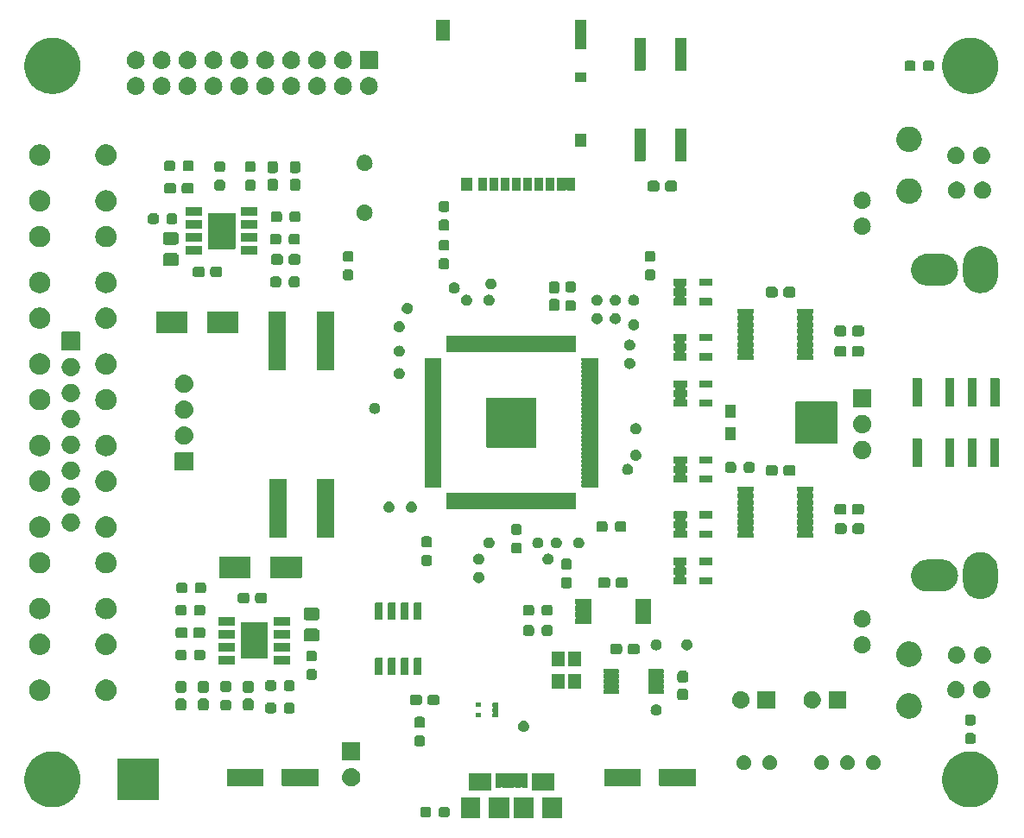
<source format=gts>
G04 #@! TF.GenerationSoftware,KiCad,Pcbnew,7.0.5*
G04 #@! TF.CreationDate,2023-06-24T08:19:34+09:00*
G04 #@! TF.ProjectId,xSSDAC,78535344-4143-42e6-9b69-6361645f7063,rev?*
G04 #@! TF.SameCoordinates,Original*
G04 #@! TF.FileFunction,Soldermask,Top*
G04 #@! TF.FilePolarity,Negative*
%FSLAX46Y46*%
G04 Gerber Fmt 4.6, Leading zero omitted, Abs format (unit mm)*
G04 Created by KiCad (PCBNEW 7.0.5) date 2023-06-24 08:19:34*
%MOMM*%
%LPD*%
G01*
G04 APERTURE LIST*
G04 APERTURE END LIST*
G36*
X141119517Y-135202882D02*
G01*
X141136062Y-135213938D01*
X141147118Y-135230483D01*
X141151000Y-135250000D01*
X141151000Y-137150000D01*
X141147118Y-137169517D01*
X141136062Y-137186062D01*
X141119517Y-137197118D01*
X141100000Y-137201000D01*
X139300000Y-137201000D01*
X139280483Y-137197118D01*
X139263938Y-137186062D01*
X139252882Y-137169517D01*
X139249000Y-137150000D01*
X139249000Y-135250000D01*
X139252882Y-135230483D01*
X139263938Y-135213938D01*
X139280483Y-135202882D01*
X139300000Y-135199000D01*
X141100000Y-135199000D01*
X141119517Y-135202882D01*
G37*
G36*
X143969517Y-135202882D02*
G01*
X143986062Y-135213938D01*
X143997118Y-135230483D01*
X144001000Y-135250000D01*
X144001000Y-137150000D01*
X143997118Y-137169517D01*
X143986062Y-137186062D01*
X143969517Y-137197118D01*
X143950000Y-137201000D01*
X142050000Y-137201000D01*
X142030483Y-137197118D01*
X142013938Y-137186062D01*
X142002882Y-137169517D01*
X141999000Y-137150000D01*
X141999000Y-135250000D01*
X142002882Y-135230483D01*
X142013938Y-135213938D01*
X142030483Y-135202882D01*
X142050000Y-135199000D01*
X143950000Y-135199000D01*
X143969517Y-135202882D01*
G37*
G36*
X146369517Y-135202882D02*
G01*
X146386062Y-135213938D01*
X146397118Y-135230483D01*
X146401000Y-135250000D01*
X146401000Y-137150000D01*
X146397118Y-137169517D01*
X146386062Y-137186062D01*
X146369517Y-137197118D01*
X146350000Y-137201000D01*
X144450000Y-137201000D01*
X144430483Y-137197118D01*
X144413938Y-137186062D01*
X144402882Y-137169517D01*
X144399000Y-137150000D01*
X144399000Y-135250000D01*
X144402882Y-135230483D01*
X144413938Y-135213938D01*
X144430483Y-135202882D01*
X144450000Y-135199000D01*
X146350000Y-135199000D01*
X146369517Y-135202882D01*
G37*
G36*
X149119517Y-135202882D02*
G01*
X149136062Y-135213938D01*
X149147118Y-135230483D01*
X149151000Y-135250000D01*
X149151000Y-137150000D01*
X149147118Y-137169517D01*
X149136062Y-137186062D01*
X149119517Y-137197118D01*
X149100000Y-137201000D01*
X147300000Y-137201000D01*
X147280483Y-137197118D01*
X147263938Y-137186062D01*
X147252882Y-137169517D01*
X147249000Y-137150000D01*
X147249000Y-135250000D01*
X147252882Y-135230483D01*
X147263938Y-135213938D01*
X147280483Y-135202882D01*
X147300000Y-135199000D01*
X149100000Y-135199000D01*
X149119517Y-135202882D01*
G37*
G36*
X136103552Y-136081663D02*
G01*
X136118934Y-136088455D01*
X136126170Y-136089601D01*
X136156302Y-136104954D01*
X136200542Y-136124488D01*
X136275512Y-136199458D01*
X136295048Y-136243704D01*
X136310398Y-136273829D01*
X136311543Y-136281062D01*
X136318337Y-136296448D01*
X136326000Y-136362500D01*
X136326000Y-136837500D01*
X136318337Y-136903552D01*
X136311543Y-136918938D01*
X136310398Y-136926170D01*
X136295052Y-136956287D01*
X136275512Y-137000542D01*
X136200542Y-137075512D01*
X136156287Y-137095052D01*
X136126170Y-137110398D01*
X136118938Y-137111543D01*
X136103552Y-137118337D01*
X136037500Y-137126000D01*
X135537500Y-137126000D01*
X135471448Y-137118337D01*
X135456062Y-137111543D01*
X135448829Y-137110398D01*
X135418704Y-137095048D01*
X135374458Y-137075512D01*
X135299488Y-137000542D01*
X135279954Y-136956302D01*
X135264601Y-136926170D01*
X135263455Y-136918934D01*
X135256663Y-136903552D01*
X135249000Y-136837500D01*
X135249000Y-136362500D01*
X135256663Y-136296448D01*
X135263454Y-136281065D01*
X135264601Y-136273829D01*
X135279957Y-136243690D01*
X135299488Y-136199458D01*
X135374458Y-136124488D01*
X135418690Y-136104957D01*
X135448829Y-136089601D01*
X135456065Y-136088454D01*
X135471448Y-136081663D01*
X135537500Y-136074000D01*
X136037500Y-136074000D01*
X136103552Y-136081663D01*
G37*
G36*
X137928552Y-136081663D02*
G01*
X137943934Y-136088455D01*
X137951170Y-136089601D01*
X137981302Y-136104954D01*
X138025542Y-136124488D01*
X138100512Y-136199458D01*
X138120048Y-136243704D01*
X138135398Y-136273829D01*
X138136543Y-136281062D01*
X138143337Y-136296448D01*
X138151000Y-136362500D01*
X138151000Y-136837500D01*
X138143337Y-136903552D01*
X138136543Y-136918938D01*
X138135398Y-136926170D01*
X138120052Y-136956287D01*
X138100512Y-137000542D01*
X138025542Y-137075512D01*
X137981287Y-137095052D01*
X137951170Y-137110398D01*
X137943938Y-137111543D01*
X137928552Y-137118337D01*
X137862500Y-137126000D01*
X137362500Y-137126000D01*
X137296448Y-137118337D01*
X137281062Y-137111543D01*
X137273829Y-137110398D01*
X137243704Y-137095048D01*
X137199458Y-137075512D01*
X137124488Y-137000542D01*
X137104954Y-136956302D01*
X137089601Y-136926170D01*
X137088455Y-136918934D01*
X137081663Y-136903552D01*
X137074000Y-136837500D01*
X137074000Y-136362500D01*
X137081663Y-136296448D01*
X137088454Y-136281065D01*
X137089601Y-136273829D01*
X137104957Y-136243690D01*
X137124488Y-136199458D01*
X137199458Y-136124488D01*
X137243690Y-136104957D01*
X137273829Y-136089601D01*
X137281065Y-136088454D01*
X137296448Y-136081663D01*
X137362500Y-136074000D01*
X137862500Y-136074000D01*
X137928552Y-136081663D01*
G37*
G36*
X99280444Y-130653866D02*
G01*
X99359942Y-130653866D01*
X99445216Y-130663832D01*
X99531596Y-130669058D01*
X99604982Y-130682506D01*
X99677667Y-130691002D01*
X99767427Y-130712275D01*
X99858357Y-130728939D01*
X99923863Y-130749351D01*
X99988936Y-130764774D01*
X100081662Y-130798523D01*
X100175518Y-130827770D01*
X100232595Y-130853458D01*
X100289533Y-130874182D01*
X100383520Y-130921384D01*
X100478453Y-130964110D01*
X100526852Y-130993368D01*
X100575396Y-131017748D01*
X100668763Y-131079156D01*
X100762746Y-131135971D01*
X100802499Y-131167116D01*
X100842654Y-131193526D01*
X100933384Y-131269658D01*
X101024250Y-131340847D01*
X101055677Y-131372274D01*
X101087704Y-131399148D01*
X101173674Y-131490271D01*
X101259153Y-131575750D01*
X101282822Y-131605961D01*
X101307226Y-131631828D01*
X101386259Y-131737988D01*
X101464029Y-131837254D01*
X101480744Y-131864905D01*
X101498250Y-131888419D01*
X101568185Y-132009549D01*
X101635890Y-132121547D01*
X101646647Y-132145449D01*
X101658195Y-132165450D01*
X101716898Y-132301540D01*
X101772230Y-132424482D01*
X101778214Y-132443688D01*
X101784893Y-132459170D01*
X101830270Y-132610740D01*
X101871061Y-132741643D01*
X101873587Y-132755430D01*
X101876640Y-132765626D01*
X101906781Y-132936564D01*
X101930942Y-133068404D01*
X101931418Y-133076286D01*
X101932188Y-133080649D01*
X101945271Y-133305302D01*
X101951000Y-133400000D01*
X101945271Y-133494704D01*
X101932188Y-133719350D01*
X101931418Y-133723711D01*
X101930942Y-133731596D01*
X101906776Y-133863461D01*
X101876640Y-134034373D01*
X101873588Y-134044567D01*
X101871061Y-134058357D01*
X101830262Y-134189284D01*
X101784893Y-134340829D01*
X101778216Y-134356307D01*
X101772230Y-134375518D01*
X101716888Y-134498482D01*
X101658195Y-134634549D01*
X101646649Y-134654545D01*
X101635890Y-134678453D01*
X101568172Y-134790471D01*
X101498250Y-134911580D01*
X101480747Y-134935089D01*
X101464029Y-134962746D01*
X101386244Y-135062030D01*
X101307226Y-135168171D01*
X101282827Y-135194032D01*
X101259153Y-135224250D01*
X101173657Y-135309745D01*
X101087704Y-135400851D01*
X101055683Y-135427719D01*
X101024250Y-135459153D01*
X100933366Y-135530355D01*
X100842654Y-135606473D01*
X100802507Y-135632877D01*
X100762746Y-135664029D01*
X100668744Y-135720854D01*
X100575396Y-135782251D01*
X100526862Y-135806625D01*
X100478453Y-135835890D01*
X100383500Y-135878624D01*
X100289533Y-135925817D01*
X100232607Y-135946536D01*
X100175518Y-135972230D01*
X100081642Y-136001482D01*
X99988936Y-136035225D01*
X99923876Y-136050644D01*
X99858357Y-136071061D01*
X99767408Y-136087727D01*
X99677667Y-136108997D01*
X99604994Y-136117491D01*
X99531596Y-136130942D01*
X99445211Y-136136167D01*
X99359942Y-136146134D01*
X99280444Y-136146134D01*
X99200000Y-136151000D01*
X99119556Y-136146134D01*
X99040058Y-136146134D01*
X98954787Y-136136167D01*
X98868404Y-136130942D01*
X98795006Y-136117491D01*
X98722332Y-136108997D01*
X98632586Y-136087726D01*
X98541643Y-136071061D01*
X98476126Y-136050645D01*
X98411063Y-136035225D01*
X98318350Y-136001480D01*
X98224482Y-135972230D01*
X98167396Y-135946538D01*
X98110466Y-135925817D01*
X98016489Y-135878620D01*
X97921547Y-135835890D01*
X97873142Y-135806628D01*
X97824603Y-135782251D01*
X97731243Y-135720847D01*
X97637254Y-135664029D01*
X97597497Y-135632881D01*
X97557345Y-135606473D01*
X97466618Y-135530343D01*
X97375750Y-135459153D01*
X97344321Y-135427724D01*
X97312295Y-135400851D01*
X97226324Y-135309727D01*
X97140847Y-135224250D01*
X97117177Y-135194038D01*
X97092773Y-135168171D01*
X97013735Y-135062004D01*
X96935971Y-134962746D01*
X96919256Y-134935096D01*
X96901749Y-134911580D01*
X96831805Y-134790434D01*
X96764110Y-134678453D01*
X96753353Y-134654553D01*
X96741804Y-134634549D01*
X96683087Y-134498429D01*
X96627770Y-134375518D01*
X96621786Y-134356316D01*
X96615106Y-134340829D01*
X96569712Y-134189202D01*
X96528939Y-134058357D01*
X96526413Y-134044575D01*
X96523359Y-134034373D01*
X96493196Y-133863317D01*
X96469058Y-133731596D01*
X96468581Y-133723720D01*
X96467811Y-133719350D01*
X96454701Y-133494260D01*
X96449000Y-133400000D01*
X96454701Y-133305747D01*
X96467811Y-133080649D01*
X96468581Y-133076278D01*
X96469058Y-133068404D01*
X96493192Y-132936708D01*
X96523359Y-132765626D01*
X96526413Y-132755421D01*
X96528939Y-132741643D01*
X96569704Y-132610821D01*
X96615106Y-132459170D01*
X96621787Y-132443680D01*
X96627770Y-132424482D01*
X96683077Y-132301593D01*
X96741804Y-132165450D01*
X96753355Y-132145441D01*
X96764110Y-132121547D01*
X96831792Y-132009586D01*
X96901749Y-131888419D01*
X96919259Y-131864898D01*
X96935971Y-131837254D01*
X97013720Y-131738014D01*
X97092773Y-131631828D01*
X97117182Y-131605955D01*
X97140847Y-131575750D01*
X97226308Y-131490288D01*
X97312295Y-131399148D01*
X97344327Y-131372269D01*
X97375750Y-131340847D01*
X97466600Y-131269670D01*
X97557345Y-131193526D01*
X97597505Y-131167112D01*
X97637254Y-131135971D01*
X97731224Y-131079163D01*
X97824603Y-131017748D01*
X97873152Y-130993365D01*
X97921547Y-130964110D01*
X98016470Y-130921388D01*
X98110466Y-130874182D01*
X98167408Y-130853456D01*
X98224482Y-130827770D01*
X98318330Y-130798525D01*
X98411063Y-130764774D01*
X98476139Y-130749350D01*
X98541643Y-130728939D01*
X98632568Y-130712276D01*
X98722332Y-130691002D01*
X98795018Y-130682506D01*
X98868404Y-130669058D01*
X98954782Y-130663833D01*
X99040058Y-130653866D01*
X99119556Y-130653866D01*
X99200000Y-130649000D01*
X99280444Y-130653866D01*
G37*
G36*
X189280444Y-130653866D02*
G01*
X189359942Y-130653866D01*
X189445216Y-130663832D01*
X189531596Y-130669058D01*
X189604982Y-130682506D01*
X189677667Y-130691002D01*
X189767427Y-130712275D01*
X189858357Y-130728939D01*
X189923863Y-130749351D01*
X189988936Y-130764774D01*
X190081662Y-130798523D01*
X190175518Y-130827770D01*
X190232595Y-130853458D01*
X190289533Y-130874182D01*
X190383520Y-130921384D01*
X190478453Y-130964110D01*
X190526852Y-130993368D01*
X190575396Y-131017748D01*
X190668763Y-131079156D01*
X190762746Y-131135971D01*
X190802499Y-131167116D01*
X190842654Y-131193526D01*
X190933384Y-131269658D01*
X191024250Y-131340847D01*
X191055677Y-131372274D01*
X191087704Y-131399148D01*
X191173674Y-131490271D01*
X191259153Y-131575750D01*
X191282822Y-131605961D01*
X191307226Y-131631828D01*
X191386259Y-131737988D01*
X191464029Y-131837254D01*
X191480744Y-131864905D01*
X191498250Y-131888419D01*
X191568185Y-132009549D01*
X191635890Y-132121547D01*
X191646647Y-132145449D01*
X191658195Y-132165450D01*
X191716898Y-132301540D01*
X191772230Y-132424482D01*
X191778214Y-132443688D01*
X191784893Y-132459170D01*
X191830270Y-132610740D01*
X191871061Y-132741643D01*
X191873587Y-132755430D01*
X191876640Y-132765626D01*
X191906781Y-132936564D01*
X191930942Y-133068404D01*
X191931418Y-133076286D01*
X191932188Y-133080649D01*
X191945271Y-133305302D01*
X191951000Y-133400000D01*
X191945271Y-133494704D01*
X191932188Y-133719350D01*
X191931418Y-133723711D01*
X191930942Y-133731596D01*
X191906776Y-133863461D01*
X191876640Y-134034373D01*
X191873588Y-134044567D01*
X191871061Y-134058357D01*
X191830262Y-134189284D01*
X191784893Y-134340829D01*
X191778216Y-134356307D01*
X191772230Y-134375518D01*
X191716888Y-134498482D01*
X191658195Y-134634549D01*
X191646649Y-134654545D01*
X191635890Y-134678453D01*
X191568172Y-134790471D01*
X191498250Y-134911580D01*
X191480747Y-134935089D01*
X191464029Y-134962746D01*
X191386244Y-135062030D01*
X191307226Y-135168171D01*
X191282827Y-135194032D01*
X191259153Y-135224250D01*
X191173657Y-135309745D01*
X191087704Y-135400851D01*
X191055683Y-135427719D01*
X191024250Y-135459153D01*
X190933366Y-135530355D01*
X190842654Y-135606473D01*
X190802507Y-135632877D01*
X190762746Y-135664029D01*
X190668744Y-135720854D01*
X190575396Y-135782251D01*
X190526862Y-135806625D01*
X190478453Y-135835890D01*
X190383500Y-135878624D01*
X190289533Y-135925817D01*
X190232607Y-135946536D01*
X190175518Y-135972230D01*
X190081642Y-136001482D01*
X189988936Y-136035225D01*
X189923876Y-136050644D01*
X189858357Y-136071061D01*
X189767408Y-136087727D01*
X189677667Y-136108997D01*
X189604994Y-136117491D01*
X189531596Y-136130942D01*
X189445211Y-136136167D01*
X189359942Y-136146134D01*
X189280444Y-136146134D01*
X189200000Y-136151000D01*
X189119556Y-136146134D01*
X189040058Y-136146134D01*
X188954787Y-136136167D01*
X188868404Y-136130942D01*
X188795006Y-136117491D01*
X188722332Y-136108997D01*
X188632586Y-136087726D01*
X188541643Y-136071061D01*
X188476126Y-136050645D01*
X188411063Y-136035225D01*
X188318350Y-136001480D01*
X188224482Y-135972230D01*
X188167396Y-135946538D01*
X188110466Y-135925817D01*
X188016489Y-135878620D01*
X187921547Y-135835890D01*
X187873142Y-135806628D01*
X187824603Y-135782251D01*
X187731243Y-135720847D01*
X187637254Y-135664029D01*
X187597497Y-135632881D01*
X187557345Y-135606473D01*
X187466618Y-135530343D01*
X187375750Y-135459153D01*
X187344321Y-135427724D01*
X187312295Y-135400851D01*
X187226324Y-135309727D01*
X187140847Y-135224250D01*
X187117177Y-135194038D01*
X187092773Y-135168171D01*
X187013735Y-135062004D01*
X186935971Y-134962746D01*
X186919256Y-134935096D01*
X186901749Y-134911580D01*
X186831805Y-134790434D01*
X186764110Y-134678453D01*
X186753353Y-134654553D01*
X186741804Y-134634549D01*
X186683087Y-134498429D01*
X186627770Y-134375518D01*
X186621786Y-134356316D01*
X186615106Y-134340829D01*
X186569712Y-134189202D01*
X186528939Y-134058357D01*
X186526413Y-134044575D01*
X186523359Y-134034373D01*
X186493196Y-133863317D01*
X186469058Y-133731596D01*
X186468581Y-133723720D01*
X186467811Y-133719350D01*
X186454701Y-133494260D01*
X186449000Y-133400000D01*
X186454701Y-133305747D01*
X186467811Y-133080649D01*
X186468581Y-133076278D01*
X186469058Y-133068404D01*
X186493192Y-132936708D01*
X186523359Y-132765626D01*
X186526413Y-132755421D01*
X186528939Y-132741643D01*
X186569704Y-132610821D01*
X186615106Y-132459170D01*
X186621787Y-132443680D01*
X186627770Y-132424482D01*
X186683077Y-132301593D01*
X186741804Y-132165450D01*
X186753355Y-132145441D01*
X186764110Y-132121547D01*
X186831792Y-132009586D01*
X186901749Y-131888419D01*
X186919259Y-131864898D01*
X186935971Y-131837254D01*
X187013720Y-131738014D01*
X187092773Y-131631828D01*
X187117182Y-131605955D01*
X187140847Y-131575750D01*
X187226308Y-131490288D01*
X187312295Y-131399148D01*
X187344327Y-131372269D01*
X187375750Y-131340847D01*
X187466600Y-131269670D01*
X187557345Y-131193526D01*
X187597505Y-131167112D01*
X187637254Y-131135971D01*
X187731224Y-131079163D01*
X187824603Y-131017748D01*
X187873152Y-130993365D01*
X187921547Y-130964110D01*
X188016470Y-130921388D01*
X188110466Y-130874182D01*
X188167408Y-130853456D01*
X188224482Y-130827770D01*
X188318330Y-130798525D01*
X188411063Y-130764774D01*
X188476139Y-130749350D01*
X188541643Y-130728939D01*
X188632568Y-130712276D01*
X188722332Y-130691002D01*
X188795018Y-130682506D01*
X188868404Y-130669058D01*
X188954782Y-130663833D01*
X189040058Y-130653866D01*
X189119556Y-130653866D01*
X189200000Y-130649000D01*
X189280444Y-130653866D01*
G37*
G36*
X109619517Y-131352882D02*
G01*
X109636062Y-131363938D01*
X109647118Y-131380483D01*
X109651000Y-131400000D01*
X109651000Y-135400000D01*
X109647118Y-135419517D01*
X109636062Y-135436062D01*
X109619517Y-135447118D01*
X109600000Y-135451000D01*
X105600000Y-135451000D01*
X105580483Y-135447118D01*
X105563938Y-135436062D01*
X105552882Y-135419517D01*
X105549000Y-135400000D01*
X105549000Y-131400000D01*
X105552882Y-131380483D01*
X105563938Y-131363938D01*
X105580483Y-131352882D01*
X105600000Y-131349000D01*
X109600000Y-131349000D01*
X109619517Y-131352882D01*
G37*
G36*
X142169517Y-132803882D02*
G01*
X142186062Y-132814938D01*
X142197118Y-132831483D01*
X142201000Y-132851000D01*
X142201000Y-134451000D01*
X142197118Y-134470517D01*
X142186062Y-134487062D01*
X142169517Y-134498118D01*
X142150000Y-134502000D01*
X140050000Y-134502000D01*
X140030483Y-134498118D01*
X140013938Y-134487062D01*
X140002882Y-134470517D01*
X139999000Y-134451000D01*
X139999000Y-132851000D01*
X140002882Y-132831483D01*
X140013938Y-132814938D01*
X140030483Y-132803882D01*
X140050000Y-132800000D01*
X142150000Y-132800000D01*
X142169517Y-132803882D01*
G37*
G36*
X148369517Y-132803882D02*
G01*
X148386062Y-132814938D01*
X148397118Y-132831483D01*
X148401000Y-132851000D01*
X148401000Y-134451000D01*
X148397118Y-134470517D01*
X148386062Y-134487062D01*
X148369517Y-134498118D01*
X148350000Y-134502000D01*
X146250000Y-134502000D01*
X146230483Y-134498118D01*
X146213938Y-134487062D01*
X146202882Y-134470517D01*
X146199000Y-134451000D01*
X146199000Y-132851000D01*
X146202882Y-132831483D01*
X146213938Y-132814938D01*
X146230483Y-132803882D01*
X146250000Y-132800000D01*
X148350000Y-132800000D01*
X148369517Y-132803882D01*
G37*
G36*
X143119517Y-132802882D02*
G01*
X143136062Y-132813938D01*
X143147118Y-132830483D01*
X143148340Y-132836629D01*
X143158193Y-132851372D01*
X143291807Y-132851372D01*
X143301659Y-132836628D01*
X143302882Y-132830483D01*
X143313938Y-132813938D01*
X143330483Y-132802882D01*
X143350000Y-132799000D01*
X143750000Y-132799000D01*
X143769517Y-132802882D01*
X143786062Y-132813938D01*
X143797118Y-132830483D01*
X143798340Y-132836629D01*
X143808193Y-132851372D01*
X143941807Y-132851372D01*
X143951659Y-132836628D01*
X143952882Y-132830483D01*
X143963938Y-132813938D01*
X143980483Y-132802882D01*
X144000000Y-132799000D01*
X144400000Y-132799000D01*
X144419517Y-132802882D01*
X144436062Y-132813938D01*
X144447118Y-132830483D01*
X144448340Y-132836629D01*
X144458193Y-132851372D01*
X144591807Y-132851372D01*
X144601659Y-132836628D01*
X144602882Y-132830483D01*
X144613938Y-132813938D01*
X144630483Y-132802882D01*
X144650000Y-132799000D01*
X145050000Y-132799000D01*
X145069517Y-132802882D01*
X145086062Y-132813938D01*
X145097118Y-132830483D01*
X145098340Y-132836629D01*
X145108193Y-132851372D01*
X145241807Y-132851372D01*
X145251659Y-132836628D01*
X145252882Y-132830483D01*
X145263938Y-132813938D01*
X145280483Y-132802882D01*
X145300000Y-132799000D01*
X145700000Y-132799000D01*
X145719517Y-132802882D01*
X145736062Y-132813938D01*
X145747118Y-132830483D01*
X145751000Y-132850000D01*
X145751000Y-134200000D01*
X145747118Y-134219517D01*
X145736062Y-134236062D01*
X145719517Y-134247118D01*
X145700000Y-134251000D01*
X145300000Y-134251000D01*
X145280483Y-134247118D01*
X145263938Y-134236062D01*
X145252882Y-134219517D01*
X145251645Y-134213298D01*
X145241852Y-134198627D01*
X145108148Y-134198627D01*
X145098355Y-134213297D01*
X145097118Y-134219517D01*
X145086062Y-134236062D01*
X145069517Y-134247118D01*
X145050000Y-134251000D01*
X144650000Y-134251000D01*
X144630483Y-134247118D01*
X144613938Y-134236062D01*
X144602882Y-134219517D01*
X144601645Y-134213298D01*
X144591852Y-134198627D01*
X144458148Y-134198627D01*
X144448355Y-134213297D01*
X144447118Y-134219517D01*
X144436062Y-134236062D01*
X144419517Y-134247118D01*
X144400000Y-134251000D01*
X144000000Y-134251000D01*
X143980483Y-134247118D01*
X143963938Y-134236062D01*
X143952882Y-134219517D01*
X143951645Y-134213298D01*
X143941852Y-134198627D01*
X143808148Y-134198627D01*
X143798355Y-134213297D01*
X143797118Y-134219517D01*
X143786062Y-134236062D01*
X143769517Y-134247118D01*
X143750000Y-134251000D01*
X143350000Y-134251000D01*
X143330483Y-134247118D01*
X143313938Y-134236062D01*
X143302882Y-134219517D01*
X143301645Y-134213298D01*
X143291852Y-134198627D01*
X143158148Y-134198627D01*
X143148355Y-134213297D01*
X143147118Y-134219517D01*
X143136062Y-134236062D01*
X143119517Y-134247118D01*
X143100000Y-134251000D01*
X142700000Y-134251000D01*
X142680483Y-134247118D01*
X142663938Y-134236062D01*
X142652882Y-134219517D01*
X142649000Y-134200000D01*
X142649000Y-132850000D01*
X142652882Y-132830483D01*
X142663938Y-132813938D01*
X142680483Y-132802882D01*
X142700000Y-132799000D01*
X143100000Y-132799000D01*
X143119517Y-132802882D01*
G37*
G36*
X128543983Y-132293936D02*
G01*
X128594180Y-132293936D01*
X128637524Y-132303149D01*
X128675659Y-132306905D01*
X128723566Y-132321437D01*
X128778424Y-132333098D01*
X128813530Y-132348728D01*
X128844566Y-132358143D01*
X128893884Y-132384504D01*
X128950500Y-132409711D01*
X128976822Y-132428835D01*
X129000232Y-132441348D01*
X129047988Y-132480540D01*
X129102887Y-132520427D01*
X129120711Y-132540223D01*
X129136675Y-132553324D01*
X129179572Y-132605594D01*
X129228924Y-132660405D01*
X129239292Y-132678363D01*
X129248651Y-132689767D01*
X129283273Y-132754542D01*
X129323104Y-132823530D01*
X129327685Y-132837630D01*
X129331856Y-132845433D01*
X129354852Y-132921242D01*
X129381311Y-133002672D01*
X129382242Y-133011532D01*
X129383094Y-133014340D01*
X129391384Y-133098513D01*
X129401000Y-133190000D01*
X129391383Y-133281494D01*
X129383094Y-133365659D01*
X129382242Y-133368466D01*
X129381311Y-133377328D01*
X129354848Y-133458771D01*
X129331856Y-133534566D01*
X129327686Y-133542366D01*
X129323104Y-133556470D01*
X129283266Y-133625470D01*
X129248651Y-133690232D01*
X129239294Y-133701633D01*
X129228924Y-133719595D01*
X129179563Y-133774415D01*
X129136675Y-133826675D01*
X129120714Y-133839773D01*
X129102887Y-133859573D01*
X129047977Y-133899467D01*
X129000232Y-133938651D01*
X128976827Y-133951161D01*
X128950500Y-133970289D01*
X128893873Y-133995500D01*
X128844566Y-134021856D01*
X128813537Y-134031268D01*
X128778424Y-134046902D01*
X128723555Y-134058564D01*
X128675659Y-134073094D01*
X128637533Y-134076849D01*
X128594180Y-134086064D01*
X128543972Y-134086064D01*
X128499999Y-134090395D01*
X128456026Y-134086064D01*
X128405820Y-134086064D01*
X128362467Y-134076849D01*
X128324340Y-134073094D01*
X128276441Y-134058563D01*
X128221576Y-134046902D01*
X128186464Y-134031269D01*
X128155433Y-134021856D01*
X128106120Y-133995498D01*
X128049500Y-133970289D01*
X128023175Y-133951163D01*
X127999767Y-133938651D01*
X127952013Y-133899460D01*
X127897113Y-133859573D01*
X127879287Y-133839776D01*
X127863324Y-133826675D01*
X127820425Y-133774402D01*
X127771076Y-133719595D01*
X127760708Y-133701637D01*
X127751348Y-133690232D01*
X127716719Y-133625447D01*
X127676896Y-133556470D01*
X127672315Y-133542371D01*
X127668143Y-133534566D01*
X127645136Y-133458725D01*
X127618689Y-133377328D01*
X127617758Y-133368471D01*
X127616905Y-133365659D01*
X127608600Y-133281342D01*
X127599000Y-133190000D01*
X127608599Y-133098664D01*
X127616905Y-133014340D01*
X127617758Y-133011527D01*
X127618689Y-133002672D01*
X127645132Y-132921288D01*
X127668143Y-132845433D01*
X127672315Y-132837626D01*
X127676896Y-132823530D01*
X127716712Y-132754565D01*
X127751348Y-132689767D01*
X127760710Y-132678359D01*
X127771076Y-132660405D01*
X127820416Y-132605607D01*
X127863324Y-132553324D01*
X127879291Y-132540219D01*
X127897113Y-132520427D01*
X127952002Y-132480546D01*
X127999767Y-132441348D01*
X128023180Y-132428833D01*
X128049500Y-132409711D01*
X128106109Y-132384506D01*
X128155433Y-132358143D01*
X128186471Y-132348727D01*
X128221576Y-132333098D01*
X128276430Y-132321438D01*
X128324340Y-132306905D01*
X128362476Y-132303148D01*
X128405820Y-132293936D01*
X128456016Y-132293936D01*
X128499999Y-132289604D01*
X128543983Y-132293936D01*
G37*
G36*
X119869517Y-132352882D02*
G01*
X119886062Y-132363938D01*
X119897118Y-132380483D01*
X119901000Y-132400000D01*
X119901000Y-134000000D01*
X119897118Y-134019517D01*
X119886062Y-134036062D01*
X119869517Y-134047118D01*
X119850000Y-134051000D01*
X116350000Y-134051000D01*
X116330483Y-134047118D01*
X116313938Y-134036062D01*
X116302882Y-134019517D01*
X116299000Y-134000000D01*
X116299000Y-132400000D01*
X116302882Y-132380483D01*
X116313938Y-132363938D01*
X116330483Y-132352882D01*
X116350000Y-132349000D01*
X119850000Y-132349000D01*
X119869517Y-132352882D01*
G37*
G36*
X125269517Y-132352882D02*
G01*
X125286062Y-132363938D01*
X125297118Y-132380483D01*
X125301000Y-132400000D01*
X125301000Y-134000000D01*
X125297118Y-134019517D01*
X125286062Y-134036062D01*
X125269517Y-134047118D01*
X125250000Y-134051000D01*
X121750000Y-134051000D01*
X121730483Y-134047118D01*
X121713938Y-134036062D01*
X121702882Y-134019517D01*
X121699000Y-134000000D01*
X121699000Y-132400000D01*
X121702882Y-132380483D01*
X121713938Y-132363938D01*
X121730483Y-132352882D01*
X121750000Y-132349000D01*
X125250000Y-132349000D01*
X125269517Y-132352882D01*
G37*
G36*
X156869517Y-132352882D02*
G01*
X156886062Y-132363938D01*
X156897118Y-132380483D01*
X156901000Y-132400000D01*
X156901000Y-134000000D01*
X156897118Y-134019517D01*
X156886062Y-134036062D01*
X156869517Y-134047118D01*
X156850000Y-134051000D01*
X153350000Y-134051000D01*
X153330483Y-134047118D01*
X153313938Y-134036062D01*
X153302882Y-134019517D01*
X153299000Y-134000000D01*
X153299000Y-132400000D01*
X153302882Y-132380483D01*
X153313938Y-132363938D01*
X153330483Y-132352882D01*
X153350000Y-132349000D01*
X156850000Y-132349000D01*
X156869517Y-132352882D01*
G37*
G36*
X162269517Y-132352882D02*
G01*
X162286062Y-132363938D01*
X162297118Y-132380483D01*
X162301000Y-132400000D01*
X162301000Y-134000000D01*
X162297118Y-134019517D01*
X162286062Y-134036062D01*
X162269517Y-134047118D01*
X162250000Y-134051000D01*
X158750000Y-134051000D01*
X158730483Y-134047118D01*
X158713938Y-134036062D01*
X158702882Y-134019517D01*
X158699000Y-134000000D01*
X158699000Y-132400000D01*
X158702882Y-132380483D01*
X158713938Y-132363938D01*
X158730483Y-132352882D01*
X158750000Y-132349000D01*
X162250000Y-132349000D01*
X162269517Y-132352882D01*
G37*
G36*
X167041349Y-131029159D02*
G01*
X167075761Y-131029159D01*
X167114582Y-131037410D01*
X167161439Y-131042690D01*
X167195507Y-131054610D01*
X167223981Y-131060663D01*
X167265013Y-131078931D01*
X167314783Y-131096347D01*
X167340691Y-131112626D01*
X167362405Y-131122294D01*
X167402889Y-131151708D01*
X167452342Y-131182781D01*
X167470101Y-131200540D01*
X167484993Y-131211360D01*
X167521810Y-131252249D01*
X167567219Y-131297658D01*
X167577662Y-131314278D01*
X167586386Y-131323967D01*
X167616226Y-131375653D01*
X167653653Y-131435217D01*
X167658326Y-131448573D01*
X167662146Y-131455189D01*
X167681710Y-131515402D01*
X167707310Y-131588561D01*
X167708280Y-131597173D01*
X167708973Y-131599305D01*
X167715251Y-131659041D01*
X167725500Y-131750000D01*
X167715249Y-131840977D01*
X167708973Y-131900694D01*
X167708280Y-131902825D01*
X167707310Y-131911439D01*
X167681706Y-131984610D01*
X167662146Y-132044810D01*
X167658327Y-132051423D01*
X167653653Y-132064783D01*
X167616219Y-132124357D01*
X167586386Y-132176032D01*
X167577664Y-132185718D01*
X167567219Y-132202342D01*
X167521801Y-132247759D01*
X167484993Y-132288639D01*
X167470105Y-132299455D01*
X167452342Y-132317219D01*
X167402879Y-132348298D01*
X167362405Y-132377705D01*
X167340697Y-132387370D01*
X167314783Y-132403653D01*
X167265002Y-132421071D01*
X167223981Y-132439336D01*
X167195513Y-132445386D01*
X167161439Y-132457310D01*
X167114580Y-132462589D01*
X167075761Y-132470841D01*
X167041349Y-132470841D01*
X167000000Y-132475500D01*
X166958651Y-132470841D01*
X166924239Y-132470841D01*
X166885419Y-132462589D01*
X166838561Y-132457310D01*
X166804487Y-132445387D01*
X166776018Y-132439336D01*
X166734992Y-132421070D01*
X166685217Y-132403653D01*
X166659305Y-132387371D01*
X166637594Y-132377705D01*
X166597112Y-132348293D01*
X166547658Y-132317219D01*
X166529897Y-132299458D01*
X166515006Y-132288639D01*
X166478188Y-132247749D01*
X166432781Y-132202342D01*
X166422337Y-132185721D01*
X166413613Y-132176032D01*
X166383767Y-132124338D01*
X166346347Y-132064783D01*
X166341674Y-132051428D01*
X166337853Y-132044810D01*
X166318279Y-131984570D01*
X166292690Y-131911439D01*
X166291719Y-131902829D01*
X166291026Y-131900694D01*
X166284735Y-131840840D01*
X166274500Y-131750000D01*
X166284734Y-131659168D01*
X166291026Y-131599305D01*
X166291720Y-131597168D01*
X166292690Y-131588561D01*
X166318275Y-131515442D01*
X166337853Y-131455189D01*
X166341674Y-131448569D01*
X166346347Y-131435217D01*
X166383760Y-131375673D01*
X166413613Y-131323967D01*
X166422339Y-131314274D01*
X166432781Y-131297658D01*
X166478180Y-131252258D01*
X166515008Y-131211358D01*
X166529902Y-131200536D01*
X166547658Y-131182781D01*
X166597097Y-131151715D01*
X166637592Y-131122295D01*
X166659310Y-131112625D01*
X166685217Y-131096347D01*
X166734982Y-131078933D01*
X166776018Y-131060663D01*
X166804493Y-131054610D01*
X166838561Y-131042690D01*
X166885416Y-131037410D01*
X166924239Y-131029159D01*
X166958651Y-131029159D01*
X167000000Y-131024500D01*
X167041349Y-131029159D01*
G37*
G36*
X169581349Y-131029159D02*
G01*
X169615761Y-131029159D01*
X169654582Y-131037410D01*
X169701439Y-131042690D01*
X169735507Y-131054610D01*
X169763981Y-131060663D01*
X169805013Y-131078931D01*
X169854783Y-131096347D01*
X169880691Y-131112626D01*
X169902405Y-131122294D01*
X169942889Y-131151708D01*
X169992342Y-131182781D01*
X170010101Y-131200540D01*
X170024993Y-131211360D01*
X170061810Y-131252249D01*
X170107219Y-131297658D01*
X170117662Y-131314278D01*
X170126386Y-131323967D01*
X170156226Y-131375653D01*
X170193653Y-131435217D01*
X170198326Y-131448573D01*
X170202146Y-131455189D01*
X170221710Y-131515402D01*
X170247310Y-131588561D01*
X170248280Y-131597173D01*
X170248973Y-131599305D01*
X170255250Y-131659036D01*
X170265500Y-131750000D01*
X170255249Y-131840972D01*
X170248973Y-131900694D01*
X170248280Y-131902825D01*
X170247310Y-131911439D01*
X170221706Y-131984610D01*
X170202146Y-132044810D01*
X170198327Y-132051423D01*
X170193653Y-132064783D01*
X170156219Y-132124357D01*
X170126386Y-132176032D01*
X170117664Y-132185718D01*
X170107219Y-132202342D01*
X170061801Y-132247759D01*
X170024993Y-132288639D01*
X170010105Y-132299455D01*
X169992342Y-132317219D01*
X169942879Y-132348298D01*
X169902405Y-132377705D01*
X169880697Y-132387370D01*
X169854783Y-132403653D01*
X169805002Y-132421071D01*
X169763981Y-132439336D01*
X169735513Y-132445386D01*
X169701439Y-132457310D01*
X169654580Y-132462589D01*
X169615761Y-132470841D01*
X169581349Y-132470841D01*
X169540000Y-132475500D01*
X169498651Y-132470841D01*
X169464239Y-132470841D01*
X169425419Y-132462589D01*
X169378561Y-132457310D01*
X169344487Y-132445387D01*
X169316018Y-132439336D01*
X169274992Y-132421070D01*
X169225217Y-132403653D01*
X169199305Y-132387371D01*
X169177594Y-132377705D01*
X169137112Y-132348293D01*
X169087658Y-132317219D01*
X169069897Y-132299458D01*
X169055006Y-132288639D01*
X169018188Y-132247749D01*
X168972781Y-132202342D01*
X168962337Y-132185721D01*
X168953613Y-132176032D01*
X168923767Y-132124338D01*
X168886347Y-132064783D01*
X168881674Y-132051428D01*
X168877853Y-132044810D01*
X168858279Y-131984570D01*
X168832690Y-131911439D01*
X168831719Y-131902829D01*
X168831026Y-131900694D01*
X168824735Y-131840845D01*
X168814500Y-131750000D01*
X168824733Y-131659173D01*
X168831026Y-131599305D01*
X168831720Y-131597168D01*
X168832690Y-131588561D01*
X168858275Y-131515442D01*
X168877853Y-131455189D01*
X168881674Y-131448569D01*
X168886347Y-131435217D01*
X168923760Y-131375673D01*
X168953613Y-131323967D01*
X168962339Y-131314274D01*
X168972781Y-131297658D01*
X169018180Y-131252258D01*
X169055008Y-131211358D01*
X169069902Y-131200536D01*
X169087658Y-131182781D01*
X169137097Y-131151715D01*
X169177592Y-131122295D01*
X169199310Y-131112625D01*
X169225217Y-131096347D01*
X169274982Y-131078933D01*
X169316018Y-131060663D01*
X169344493Y-131054610D01*
X169378561Y-131042690D01*
X169425416Y-131037410D01*
X169464239Y-131029159D01*
X169498651Y-131029159D01*
X169540000Y-131024500D01*
X169581349Y-131029159D01*
G37*
G36*
X174661349Y-131029159D02*
G01*
X174695761Y-131029159D01*
X174734582Y-131037410D01*
X174781439Y-131042690D01*
X174815507Y-131054610D01*
X174843981Y-131060663D01*
X174885013Y-131078931D01*
X174934783Y-131096347D01*
X174960691Y-131112626D01*
X174982405Y-131122294D01*
X175022889Y-131151708D01*
X175072342Y-131182781D01*
X175090101Y-131200540D01*
X175104993Y-131211360D01*
X175141810Y-131252249D01*
X175187219Y-131297658D01*
X175197662Y-131314278D01*
X175206386Y-131323967D01*
X175236226Y-131375653D01*
X175273653Y-131435217D01*
X175278326Y-131448573D01*
X175282146Y-131455189D01*
X175301710Y-131515402D01*
X175327310Y-131588561D01*
X175328280Y-131597173D01*
X175328973Y-131599305D01*
X175335251Y-131659041D01*
X175345500Y-131750000D01*
X175335249Y-131840977D01*
X175328973Y-131900694D01*
X175328280Y-131902825D01*
X175327310Y-131911439D01*
X175301706Y-131984610D01*
X175282146Y-132044810D01*
X175278327Y-132051423D01*
X175273653Y-132064783D01*
X175236219Y-132124357D01*
X175206386Y-132176032D01*
X175197664Y-132185718D01*
X175187219Y-132202342D01*
X175141801Y-132247759D01*
X175104993Y-132288639D01*
X175090105Y-132299455D01*
X175072342Y-132317219D01*
X175022879Y-132348298D01*
X174982405Y-132377705D01*
X174960697Y-132387370D01*
X174934783Y-132403653D01*
X174885002Y-132421071D01*
X174843981Y-132439336D01*
X174815513Y-132445386D01*
X174781439Y-132457310D01*
X174734580Y-132462589D01*
X174695761Y-132470841D01*
X174661349Y-132470841D01*
X174620000Y-132475500D01*
X174578651Y-132470841D01*
X174544239Y-132470841D01*
X174505419Y-132462589D01*
X174458561Y-132457310D01*
X174424487Y-132445387D01*
X174396018Y-132439336D01*
X174354992Y-132421070D01*
X174305217Y-132403653D01*
X174279305Y-132387371D01*
X174257594Y-132377705D01*
X174217112Y-132348293D01*
X174167658Y-132317219D01*
X174149897Y-132299458D01*
X174135006Y-132288639D01*
X174098188Y-132247749D01*
X174052781Y-132202342D01*
X174042337Y-132185721D01*
X174033613Y-132176032D01*
X174003767Y-132124338D01*
X173966347Y-132064783D01*
X173961674Y-132051428D01*
X173957853Y-132044810D01*
X173938279Y-131984570D01*
X173912690Y-131911439D01*
X173911719Y-131902829D01*
X173911026Y-131900694D01*
X173904735Y-131840840D01*
X173894500Y-131750000D01*
X173904734Y-131659168D01*
X173911026Y-131599305D01*
X173911720Y-131597168D01*
X173912690Y-131588561D01*
X173938275Y-131515442D01*
X173957853Y-131455189D01*
X173961674Y-131448569D01*
X173966347Y-131435217D01*
X174003760Y-131375673D01*
X174033613Y-131323967D01*
X174042339Y-131314274D01*
X174052781Y-131297658D01*
X174098180Y-131252258D01*
X174135008Y-131211358D01*
X174149902Y-131200536D01*
X174167658Y-131182781D01*
X174217097Y-131151715D01*
X174257592Y-131122295D01*
X174279310Y-131112625D01*
X174305217Y-131096347D01*
X174354982Y-131078933D01*
X174396018Y-131060663D01*
X174424493Y-131054610D01*
X174458561Y-131042690D01*
X174505416Y-131037410D01*
X174544239Y-131029159D01*
X174578651Y-131029159D01*
X174620000Y-131024500D01*
X174661349Y-131029159D01*
G37*
G36*
X177201349Y-131029159D02*
G01*
X177235761Y-131029159D01*
X177274582Y-131037410D01*
X177321439Y-131042690D01*
X177355507Y-131054610D01*
X177383981Y-131060663D01*
X177425013Y-131078931D01*
X177474783Y-131096347D01*
X177500691Y-131112626D01*
X177522405Y-131122294D01*
X177562889Y-131151708D01*
X177612342Y-131182781D01*
X177630101Y-131200540D01*
X177644993Y-131211360D01*
X177681810Y-131252249D01*
X177727219Y-131297658D01*
X177737662Y-131314278D01*
X177746386Y-131323967D01*
X177776226Y-131375653D01*
X177813653Y-131435217D01*
X177818326Y-131448573D01*
X177822146Y-131455189D01*
X177841710Y-131515402D01*
X177867310Y-131588561D01*
X177868280Y-131597173D01*
X177868973Y-131599305D01*
X177875251Y-131659041D01*
X177885500Y-131750000D01*
X177875249Y-131840977D01*
X177868973Y-131900694D01*
X177868280Y-131902825D01*
X177867310Y-131911439D01*
X177841706Y-131984610D01*
X177822146Y-132044810D01*
X177818327Y-132051423D01*
X177813653Y-132064783D01*
X177776219Y-132124357D01*
X177746386Y-132176032D01*
X177737664Y-132185718D01*
X177727219Y-132202342D01*
X177681801Y-132247759D01*
X177644993Y-132288639D01*
X177630105Y-132299455D01*
X177612342Y-132317219D01*
X177562879Y-132348298D01*
X177522405Y-132377705D01*
X177500697Y-132387370D01*
X177474783Y-132403653D01*
X177425002Y-132421071D01*
X177383981Y-132439336D01*
X177355513Y-132445386D01*
X177321439Y-132457310D01*
X177274580Y-132462589D01*
X177235761Y-132470841D01*
X177201349Y-132470841D01*
X177160000Y-132475500D01*
X177118651Y-132470841D01*
X177084239Y-132470841D01*
X177045419Y-132462589D01*
X176998561Y-132457310D01*
X176964487Y-132445387D01*
X176936018Y-132439336D01*
X176894992Y-132421070D01*
X176845217Y-132403653D01*
X176819305Y-132387371D01*
X176797594Y-132377705D01*
X176757112Y-132348293D01*
X176707658Y-132317219D01*
X176689897Y-132299458D01*
X176675006Y-132288639D01*
X176638188Y-132247749D01*
X176592781Y-132202342D01*
X176582337Y-132185721D01*
X176573613Y-132176032D01*
X176543767Y-132124338D01*
X176506347Y-132064783D01*
X176501674Y-132051428D01*
X176497853Y-132044810D01*
X176478279Y-131984570D01*
X176452690Y-131911439D01*
X176451719Y-131902829D01*
X176451026Y-131900694D01*
X176444735Y-131840840D01*
X176434500Y-131750000D01*
X176444734Y-131659168D01*
X176451026Y-131599305D01*
X176451720Y-131597168D01*
X176452690Y-131588561D01*
X176478275Y-131515442D01*
X176497853Y-131455189D01*
X176501674Y-131448569D01*
X176506347Y-131435217D01*
X176543760Y-131375673D01*
X176573613Y-131323967D01*
X176582339Y-131314274D01*
X176592781Y-131297658D01*
X176638180Y-131252258D01*
X176675008Y-131211358D01*
X176689902Y-131200536D01*
X176707658Y-131182781D01*
X176757097Y-131151715D01*
X176797592Y-131122295D01*
X176819310Y-131112625D01*
X176845217Y-131096347D01*
X176894982Y-131078933D01*
X176936018Y-131060663D01*
X176964493Y-131054610D01*
X176998561Y-131042690D01*
X177045416Y-131037410D01*
X177084239Y-131029159D01*
X177118651Y-131029159D01*
X177160000Y-131024500D01*
X177201349Y-131029159D01*
G37*
G36*
X179741349Y-131029159D02*
G01*
X179775761Y-131029159D01*
X179814582Y-131037410D01*
X179861439Y-131042690D01*
X179895507Y-131054610D01*
X179923981Y-131060663D01*
X179965013Y-131078931D01*
X180014783Y-131096347D01*
X180040691Y-131112626D01*
X180062405Y-131122294D01*
X180102889Y-131151708D01*
X180152342Y-131182781D01*
X180170101Y-131200540D01*
X180184993Y-131211360D01*
X180221810Y-131252249D01*
X180267219Y-131297658D01*
X180277662Y-131314278D01*
X180286386Y-131323967D01*
X180316226Y-131375653D01*
X180353653Y-131435217D01*
X180358326Y-131448573D01*
X180362146Y-131455189D01*
X180381710Y-131515402D01*
X180407310Y-131588561D01*
X180408280Y-131597173D01*
X180408973Y-131599305D01*
X180415250Y-131659036D01*
X180425500Y-131750000D01*
X180415249Y-131840972D01*
X180408973Y-131900694D01*
X180408280Y-131902825D01*
X180407310Y-131911439D01*
X180381706Y-131984610D01*
X180362146Y-132044810D01*
X180358327Y-132051423D01*
X180353653Y-132064783D01*
X180316219Y-132124357D01*
X180286386Y-132176032D01*
X180277664Y-132185718D01*
X180267219Y-132202342D01*
X180221801Y-132247759D01*
X180184993Y-132288639D01*
X180170105Y-132299455D01*
X180152342Y-132317219D01*
X180102879Y-132348298D01*
X180062405Y-132377705D01*
X180040697Y-132387370D01*
X180014783Y-132403653D01*
X179965002Y-132421071D01*
X179923981Y-132439336D01*
X179895513Y-132445386D01*
X179861439Y-132457310D01*
X179814580Y-132462589D01*
X179775761Y-132470841D01*
X179741349Y-132470841D01*
X179700000Y-132475500D01*
X179658651Y-132470841D01*
X179624239Y-132470841D01*
X179585419Y-132462589D01*
X179538561Y-132457310D01*
X179504487Y-132445387D01*
X179476018Y-132439336D01*
X179434992Y-132421070D01*
X179385217Y-132403653D01*
X179359305Y-132387371D01*
X179337594Y-132377705D01*
X179297112Y-132348293D01*
X179247658Y-132317219D01*
X179229897Y-132299458D01*
X179215006Y-132288639D01*
X179178188Y-132247749D01*
X179132781Y-132202342D01*
X179122337Y-132185721D01*
X179113613Y-132176032D01*
X179083767Y-132124338D01*
X179046347Y-132064783D01*
X179041674Y-132051428D01*
X179037853Y-132044810D01*
X179018279Y-131984570D01*
X178992690Y-131911439D01*
X178991719Y-131902829D01*
X178991026Y-131900694D01*
X178984735Y-131840845D01*
X178974500Y-131750000D01*
X178984733Y-131659173D01*
X178991026Y-131599305D01*
X178991720Y-131597168D01*
X178992690Y-131588561D01*
X179018275Y-131515442D01*
X179037853Y-131455189D01*
X179041674Y-131448569D01*
X179046347Y-131435217D01*
X179083760Y-131375673D01*
X179113613Y-131323967D01*
X179122339Y-131314274D01*
X179132781Y-131297658D01*
X179178180Y-131252258D01*
X179215008Y-131211358D01*
X179229902Y-131200536D01*
X179247658Y-131182781D01*
X179297097Y-131151715D01*
X179337592Y-131122295D01*
X179359310Y-131112625D01*
X179385217Y-131096347D01*
X179434982Y-131078933D01*
X179476018Y-131060663D01*
X179504493Y-131054610D01*
X179538561Y-131042690D01*
X179585416Y-131037410D01*
X179624239Y-131029159D01*
X179658651Y-131029159D01*
X179700000Y-131024500D01*
X179741349Y-131029159D01*
G37*
G36*
X129369517Y-129752882D02*
G01*
X129386062Y-129763938D01*
X129397118Y-129780483D01*
X129401000Y-129800000D01*
X129401000Y-131500000D01*
X129397118Y-131519517D01*
X129386062Y-131536062D01*
X129369517Y-131547118D01*
X129350000Y-131551000D01*
X127650000Y-131551000D01*
X127630483Y-131547118D01*
X127613938Y-131536062D01*
X127602882Y-131519517D01*
X127599000Y-131500000D01*
X127599000Y-129800000D01*
X127602882Y-129780483D01*
X127613938Y-129763938D01*
X127630483Y-129752882D01*
X127650000Y-129749000D01*
X129350000Y-129749000D01*
X129369517Y-129752882D01*
G37*
G36*
X135503552Y-129094163D02*
G01*
X135518934Y-129100955D01*
X135526170Y-129102101D01*
X135556302Y-129117454D01*
X135600542Y-129136988D01*
X135675512Y-129211958D01*
X135695048Y-129256204D01*
X135710398Y-129286329D01*
X135711543Y-129293562D01*
X135718337Y-129308948D01*
X135726000Y-129375000D01*
X135726000Y-129875000D01*
X135718337Y-129941052D01*
X135711543Y-129956438D01*
X135710398Y-129963670D01*
X135695052Y-129993787D01*
X135675512Y-130038042D01*
X135600542Y-130113012D01*
X135556287Y-130132552D01*
X135526170Y-130147898D01*
X135518938Y-130149043D01*
X135503552Y-130155837D01*
X135437500Y-130163500D01*
X134962500Y-130163500D01*
X134896448Y-130155837D01*
X134881062Y-130149043D01*
X134873829Y-130147898D01*
X134843704Y-130132548D01*
X134799458Y-130113012D01*
X134724488Y-130038042D01*
X134704954Y-129993802D01*
X134689601Y-129963670D01*
X134688455Y-129956434D01*
X134681663Y-129941052D01*
X134674000Y-129875000D01*
X134674000Y-129375000D01*
X134681663Y-129308948D01*
X134688454Y-129293565D01*
X134689601Y-129286329D01*
X134704957Y-129256190D01*
X134724488Y-129211958D01*
X134799458Y-129136988D01*
X134843690Y-129117457D01*
X134873829Y-129102101D01*
X134881065Y-129100954D01*
X134896448Y-129094163D01*
X134962500Y-129086500D01*
X135437500Y-129086500D01*
X135503552Y-129094163D01*
G37*
G36*
X189503552Y-128869163D02*
G01*
X189518934Y-128875955D01*
X189526170Y-128877101D01*
X189556302Y-128892454D01*
X189600542Y-128911988D01*
X189675512Y-128986958D01*
X189695048Y-129031204D01*
X189710398Y-129061329D01*
X189711543Y-129068562D01*
X189718337Y-129083948D01*
X189726000Y-129150000D01*
X189726000Y-129650000D01*
X189718337Y-129716052D01*
X189711543Y-129731438D01*
X189710398Y-129738670D01*
X189695052Y-129768787D01*
X189675512Y-129813042D01*
X189600542Y-129888012D01*
X189556287Y-129907552D01*
X189526170Y-129922898D01*
X189518938Y-129924043D01*
X189503552Y-129930837D01*
X189437500Y-129938500D01*
X188962500Y-129938500D01*
X188896448Y-129930837D01*
X188881062Y-129924043D01*
X188873829Y-129922898D01*
X188843704Y-129907548D01*
X188799458Y-129888012D01*
X188724488Y-129813042D01*
X188704954Y-129768802D01*
X188689601Y-129738670D01*
X188688455Y-129731434D01*
X188681663Y-129716052D01*
X188674000Y-129650000D01*
X188674000Y-129150000D01*
X188681663Y-129083948D01*
X188688454Y-129068565D01*
X188689601Y-129061329D01*
X188704957Y-129031190D01*
X188724488Y-128986958D01*
X188799458Y-128911988D01*
X188843690Y-128892457D01*
X188873829Y-128877101D01*
X188881065Y-128875954D01*
X188896448Y-128869163D01*
X188962500Y-128861500D01*
X189437500Y-128861500D01*
X189503552Y-128869163D01*
G37*
G36*
X145437439Y-127653929D02*
G01*
X145466305Y-127653929D01*
X145499403Y-127662086D01*
X145542609Y-127667775D01*
X145572182Y-127680024D01*
X145595063Y-127685664D01*
X145629752Y-127703870D01*
X145675500Y-127722820D01*
X145696374Y-127738837D01*
X145712483Y-127747292D01*
X145745420Y-127776471D01*
X145789616Y-127810384D01*
X145802174Y-127826751D01*
X145811740Y-127835225D01*
X145839166Y-127874960D01*
X145877180Y-127924500D01*
X145882910Y-127938334D01*
X145887073Y-127944365D01*
X145905132Y-127991984D01*
X145932225Y-128057391D01*
X145933440Y-128066625D01*
X145934097Y-128068356D01*
X145939179Y-128110212D01*
X145951000Y-128200000D01*
X145939178Y-128289795D01*
X145934097Y-128331643D01*
X145933440Y-128333372D01*
X145932225Y-128342609D01*
X145905128Y-128408026D01*
X145887073Y-128455634D01*
X145882911Y-128461663D01*
X145877180Y-128475500D01*
X145839160Y-128525048D01*
X145811740Y-128564774D01*
X145802177Y-128573245D01*
X145789616Y-128589616D01*
X145745411Y-128623534D01*
X145712483Y-128652707D01*
X145696378Y-128661159D01*
X145675500Y-128677180D01*
X145629743Y-128696132D01*
X145595063Y-128714335D01*
X145572187Y-128719973D01*
X145542609Y-128732225D01*
X145499401Y-128737913D01*
X145466305Y-128746071D01*
X145437439Y-128746071D01*
X145400000Y-128751000D01*
X145362561Y-128746071D01*
X145333695Y-128746071D01*
X145300597Y-128737913D01*
X145257391Y-128732225D01*
X145227814Y-128719973D01*
X145204936Y-128714335D01*
X145170251Y-128696130D01*
X145124500Y-128677180D01*
X145103623Y-128661161D01*
X145087516Y-128652707D01*
X145054580Y-128623529D01*
X145010384Y-128589616D01*
X144997824Y-128573248D01*
X144988259Y-128564774D01*
X144960830Y-128525035D01*
X144922820Y-128475500D01*
X144917090Y-128461666D01*
X144912926Y-128455634D01*
X144894859Y-128407998D01*
X144867775Y-128342609D01*
X144866559Y-128333376D01*
X144865902Y-128331643D01*
X144860809Y-128289701D01*
X144849000Y-128200000D01*
X144860807Y-128110314D01*
X144865902Y-128068356D01*
X144866559Y-128066621D01*
X144867775Y-128057391D01*
X144894855Y-127992012D01*
X144912926Y-127944365D01*
X144917091Y-127938330D01*
X144922820Y-127924500D01*
X144960823Y-127874973D01*
X144988259Y-127835225D01*
X144997827Y-127826748D01*
X145010384Y-127810384D01*
X145054572Y-127776477D01*
X145087516Y-127747292D01*
X145103627Y-127738835D01*
X145124500Y-127722820D01*
X145170242Y-127703872D01*
X145204936Y-127685664D01*
X145227818Y-127680024D01*
X145257391Y-127667775D01*
X145300595Y-127662086D01*
X145333695Y-127653929D01*
X145362561Y-127653929D01*
X145400000Y-127649000D01*
X145437439Y-127653929D01*
G37*
G36*
X135503552Y-127269163D02*
G01*
X135518934Y-127275955D01*
X135526170Y-127277101D01*
X135556302Y-127292454D01*
X135600542Y-127311988D01*
X135675512Y-127386958D01*
X135695048Y-127431204D01*
X135710398Y-127461329D01*
X135711543Y-127468562D01*
X135718337Y-127483948D01*
X135726000Y-127550000D01*
X135726000Y-128050000D01*
X135718337Y-128116052D01*
X135711543Y-128131438D01*
X135710398Y-128138670D01*
X135695052Y-128168787D01*
X135675512Y-128213042D01*
X135600542Y-128288012D01*
X135556287Y-128307552D01*
X135526170Y-128322898D01*
X135518938Y-128324043D01*
X135503552Y-128330837D01*
X135437500Y-128338500D01*
X134962500Y-128338500D01*
X134896448Y-128330837D01*
X134881062Y-128324043D01*
X134873829Y-128322898D01*
X134843704Y-128307548D01*
X134799458Y-128288012D01*
X134724488Y-128213042D01*
X134704954Y-128168802D01*
X134689601Y-128138670D01*
X134688455Y-128131434D01*
X134681663Y-128116052D01*
X134674000Y-128050000D01*
X134674000Y-127550000D01*
X134681663Y-127483948D01*
X134688454Y-127468565D01*
X134689601Y-127461329D01*
X134704957Y-127431190D01*
X134724488Y-127386958D01*
X134799458Y-127311988D01*
X134843690Y-127292457D01*
X134873829Y-127277101D01*
X134881065Y-127275954D01*
X134896448Y-127269163D01*
X134962500Y-127261500D01*
X135437500Y-127261500D01*
X135503552Y-127269163D01*
G37*
G36*
X189503552Y-127044163D02*
G01*
X189518934Y-127050955D01*
X189526170Y-127052101D01*
X189556302Y-127067454D01*
X189600542Y-127086988D01*
X189675512Y-127161958D01*
X189695048Y-127206204D01*
X189710398Y-127236329D01*
X189711543Y-127243562D01*
X189718337Y-127258948D01*
X189726000Y-127325000D01*
X189726000Y-127825000D01*
X189718337Y-127891052D01*
X189711543Y-127906438D01*
X189710398Y-127913670D01*
X189695052Y-127943787D01*
X189675512Y-127988042D01*
X189600542Y-128063012D01*
X189556287Y-128082552D01*
X189526170Y-128097898D01*
X189518938Y-128099043D01*
X189503552Y-128105837D01*
X189437500Y-128113500D01*
X188962500Y-128113500D01*
X188896448Y-128105837D01*
X188881062Y-128099043D01*
X188873829Y-128097898D01*
X188843704Y-128082548D01*
X188799458Y-128063012D01*
X188724488Y-127988042D01*
X188704954Y-127943802D01*
X188689601Y-127913670D01*
X188688455Y-127906434D01*
X188681663Y-127891052D01*
X188674000Y-127825000D01*
X188674000Y-127325000D01*
X188681663Y-127258948D01*
X188688454Y-127243565D01*
X188689601Y-127236329D01*
X188704957Y-127206190D01*
X188724488Y-127161958D01*
X188799458Y-127086988D01*
X188843690Y-127067457D01*
X188873829Y-127052101D01*
X188881065Y-127050954D01*
X188896448Y-127044163D01*
X188962500Y-127036500D01*
X189437500Y-127036500D01*
X189503552Y-127044163D01*
G37*
G36*
X183253720Y-124953700D02*
G01*
X183303273Y-124953700D01*
X183357891Y-124962814D01*
X183417234Y-124968006D01*
X183463834Y-124980492D01*
X183506997Y-124987695D01*
X183564900Y-125007573D01*
X183627867Y-125024445D01*
X183666438Y-125042430D01*
X183702349Y-125054759D01*
X183761347Y-125086687D01*
X183825500Y-125116602D01*
X183855701Y-125137749D01*
X183883995Y-125153061D01*
X183941590Y-125197889D01*
X184004127Y-125241678D01*
X184026167Y-125263718D01*
X184046987Y-125279923D01*
X184100470Y-125338021D01*
X184158322Y-125395873D01*
X184172924Y-125416727D01*
X184186878Y-125431885D01*
X184233430Y-125503139D01*
X184283398Y-125574500D01*
X184291738Y-125592385D01*
X184299843Y-125604791D01*
X184336635Y-125688668D01*
X184375555Y-125772133D01*
X184379179Y-125785658D01*
X184382813Y-125793943D01*
X184407144Y-125890025D01*
X184431994Y-125982766D01*
X184432714Y-125991000D01*
X184433515Y-125994162D01*
X184442893Y-126107345D01*
X184451000Y-126200000D01*
X184442891Y-126292681D01*
X184433515Y-126405837D01*
X184432714Y-126408997D01*
X184431994Y-126417234D01*
X184407139Y-126509991D01*
X184382813Y-126606056D01*
X184379179Y-126614338D01*
X184375555Y-126627867D01*
X184336627Y-126711347D01*
X184299843Y-126795208D01*
X184291739Y-126807611D01*
X184283398Y-126825500D01*
X184233421Y-126896874D01*
X184186878Y-126968114D01*
X184172927Y-126983268D01*
X184158322Y-127004127D01*
X184100458Y-127061990D01*
X184046987Y-127120076D01*
X184026172Y-127136276D01*
X184004127Y-127158322D01*
X183941577Y-127202119D01*
X183883995Y-127246938D01*
X183855707Y-127262246D01*
X183825500Y-127283398D01*
X183761334Y-127313318D01*
X183702349Y-127345240D01*
X183666446Y-127357565D01*
X183627867Y-127375555D01*
X183564887Y-127392430D01*
X183506997Y-127412304D01*
X183463842Y-127419505D01*
X183417234Y-127431994D01*
X183357888Y-127437186D01*
X183303273Y-127446300D01*
X183253720Y-127446300D01*
X183200000Y-127451000D01*
X183146280Y-127446300D01*
X183096727Y-127446300D01*
X183042111Y-127437186D01*
X182982766Y-127431994D01*
X182936159Y-127419505D01*
X182893002Y-127412304D01*
X182835108Y-127392429D01*
X182772133Y-127375555D01*
X182733556Y-127357566D01*
X182697650Y-127345240D01*
X182638658Y-127313315D01*
X182574500Y-127283398D01*
X182544295Y-127262248D01*
X182516004Y-127246938D01*
X182458412Y-127202112D01*
X182395873Y-127158322D01*
X182373831Y-127136280D01*
X182353012Y-127120076D01*
X182299528Y-127061977D01*
X182241678Y-127004127D01*
X182227075Y-126983273D01*
X182213121Y-126968114D01*
X182166563Y-126896852D01*
X182116602Y-126825500D01*
X182108262Y-126807616D01*
X182100156Y-126795208D01*
X182063355Y-126711311D01*
X182024445Y-126627867D01*
X182020821Y-126614344D01*
X182017186Y-126606056D01*
X181992842Y-126509923D01*
X181968006Y-126417234D01*
X181967285Y-126409003D01*
X181966484Y-126405837D01*
X181957089Y-126292456D01*
X181949000Y-126200000D01*
X181957088Y-126107551D01*
X181966484Y-125994162D01*
X181967286Y-125990994D01*
X181968006Y-125982766D01*
X181992837Y-125890093D01*
X182017186Y-125793943D01*
X182020822Y-125785653D01*
X182024445Y-125772133D01*
X182063348Y-125688704D01*
X182100156Y-125604791D01*
X182108264Y-125592380D01*
X182116602Y-125574500D01*
X182166554Y-125503160D01*
X182213121Y-125431885D01*
X182227078Y-125416722D01*
X182241678Y-125395873D01*
X182299517Y-125338033D01*
X182353012Y-125279923D01*
X182373835Y-125263715D01*
X182395873Y-125241678D01*
X182458399Y-125197896D01*
X182516004Y-125153061D01*
X182544301Y-125137746D01*
X182574500Y-125116602D01*
X182638644Y-125086690D01*
X182697650Y-125054759D01*
X182733564Y-125042429D01*
X182772133Y-125024445D01*
X182835095Y-125007574D01*
X182893002Y-124987695D01*
X182936166Y-124980492D01*
X182982766Y-124968006D01*
X183042107Y-124962814D01*
X183096727Y-124953700D01*
X183146280Y-124953700D01*
X183200000Y-124949000D01*
X183253720Y-124953700D01*
G37*
G36*
X141219017Y-126902882D02*
G01*
X141235562Y-126913938D01*
X141246618Y-126930483D01*
X141250500Y-126950000D01*
X141250500Y-127250000D01*
X141246618Y-127269517D01*
X141235562Y-127286062D01*
X141219017Y-127297118D01*
X141199500Y-127301000D01*
X140724500Y-127301000D01*
X140704983Y-127297118D01*
X140688438Y-127286062D01*
X140677382Y-127269517D01*
X140673500Y-127250000D01*
X140673500Y-126950000D01*
X140677382Y-126930483D01*
X140688438Y-126913938D01*
X140704983Y-126902882D01*
X140724500Y-126899000D01*
X141199500Y-126899000D01*
X141219017Y-126902882D01*
G37*
G36*
X142895017Y-125902882D02*
G01*
X142911562Y-125913938D01*
X142922618Y-125930483D01*
X142926500Y-125950000D01*
X142926500Y-126250000D01*
X142922618Y-126269517D01*
X142911562Y-126286062D01*
X142906344Y-126289548D01*
X142891288Y-126312082D01*
X142891288Y-126387918D01*
X142906345Y-126410451D01*
X142911562Y-126413938D01*
X142922618Y-126430483D01*
X142926500Y-126450000D01*
X142926500Y-126750000D01*
X142922618Y-126769517D01*
X142911562Y-126786062D01*
X142906344Y-126789548D01*
X142891288Y-126812082D01*
X142891288Y-126887918D01*
X142906345Y-126910451D01*
X142911562Y-126913938D01*
X142922618Y-126930483D01*
X142926500Y-126950000D01*
X142926500Y-127250000D01*
X142922618Y-127269517D01*
X142911562Y-127286062D01*
X142895017Y-127297118D01*
X142875500Y-127301000D01*
X142400500Y-127301000D01*
X142380983Y-127297118D01*
X142364438Y-127286062D01*
X142353382Y-127269517D01*
X142349500Y-127250000D01*
X142349500Y-126950000D01*
X142353382Y-126930483D01*
X142364438Y-126913938D01*
X142369652Y-126910453D01*
X142384711Y-126887917D01*
X142384711Y-126812083D01*
X142369653Y-126789546D01*
X142364438Y-126786062D01*
X142353382Y-126769517D01*
X142349500Y-126750000D01*
X142349500Y-126450000D01*
X142353382Y-126430483D01*
X142364438Y-126413938D01*
X142369652Y-126410453D01*
X142384711Y-126387917D01*
X142384711Y-126312083D01*
X142369653Y-126289546D01*
X142364438Y-126286062D01*
X142353382Y-126269517D01*
X142349500Y-126250000D01*
X142349500Y-125950000D01*
X142353382Y-125930483D01*
X142364438Y-125913938D01*
X142380983Y-125902882D01*
X142400500Y-125899000D01*
X142875500Y-125899000D01*
X142895017Y-125902882D01*
G37*
G36*
X158437439Y-126053929D02*
G01*
X158466305Y-126053929D01*
X158499403Y-126062086D01*
X158542609Y-126067775D01*
X158572182Y-126080024D01*
X158595063Y-126085664D01*
X158629752Y-126103870D01*
X158675500Y-126122820D01*
X158696374Y-126138837D01*
X158712483Y-126147292D01*
X158745420Y-126176471D01*
X158789616Y-126210384D01*
X158802174Y-126226751D01*
X158811740Y-126235225D01*
X158839166Y-126274960D01*
X158877180Y-126324500D01*
X158882910Y-126338334D01*
X158887073Y-126344365D01*
X158905132Y-126391984D01*
X158932225Y-126457391D01*
X158933440Y-126466625D01*
X158934097Y-126468356D01*
X158939179Y-126510212D01*
X158951000Y-126600000D01*
X158939178Y-126689795D01*
X158934097Y-126731643D01*
X158933440Y-126733372D01*
X158932225Y-126742609D01*
X158905128Y-126808026D01*
X158887073Y-126855634D01*
X158882911Y-126861663D01*
X158877180Y-126875500D01*
X158839160Y-126925048D01*
X158811740Y-126964774D01*
X158802177Y-126973245D01*
X158789616Y-126989616D01*
X158745411Y-127023534D01*
X158712483Y-127052707D01*
X158696378Y-127061159D01*
X158675500Y-127077180D01*
X158629743Y-127096132D01*
X158595063Y-127114335D01*
X158572187Y-127119973D01*
X158542609Y-127132225D01*
X158499401Y-127137913D01*
X158466305Y-127146071D01*
X158437439Y-127146071D01*
X158400000Y-127151000D01*
X158362561Y-127146071D01*
X158333695Y-127146071D01*
X158300597Y-127137913D01*
X158257391Y-127132225D01*
X158227814Y-127119973D01*
X158204936Y-127114335D01*
X158170251Y-127096130D01*
X158124500Y-127077180D01*
X158103623Y-127061161D01*
X158087516Y-127052707D01*
X158054580Y-127023529D01*
X158010384Y-126989616D01*
X157997824Y-126973248D01*
X157988259Y-126964774D01*
X157960830Y-126925035D01*
X157922820Y-126875500D01*
X157917090Y-126861666D01*
X157912926Y-126855634D01*
X157894859Y-126807998D01*
X157867775Y-126742609D01*
X157866559Y-126733376D01*
X157865902Y-126731643D01*
X157860809Y-126689697D01*
X157849000Y-126600000D01*
X157860807Y-126510310D01*
X157865902Y-126468356D01*
X157866559Y-126466621D01*
X157867775Y-126457391D01*
X157894855Y-126392012D01*
X157912926Y-126344365D01*
X157917091Y-126338330D01*
X157922820Y-126324500D01*
X157960823Y-126274973D01*
X157988259Y-126235225D01*
X157997827Y-126226748D01*
X158010384Y-126210384D01*
X158054572Y-126176477D01*
X158087516Y-126147292D01*
X158103627Y-126138835D01*
X158124500Y-126122820D01*
X158170242Y-126103872D01*
X158204936Y-126085664D01*
X158227818Y-126080024D01*
X158257391Y-126067775D01*
X158300595Y-126062086D01*
X158333695Y-126053929D01*
X158362561Y-126053929D01*
X158400000Y-126049000D01*
X158437439Y-126053929D01*
G37*
G36*
X120916052Y-125881663D02*
G01*
X120931434Y-125888455D01*
X120938670Y-125889601D01*
X120968802Y-125904954D01*
X121013042Y-125924488D01*
X121088012Y-125999458D01*
X121107548Y-126043704D01*
X121122898Y-126073829D01*
X121124043Y-126081062D01*
X121130837Y-126096448D01*
X121138500Y-126162500D01*
X121138500Y-126637500D01*
X121130837Y-126703552D01*
X121124043Y-126718938D01*
X121122898Y-126726170D01*
X121107552Y-126756287D01*
X121088012Y-126800542D01*
X121013042Y-126875512D01*
X120968787Y-126895052D01*
X120938670Y-126910398D01*
X120931438Y-126911543D01*
X120916052Y-126918337D01*
X120850000Y-126926000D01*
X120350000Y-126926000D01*
X120283948Y-126918337D01*
X120268562Y-126911543D01*
X120261329Y-126910398D01*
X120231204Y-126895048D01*
X120186958Y-126875512D01*
X120111988Y-126800542D01*
X120092454Y-126756302D01*
X120077101Y-126726170D01*
X120075955Y-126718934D01*
X120069163Y-126703552D01*
X120061500Y-126637500D01*
X120061500Y-126162500D01*
X120069163Y-126096448D01*
X120075954Y-126081065D01*
X120077101Y-126073829D01*
X120092457Y-126043690D01*
X120111988Y-125999458D01*
X120186958Y-125924488D01*
X120231190Y-125904957D01*
X120261329Y-125889601D01*
X120268565Y-125888454D01*
X120283948Y-125881663D01*
X120350000Y-125874000D01*
X120850000Y-125874000D01*
X120916052Y-125881663D01*
G37*
G36*
X122741052Y-125881663D02*
G01*
X122756434Y-125888455D01*
X122763670Y-125889601D01*
X122793802Y-125904954D01*
X122838042Y-125924488D01*
X122913012Y-125999458D01*
X122932548Y-126043704D01*
X122947898Y-126073829D01*
X122949043Y-126081062D01*
X122955837Y-126096448D01*
X122963500Y-126162500D01*
X122963500Y-126637500D01*
X122955837Y-126703552D01*
X122949043Y-126718938D01*
X122947898Y-126726170D01*
X122932552Y-126756287D01*
X122913012Y-126800542D01*
X122838042Y-126875512D01*
X122793787Y-126895052D01*
X122763670Y-126910398D01*
X122756438Y-126911543D01*
X122741052Y-126918337D01*
X122675000Y-126926000D01*
X122175000Y-126926000D01*
X122108948Y-126918337D01*
X122093562Y-126911543D01*
X122086329Y-126910398D01*
X122056204Y-126895048D01*
X122011958Y-126875512D01*
X121936988Y-126800542D01*
X121917454Y-126756302D01*
X121902101Y-126726170D01*
X121900955Y-126718934D01*
X121894163Y-126703552D01*
X121886500Y-126637500D01*
X121886500Y-126162500D01*
X121894163Y-126096448D01*
X121900954Y-126081065D01*
X121902101Y-126073829D01*
X121917457Y-126043690D01*
X121936988Y-125999458D01*
X122011958Y-125924488D01*
X122056190Y-125904957D01*
X122086329Y-125889601D01*
X122093565Y-125888454D01*
X122108948Y-125881663D01*
X122175000Y-125874000D01*
X122675000Y-125874000D01*
X122741052Y-125881663D01*
G37*
G36*
X112103552Y-125481663D02*
G01*
X112118934Y-125488455D01*
X112126170Y-125489601D01*
X112156302Y-125504954D01*
X112200542Y-125524488D01*
X112275512Y-125599458D01*
X112295048Y-125643704D01*
X112310398Y-125673829D01*
X112311543Y-125681062D01*
X112318337Y-125696448D01*
X112326000Y-125762500D01*
X112326000Y-126362500D01*
X112318337Y-126428552D01*
X112311543Y-126443938D01*
X112310398Y-126451170D01*
X112295052Y-126481287D01*
X112275512Y-126525542D01*
X112200542Y-126600512D01*
X112156287Y-126620052D01*
X112126170Y-126635398D01*
X112118938Y-126636543D01*
X112103552Y-126643337D01*
X112037500Y-126651000D01*
X111562500Y-126651000D01*
X111496448Y-126643337D01*
X111481062Y-126636543D01*
X111473829Y-126635398D01*
X111443704Y-126620048D01*
X111399458Y-126600512D01*
X111324488Y-126525542D01*
X111304954Y-126481302D01*
X111289601Y-126451170D01*
X111288455Y-126443934D01*
X111281663Y-126428552D01*
X111274000Y-126362500D01*
X111274000Y-125762500D01*
X111281663Y-125696448D01*
X111288454Y-125681065D01*
X111289601Y-125673829D01*
X111304957Y-125643690D01*
X111324488Y-125599458D01*
X111399458Y-125524488D01*
X111443690Y-125504957D01*
X111473829Y-125489601D01*
X111481065Y-125488454D01*
X111496448Y-125481663D01*
X111562500Y-125474000D01*
X112037500Y-125474000D01*
X112103552Y-125481663D01*
G37*
G36*
X114303552Y-125481663D02*
G01*
X114318934Y-125488455D01*
X114326170Y-125489601D01*
X114356302Y-125504954D01*
X114400542Y-125524488D01*
X114475512Y-125599458D01*
X114495048Y-125643704D01*
X114510398Y-125673829D01*
X114511543Y-125681062D01*
X114518337Y-125696448D01*
X114526000Y-125762500D01*
X114526000Y-126362500D01*
X114518337Y-126428552D01*
X114511543Y-126443938D01*
X114510398Y-126451170D01*
X114495052Y-126481287D01*
X114475512Y-126525542D01*
X114400542Y-126600512D01*
X114356287Y-126620052D01*
X114326170Y-126635398D01*
X114318938Y-126636543D01*
X114303552Y-126643337D01*
X114237500Y-126651000D01*
X113762500Y-126651000D01*
X113696448Y-126643337D01*
X113681062Y-126636543D01*
X113673829Y-126635398D01*
X113643704Y-126620048D01*
X113599458Y-126600512D01*
X113524488Y-126525542D01*
X113504954Y-126481302D01*
X113489601Y-126451170D01*
X113488455Y-126443934D01*
X113481663Y-126428552D01*
X113474000Y-126362500D01*
X113474000Y-125762500D01*
X113481663Y-125696448D01*
X113488454Y-125681065D01*
X113489601Y-125673829D01*
X113504957Y-125643690D01*
X113524488Y-125599458D01*
X113599458Y-125524488D01*
X113643690Y-125504957D01*
X113673829Y-125489601D01*
X113681065Y-125488454D01*
X113696448Y-125481663D01*
X113762500Y-125474000D01*
X114237500Y-125474000D01*
X114303552Y-125481663D01*
G37*
G36*
X116503552Y-125581663D02*
G01*
X116518934Y-125588455D01*
X116526170Y-125589601D01*
X116556302Y-125604954D01*
X116600542Y-125624488D01*
X116675512Y-125699458D01*
X116695048Y-125743704D01*
X116710398Y-125773829D01*
X116711543Y-125781062D01*
X116718337Y-125796448D01*
X116726000Y-125862500D01*
X116726000Y-126362500D01*
X116718337Y-126428552D01*
X116711543Y-126443938D01*
X116710398Y-126451170D01*
X116695052Y-126481287D01*
X116675512Y-126525542D01*
X116600542Y-126600512D01*
X116556287Y-126620052D01*
X116526170Y-126635398D01*
X116518938Y-126636543D01*
X116503552Y-126643337D01*
X116437500Y-126651000D01*
X115962500Y-126651000D01*
X115896448Y-126643337D01*
X115881062Y-126636543D01*
X115873829Y-126635398D01*
X115843704Y-126620048D01*
X115799458Y-126600512D01*
X115724488Y-126525542D01*
X115704954Y-126481302D01*
X115689601Y-126451170D01*
X115688455Y-126443934D01*
X115681663Y-126428552D01*
X115674000Y-126362500D01*
X115674000Y-125862500D01*
X115681663Y-125796448D01*
X115688454Y-125781065D01*
X115689601Y-125773829D01*
X115704957Y-125743690D01*
X115724488Y-125699458D01*
X115799458Y-125624488D01*
X115843690Y-125604957D01*
X115873829Y-125589601D01*
X115881065Y-125588454D01*
X115896448Y-125581663D01*
X115962500Y-125574000D01*
X116437500Y-125574000D01*
X116503552Y-125581663D01*
G37*
G36*
X118703552Y-125481663D02*
G01*
X118718934Y-125488455D01*
X118726170Y-125489601D01*
X118756302Y-125504954D01*
X118800542Y-125524488D01*
X118875512Y-125599458D01*
X118895048Y-125643704D01*
X118910398Y-125673829D01*
X118911543Y-125681062D01*
X118918337Y-125696448D01*
X118926000Y-125762500D01*
X118926000Y-126362500D01*
X118918337Y-126428552D01*
X118911543Y-126443938D01*
X118910398Y-126451170D01*
X118895052Y-126481287D01*
X118875512Y-126525542D01*
X118800542Y-126600512D01*
X118756287Y-126620052D01*
X118726170Y-126635398D01*
X118718938Y-126636543D01*
X118703552Y-126643337D01*
X118637500Y-126651000D01*
X118162500Y-126651000D01*
X118096448Y-126643337D01*
X118081062Y-126636543D01*
X118073829Y-126635398D01*
X118043704Y-126620048D01*
X117999458Y-126600512D01*
X117924488Y-126525542D01*
X117904954Y-126481302D01*
X117889601Y-126451170D01*
X117888455Y-126443934D01*
X117881663Y-126428552D01*
X117874000Y-126362500D01*
X117874000Y-125762500D01*
X117881663Y-125696448D01*
X117888454Y-125681065D01*
X117889601Y-125673829D01*
X117904957Y-125643690D01*
X117924488Y-125599458D01*
X117999458Y-125524488D01*
X118043690Y-125504957D01*
X118073829Y-125489601D01*
X118081065Y-125488454D01*
X118096448Y-125481663D01*
X118162500Y-125474000D01*
X118637500Y-125474000D01*
X118703552Y-125481663D01*
G37*
G36*
X170019517Y-124752882D02*
G01*
X170036062Y-124763938D01*
X170047118Y-124780483D01*
X170051000Y-124800000D01*
X170051000Y-126400000D01*
X170047118Y-126419517D01*
X170036062Y-126436062D01*
X170019517Y-126447118D01*
X170000000Y-126451000D01*
X168400000Y-126451000D01*
X168380483Y-126447118D01*
X168363938Y-126436062D01*
X168352882Y-126419517D01*
X168349000Y-126400000D01*
X168349000Y-124800000D01*
X168352882Y-124780483D01*
X168363938Y-124763938D01*
X168380483Y-124752882D01*
X168400000Y-124749000D01*
X170000000Y-124749000D01*
X170019517Y-124752882D01*
G37*
G36*
X177019517Y-124752882D02*
G01*
X177036062Y-124763938D01*
X177047118Y-124780483D01*
X177051000Y-124800000D01*
X177051000Y-126400000D01*
X177047118Y-126419517D01*
X177036062Y-126436062D01*
X177019517Y-126447118D01*
X177000000Y-126451000D01*
X175400000Y-126451000D01*
X175380483Y-126447118D01*
X175363938Y-126436062D01*
X175352882Y-126419517D01*
X175349000Y-126400000D01*
X175349000Y-124800000D01*
X175352882Y-124780483D01*
X175363938Y-124763938D01*
X175380483Y-124752882D01*
X175400000Y-124749000D01*
X177000000Y-124749000D01*
X177019517Y-124752882D01*
G37*
G36*
X166741198Y-124753662D02*
G01*
X166788954Y-124753662D01*
X166830194Y-124762427D01*
X166865901Y-124765945D01*
X166910759Y-124779552D01*
X166962973Y-124790651D01*
X166996384Y-124805526D01*
X167025435Y-124814339D01*
X167071602Y-124839015D01*
X167125500Y-124863012D01*
X167150554Y-124881215D01*
X167172453Y-124892920D01*
X167217128Y-124929584D01*
X167269430Y-124967584D01*
X167286411Y-124986443D01*
X167301320Y-124998679D01*
X167341387Y-125047501D01*
X167388473Y-125099795D01*
X167398364Y-125116927D01*
X167407079Y-125127546D01*
X167439306Y-125187840D01*
X167477427Y-125253867D01*
X167481813Y-125267368D01*
X167485660Y-125274564D01*
X167506861Y-125344455D01*
X167532404Y-125423067D01*
X167533303Y-125431623D01*
X167534054Y-125434098D01*
X167541371Y-125508389D01*
X167551000Y-125600000D01*
X167541370Y-125691619D01*
X167534054Y-125765901D01*
X167533303Y-125768375D01*
X167532404Y-125776933D01*
X167506856Y-125855558D01*
X167485660Y-125925435D01*
X167481814Y-125932629D01*
X167477427Y-125946133D01*
X167439299Y-126012172D01*
X167407079Y-126072453D01*
X167398366Y-126083069D01*
X167388473Y-126100205D01*
X167341378Y-126152509D01*
X167301320Y-126201320D01*
X167286414Y-126213552D01*
X167269430Y-126232416D01*
X167217118Y-126270423D01*
X167172453Y-126307079D01*
X167150559Y-126318780D01*
X167125500Y-126336988D01*
X167071591Y-126360989D01*
X167025435Y-126385660D01*
X166996391Y-126394470D01*
X166962973Y-126409349D01*
X166910748Y-126420449D01*
X166865901Y-126434054D01*
X166830203Y-126437570D01*
X166788954Y-126446338D01*
X166741188Y-126446338D01*
X166700000Y-126450395D01*
X166658811Y-126446338D01*
X166611046Y-126446338D01*
X166569797Y-126437570D01*
X166534098Y-126434054D01*
X166489248Y-126420448D01*
X166437027Y-126409349D01*
X166403610Y-126394471D01*
X166374564Y-126385660D01*
X166328402Y-126360986D01*
X166274500Y-126336988D01*
X166249443Y-126318783D01*
X166227546Y-126307079D01*
X166182873Y-126270416D01*
X166130570Y-126232416D01*
X166113588Y-126213555D01*
X166098679Y-126201320D01*
X166058610Y-126152496D01*
X166011527Y-126100205D01*
X166001636Y-126083073D01*
X165992920Y-126072453D01*
X165960687Y-126012148D01*
X165922573Y-125946133D01*
X165918186Y-125932634D01*
X165914339Y-125925435D01*
X165893128Y-125855512D01*
X165867596Y-125776933D01*
X165866697Y-125768380D01*
X165865945Y-125765901D01*
X165858613Y-125691467D01*
X165849000Y-125600000D01*
X165858612Y-125508540D01*
X165865945Y-125434098D01*
X165866697Y-125431618D01*
X165867596Y-125423067D01*
X165893123Y-125344502D01*
X165914339Y-125274564D01*
X165918187Y-125267363D01*
X165922573Y-125253867D01*
X165960680Y-125187863D01*
X165992920Y-125127546D01*
X166001638Y-125116923D01*
X166011527Y-125099795D01*
X166058601Y-125047513D01*
X166098679Y-124998679D01*
X166113591Y-124986440D01*
X166130570Y-124967584D01*
X166182862Y-124929591D01*
X166227546Y-124892920D01*
X166249448Y-124881213D01*
X166274500Y-124863012D01*
X166328391Y-124839018D01*
X166374564Y-124814339D01*
X166403617Y-124805525D01*
X166437027Y-124790651D01*
X166489237Y-124779553D01*
X166534098Y-124765945D01*
X166569806Y-124762427D01*
X166611046Y-124753662D01*
X166658800Y-124753662D01*
X166699999Y-124749604D01*
X166741198Y-124753662D01*
G37*
G36*
X173741198Y-124753662D02*
G01*
X173788954Y-124753662D01*
X173830194Y-124762427D01*
X173865901Y-124765945D01*
X173910759Y-124779552D01*
X173962973Y-124790651D01*
X173996384Y-124805526D01*
X174025435Y-124814339D01*
X174071602Y-124839015D01*
X174125500Y-124863012D01*
X174150554Y-124881215D01*
X174172453Y-124892920D01*
X174217128Y-124929584D01*
X174269430Y-124967584D01*
X174286411Y-124986443D01*
X174301320Y-124998679D01*
X174341387Y-125047501D01*
X174388473Y-125099795D01*
X174398364Y-125116927D01*
X174407079Y-125127546D01*
X174439306Y-125187840D01*
X174477427Y-125253867D01*
X174481813Y-125267368D01*
X174485660Y-125274564D01*
X174506861Y-125344455D01*
X174532404Y-125423067D01*
X174533303Y-125431623D01*
X174534054Y-125434098D01*
X174541371Y-125508389D01*
X174551000Y-125600000D01*
X174541370Y-125691619D01*
X174534054Y-125765901D01*
X174533303Y-125768375D01*
X174532404Y-125776933D01*
X174506856Y-125855558D01*
X174485660Y-125925435D01*
X174481814Y-125932629D01*
X174477427Y-125946133D01*
X174439299Y-126012172D01*
X174407079Y-126072453D01*
X174398366Y-126083069D01*
X174388473Y-126100205D01*
X174341378Y-126152509D01*
X174301320Y-126201320D01*
X174286414Y-126213552D01*
X174269430Y-126232416D01*
X174217118Y-126270423D01*
X174172453Y-126307079D01*
X174150559Y-126318780D01*
X174125500Y-126336988D01*
X174071591Y-126360989D01*
X174025435Y-126385660D01*
X173996391Y-126394470D01*
X173962973Y-126409349D01*
X173910748Y-126420449D01*
X173865901Y-126434054D01*
X173830203Y-126437570D01*
X173788954Y-126446338D01*
X173741188Y-126446338D01*
X173700000Y-126450395D01*
X173658811Y-126446338D01*
X173611046Y-126446338D01*
X173569797Y-126437570D01*
X173534098Y-126434054D01*
X173489248Y-126420448D01*
X173437027Y-126409349D01*
X173403610Y-126394471D01*
X173374564Y-126385660D01*
X173328402Y-126360986D01*
X173274500Y-126336988D01*
X173249443Y-126318783D01*
X173227546Y-126307079D01*
X173182873Y-126270416D01*
X173130570Y-126232416D01*
X173113588Y-126213555D01*
X173098679Y-126201320D01*
X173058610Y-126152496D01*
X173011527Y-126100205D01*
X173001636Y-126083073D01*
X172992920Y-126072453D01*
X172960687Y-126012148D01*
X172922573Y-125946133D01*
X172918186Y-125932634D01*
X172914339Y-125925435D01*
X172893128Y-125855512D01*
X172867596Y-125776933D01*
X172866697Y-125768380D01*
X172865945Y-125765901D01*
X172858613Y-125691467D01*
X172849000Y-125600000D01*
X172858612Y-125508540D01*
X172865945Y-125434098D01*
X172866697Y-125431618D01*
X172867596Y-125423067D01*
X172893123Y-125344502D01*
X172914339Y-125274564D01*
X172918187Y-125267363D01*
X172922573Y-125253867D01*
X172960680Y-125187863D01*
X172992920Y-125127546D01*
X173001638Y-125116923D01*
X173011527Y-125099795D01*
X173058601Y-125047513D01*
X173098679Y-124998679D01*
X173113591Y-124986440D01*
X173130570Y-124967584D01*
X173182862Y-124929591D01*
X173227546Y-124892920D01*
X173249448Y-124881213D01*
X173274500Y-124863012D01*
X173328391Y-124839018D01*
X173374564Y-124814339D01*
X173403617Y-124805525D01*
X173437027Y-124790651D01*
X173489237Y-124779553D01*
X173534098Y-124765945D01*
X173569806Y-124762427D01*
X173611046Y-124753662D01*
X173658800Y-124753662D01*
X173699999Y-124749604D01*
X173741198Y-124753662D01*
G37*
G36*
X141219017Y-125902882D02*
G01*
X141235562Y-125913938D01*
X141246618Y-125930483D01*
X141250500Y-125950000D01*
X141250500Y-126250000D01*
X141246618Y-126269517D01*
X141235562Y-126286062D01*
X141219017Y-126297118D01*
X141199500Y-126301000D01*
X140724500Y-126301000D01*
X140704983Y-126297118D01*
X140688438Y-126286062D01*
X140677382Y-126269517D01*
X140673500Y-126250000D01*
X140673500Y-125950000D01*
X140677382Y-125930483D01*
X140688438Y-125913938D01*
X140704983Y-125902882D01*
X140724500Y-125899000D01*
X141199500Y-125899000D01*
X141219017Y-125902882D01*
G37*
G36*
X135203552Y-125081663D02*
G01*
X135218934Y-125088455D01*
X135226170Y-125089601D01*
X135256302Y-125104954D01*
X135300542Y-125124488D01*
X135375512Y-125199458D01*
X135395048Y-125243704D01*
X135410398Y-125273829D01*
X135411543Y-125281062D01*
X135418337Y-125296448D01*
X135426000Y-125362500D01*
X135426000Y-125837500D01*
X135418337Y-125903552D01*
X135411543Y-125918938D01*
X135410398Y-125926170D01*
X135395052Y-125956287D01*
X135375512Y-126000542D01*
X135300542Y-126075512D01*
X135256287Y-126095052D01*
X135226170Y-126110398D01*
X135218938Y-126111543D01*
X135203552Y-126118337D01*
X135137500Y-126126000D01*
X134537500Y-126126000D01*
X134471448Y-126118337D01*
X134456062Y-126111543D01*
X134448829Y-126110398D01*
X134418704Y-126095048D01*
X134374458Y-126075512D01*
X134299488Y-126000542D01*
X134279954Y-125956302D01*
X134264601Y-125926170D01*
X134263455Y-125918934D01*
X134256663Y-125903552D01*
X134249000Y-125837500D01*
X134249000Y-125362500D01*
X134256663Y-125296448D01*
X134263454Y-125281065D01*
X134264601Y-125273829D01*
X134279957Y-125243690D01*
X134299488Y-125199458D01*
X134374458Y-125124488D01*
X134418690Y-125104957D01*
X134448829Y-125089601D01*
X134456065Y-125088454D01*
X134471448Y-125081663D01*
X134537500Y-125074000D01*
X135137500Y-125074000D01*
X135203552Y-125081663D01*
G37*
G36*
X136928552Y-125081663D02*
G01*
X136943934Y-125088455D01*
X136951170Y-125089601D01*
X136981302Y-125104954D01*
X137025542Y-125124488D01*
X137100512Y-125199458D01*
X137120048Y-125243704D01*
X137135398Y-125273829D01*
X137136543Y-125281062D01*
X137143337Y-125296448D01*
X137151000Y-125362500D01*
X137151000Y-125837500D01*
X137143337Y-125903552D01*
X137136543Y-125918938D01*
X137135398Y-125926170D01*
X137120052Y-125956287D01*
X137100512Y-126000542D01*
X137025542Y-126075512D01*
X136981287Y-126095052D01*
X136951170Y-126110398D01*
X136943938Y-126111543D01*
X136928552Y-126118337D01*
X136862500Y-126126000D01*
X136262500Y-126126000D01*
X136196448Y-126118337D01*
X136181062Y-126111543D01*
X136173829Y-126110398D01*
X136143704Y-126095048D01*
X136099458Y-126075512D01*
X136024488Y-126000542D01*
X136004954Y-125956302D01*
X135989601Y-125926170D01*
X135988455Y-125918934D01*
X135981663Y-125903552D01*
X135974000Y-125837500D01*
X135974000Y-125362500D01*
X135981663Y-125296448D01*
X135988454Y-125281065D01*
X135989601Y-125273829D01*
X136004957Y-125243690D01*
X136024488Y-125199458D01*
X136099458Y-125124488D01*
X136143690Y-125104957D01*
X136173829Y-125089601D01*
X136181065Y-125088454D01*
X136196448Y-125081663D01*
X136262500Y-125074000D01*
X136862500Y-125074000D01*
X136928552Y-125081663D01*
G37*
G36*
X98000938Y-123604017D02*
G01*
X98046923Y-123604017D01*
X98098139Y-123613590D01*
X98155040Y-123619195D01*
X98198261Y-123632306D01*
X98237474Y-123639636D01*
X98291785Y-123660676D01*
X98352200Y-123679003D01*
X98386720Y-123697454D01*
X98418232Y-123709662D01*
X98472977Y-123743559D01*
X98533904Y-123776125D01*
X98559506Y-123797136D01*
X98583048Y-123811713D01*
X98635212Y-123859267D01*
X98693169Y-123906831D01*
X98710342Y-123927757D01*
X98726301Y-123942305D01*
X98772629Y-124003653D01*
X98823875Y-124066096D01*
X98833783Y-124084634D01*
X98843122Y-124097000D01*
X98880274Y-124171613D01*
X98920997Y-124247800D01*
X98925340Y-124262117D01*
X98929528Y-124270528D01*
X98954267Y-124357476D01*
X98980805Y-124444960D01*
X98981676Y-124453811D01*
X98982577Y-124456975D01*
X98991939Y-124558010D01*
X99001000Y-124650000D01*
X98991937Y-124742013D01*
X98982577Y-124843024D01*
X98981676Y-124846187D01*
X98980805Y-124855040D01*
X98954262Y-124942538D01*
X98929528Y-125029471D01*
X98925341Y-125037879D01*
X98920997Y-125052200D01*
X98880267Y-125128399D01*
X98843122Y-125202999D01*
X98833785Y-125215362D01*
X98823875Y-125233904D01*
X98772620Y-125296357D01*
X98726301Y-125357694D01*
X98710345Y-125372238D01*
X98693169Y-125393169D01*
X98635201Y-125440741D01*
X98583048Y-125488286D01*
X98559511Y-125502859D01*
X98533904Y-125523875D01*
X98472965Y-125556447D01*
X98418232Y-125590337D01*
X98386726Y-125602542D01*
X98352200Y-125620997D01*
X98291773Y-125639327D01*
X98237474Y-125660363D01*
X98198268Y-125667691D01*
X98155040Y-125680805D01*
X98098136Y-125686409D01*
X98046923Y-125695983D01*
X98000938Y-125695983D01*
X97950000Y-125701000D01*
X97899062Y-125695983D01*
X97853077Y-125695983D01*
X97801863Y-125686409D01*
X97744960Y-125680805D01*
X97701732Y-125667692D01*
X97662525Y-125660363D01*
X97608221Y-125639325D01*
X97547800Y-125620997D01*
X97513275Y-125602543D01*
X97481767Y-125590337D01*
X97427027Y-125556443D01*
X97366096Y-125523875D01*
X97340491Y-125502861D01*
X97316951Y-125488286D01*
X97264788Y-125440733D01*
X97206831Y-125393169D01*
X97189656Y-125372242D01*
X97173698Y-125357694D01*
X97127367Y-125296342D01*
X97076125Y-125233904D01*
X97066216Y-125215366D01*
X97056877Y-125202999D01*
X97019717Y-125128372D01*
X96979003Y-125052200D01*
X96974660Y-125037884D01*
X96970471Y-125029471D01*
X96945721Y-124942485D01*
X96919195Y-124855040D01*
X96918323Y-124846192D01*
X96917422Y-124843024D01*
X96908044Y-124741833D01*
X96899000Y-124650000D01*
X96908044Y-124558173D01*
X96917422Y-124456975D01*
X96918323Y-124453805D01*
X96919195Y-124444960D01*
X96945716Y-124357529D01*
X96970471Y-124270528D01*
X96974661Y-124262112D01*
X96979003Y-124247800D01*
X97019710Y-124171641D01*
X97056877Y-124097000D01*
X97066218Y-124084629D01*
X97076125Y-124066096D01*
X97127357Y-124003668D01*
X97173698Y-123942305D01*
X97189660Y-123927753D01*
X97206831Y-123906831D01*
X97264777Y-123859275D01*
X97316951Y-123811713D01*
X97340496Y-123797134D01*
X97366096Y-123776125D01*
X97427015Y-123743563D01*
X97481767Y-123709662D01*
X97513282Y-123697452D01*
X97547800Y-123679003D01*
X97608209Y-123660677D01*
X97662525Y-123639636D01*
X97701739Y-123632305D01*
X97744960Y-123619195D01*
X97801860Y-123613590D01*
X97853077Y-123604017D01*
X97899062Y-123604017D01*
X97950000Y-123599000D01*
X98000938Y-123604017D01*
G37*
G36*
X104500938Y-123604017D02*
G01*
X104546923Y-123604017D01*
X104598139Y-123613590D01*
X104655040Y-123619195D01*
X104698261Y-123632306D01*
X104737474Y-123639636D01*
X104791785Y-123660676D01*
X104852200Y-123679003D01*
X104886720Y-123697454D01*
X104918232Y-123709662D01*
X104972977Y-123743559D01*
X105033904Y-123776125D01*
X105059506Y-123797136D01*
X105083048Y-123811713D01*
X105135212Y-123859267D01*
X105193169Y-123906831D01*
X105210342Y-123927757D01*
X105226301Y-123942305D01*
X105272629Y-124003653D01*
X105323875Y-124066096D01*
X105333783Y-124084634D01*
X105343122Y-124097000D01*
X105380274Y-124171613D01*
X105420997Y-124247800D01*
X105425340Y-124262117D01*
X105429528Y-124270528D01*
X105454267Y-124357476D01*
X105480805Y-124444960D01*
X105481676Y-124453811D01*
X105482577Y-124456975D01*
X105491939Y-124558010D01*
X105501000Y-124650000D01*
X105491937Y-124742013D01*
X105482577Y-124843024D01*
X105481676Y-124846187D01*
X105480805Y-124855040D01*
X105454262Y-124942538D01*
X105429528Y-125029471D01*
X105425341Y-125037879D01*
X105420997Y-125052200D01*
X105380267Y-125128399D01*
X105343122Y-125202999D01*
X105333785Y-125215362D01*
X105323875Y-125233904D01*
X105272620Y-125296357D01*
X105226301Y-125357694D01*
X105210345Y-125372238D01*
X105193169Y-125393169D01*
X105135201Y-125440741D01*
X105083048Y-125488286D01*
X105059511Y-125502859D01*
X105033904Y-125523875D01*
X104972965Y-125556447D01*
X104918232Y-125590337D01*
X104886726Y-125602542D01*
X104852200Y-125620997D01*
X104791773Y-125639327D01*
X104737474Y-125660363D01*
X104698268Y-125667691D01*
X104655040Y-125680805D01*
X104598136Y-125686409D01*
X104546923Y-125695983D01*
X104500938Y-125695983D01*
X104450000Y-125701000D01*
X104399062Y-125695983D01*
X104353077Y-125695983D01*
X104301863Y-125686409D01*
X104244960Y-125680805D01*
X104201732Y-125667692D01*
X104162525Y-125660363D01*
X104108221Y-125639325D01*
X104047800Y-125620997D01*
X104013275Y-125602543D01*
X103981767Y-125590337D01*
X103927027Y-125556443D01*
X103866096Y-125523875D01*
X103840491Y-125502861D01*
X103816951Y-125488286D01*
X103764788Y-125440733D01*
X103706831Y-125393169D01*
X103689656Y-125372242D01*
X103673698Y-125357694D01*
X103627367Y-125296342D01*
X103576125Y-125233904D01*
X103566216Y-125215366D01*
X103556877Y-125202999D01*
X103519717Y-125128372D01*
X103479003Y-125052200D01*
X103474660Y-125037884D01*
X103470471Y-125029471D01*
X103445721Y-124942485D01*
X103419195Y-124855040D01*
X103418323Y-124846192D01*
X103417422Y-124843024D01*
X103408044Y-124741833D01*
X103399000Y-124650000D01*
X103408044Y-124558173D01*
X103417422Y-124456975D01*
X103418323Y-124453805D01*
X103419195Y-124444960D01*
X103445716Y-124357529D01*
X103470471Y-124270528D01*
X103474661Y-124262112D01*
X103479003Y-124247800D01*
X103519710Y-124171641D01*
X103556877Y-124097000D01*
X103566218Y-124084629D01*
X103576125Y-124066096D01*
X103627357Y-124003668D01*
X103673698Y-123942305D01*
X103689660Y-123927753D01*
X103706831Y-123906831D01*
X103764777Y-123859275D01*
X103816951Y-123811713D01*
X103840496Y-123797134D01*
X103866096Y-123776125D01*
X103927015Y-123743563D01*
X103981767Y-123709662D01*
X104013282Y-123697452D01*
X104047800Y-123679003D01*
X104108209Y-123660677D01*
X104162525Y-123639636D01*
X104201739Y-123632305D01*
X104244960Y-123619195D01*
X104301860Y-123613590D01*
X104353077Y-123604017D01*
X104399062Y-123604017D01*
X104450000Y-123599000D01*
X104500938Y-123604017D01*
G37*
G36*
X161303552Y-124481663D02*
G01*
X161318934Y-124488455D01*
X161326170Y-124489601D01*
X161356302Y-124504954D01*
X161400542Y-124524488D01*
X161475512Y-124599458D01*
X161495048Y-124643704D01*
X161510398Y-124673829D01*
X161511543Y-124681062D01*
X161518337Y-124696448D01*
X161526000Y-124762500D01*
X161526000Y-125362500D01*
X161518337Y-125428552D01*
X161511543Y-125443938D01*
X161510398Y-125451170D01*
X161495052Y-125481287D01*
X161475512Y-125525542D01*
X161400542Y-125600512D01*
X161356287Y-125620052D01*
X161326170Y-125635398D01*
X161318938Y-125636543D01*
X161303552Y-125643337D01*
X161237500Y-125651000D01*
X160762500Y-125651000D01*
X160696448Y-125643337D01*
X160681062Y-125636543D01*
X160673829Y-125635398D01*
X160643704Y-125620048D01*
X160599458Y-125600512D01*
X160524488Y-125525542D01*
X160504954Y-125481302D01*
X160489601Y-125451170D01*
X160488455Y-125443934D01*
X160481663Y-125428552D01*
X160474000Y-125362500D01*
X160474000Y-124762500D01*
X160481663Y-124696448D01*
X160488454Y-124681065D01*
X160489601Y-124673829D01*
X160504957Y-124643690D01*
X160524488Y-124599458D01*
X160599458Y-124524488D01*
X160643690Y-124504957D01*
X160673829Y-124489601D01*
X160681065Y-124488454D01*
X160696448Y-124481663D01*
X160762500Y-124474000D01*
X161237500Y-124474000D01*
X161303552Y-124481663D01*
G37*
G36*
X187841199Y-123753662D02*
G01*
X187888954Y-123753662D01*
X187930194Y-123762427D01*
X187965901Y-123765945D01*
X188010759Y-123779552D01*
X188062973Y-123790651D01*
X188096384Y-123805526D01*
X188125435Y-123814339D01*
X188171602Y-123839015D01*
X188225500Y-123863012D01*
X188250554Y-123881215D01*
X188272453Y-123892920D01*
X188317128Y-123929584D01*
X188369430Y-123967584D01*
X188386411Y-123986443D01*
X188401320Y-123998679D01*
X188441387Y-124047501D01*
X188488473Y-124099795D01*
X188498364Y-124116927D01*
X188507079Y-124127546D01*
X188539306Y-124187840D01*
X188577427Y-124253867D01*
X188581813Y-124267368D01*
X188585660Y-124274564D01*
X188606861Y-124344455D01*
X188632404Y-124423067D01*
X188633303Y-124431623D01*
X188634054Y-124434098D01*
X188641371Y-124508389D01*
X188651000Y-124600000D01*
X188641370Y-124691619D01*
X188634054Y-124765901D01*
X188633303Y-124768375D01*
X188632404Y-124776933D01*
X188606856Y-124855558D01*
X188585660Y-124925435D01*
X188581814Y-124932629D01*
X188577427Y-124946133D01*
X188539299Y-125012172D01*
X188507079Y-125072453D01*
X188498366Y-125083069D01*
X188488473Y-125100205D01*
X188441378Y-125152509D01*
X188401320Y-125201320D01*
X188386414Y-125213552D01*
X188369430Y-125232416D01*
X188317118Y-125270423D01*
X188272453Y-125307079D01*
X188250559Y-125318780D01*
X188225500Y-125336988D01*
X188171591Y-125360989D01*
X188125435Y-125385660D01*
X188096391Y-125394470D01*
X188062973Y-125409349D01*
X188010748Y-125420449D01*
X187965901Y-125434054D01*
X187930203Y-125437570D01*
X187888954Y-125446338D01*
X187841188Y-125446338D01*
X187800000Y-125450395D01*
X187758811Y-125446338D01*
X187711046Y-125446338D01*
X187669797Y-125437570D01*
X187634098Y-125434054D01*
X187589248Y-125420448D01*
X187537027Y-125409349D01*
X187503610Y-125394471D01*
X187474564Y-125385660D01*
X187428402Y-125360986D01*
X187374500Y-125336988D01*
X187349443Y-125318783D01*
X187327546Y-125307079D01*
X187282873Y-125270416D01*
X187230570Y-125232416D01*
X187213588Y-125213555D01*
X187198679Y-125201320D01*
X187158610Y-125152496D01*
X187111527Y-125100205D01*
X187101636Y-125083073D01*
X187092920Y-125072453D01*
X187060687Y-125012148D01*
X187022573Y-124946133D01*
X187018186Y-124932634D01*
X187014339Y-124925435D01*
X186993128Y-124855512D01*
X186967596Y-124776933D01*
X186966697Y-124768380D01*
X186965945Y-124765901D01*
X186958613Y-124691467D01*
X186949000Y-124600000D01*
X186958612Y-124508540D01*
X186965945Y-124434098D01*
X186966697Y-124431618D01*
X186967596Y-124423067D01*
X186993123Y-124344502D01*
X187014339Y-124274564D01*
X187018187Y-124267363D01*
X187022573Y-124253867D01*
X187060680Y-124187863D01*
X187092920Y-124127546D01*
X187101638Y-124116923D01*
X187111527Y-124099795D01*
X187158601Y-124047513D01*
X187198679Y-123998679D01*
X187213591Y-123986440D01*
X187230570Y-123967584D01*
X187282862Y-123929591D01*
X187327546Y-123892920D01*
X187349448Y-123881213D01*
X187374500Y-123863012D01*
X187428391Y-123839018D01*
X187474564Y-123814339D01*
X187503617Y-123805525D01*
X187537027Y-123790651D01*
X187589237Y-123779553D01*
X187634098Y-123765945D01*
X187669806Y-123762427D01*
X187711046Y-123753662D01*
X187758801Y-123753662D01*
X187800000Y-123749604D01*
X187841199Y-123753662D01*
G37*
G36*
X190341198Y-123753662D02*
G01*
X190388954Y-123753662D01*
X190430194Y-123762427D01*
X190465901Y-123765945D01*
X190510759Y-123779552D01*
X190562973Y-123790651D01*
X190596384Y-123805526D01*
X190625435Y-123814339D01*
X190671602Y-123839015D01*
X190725500Y-123863012D01*
X190750554Y-123881215D01*
X190772453Y-123892920D01*
X190817128Y-123929584D01*
X190869430Y-123967584D01*
X190886411Y-123986443D01*
X190901320Y-123998679D01*
X190941387Y-124047501D01*
X190988473Y-124099795D01*
X190998364Y-124116927D01*
X191007079Y-124127546D01*
X191039306Y-124187840D01*
X191077427Y-124253867D01*
X191081813Y-124267368D01*
X191085660Y-124274564D01*
X191106861Y-124344455D01*
X191132404Y-124423067D01*
X191133303Y-124431623D01*
X191134054Y-124434098D01*
X191141371Y-124508389D01*
X191151000Y-124600000D01*
X191141370Y-124691619D01*
X191134054Y-124765901D01*
X191133303Y-124768375D01*
X191132404Y-124776933D01*
X191106856Y-124855558D01*
X191085660Y-124925435D01*
X191081814Y-124932629D01*
X191077427Y-124946133D01*
X191039299Y-125012172D01*
X191007079Y-125072453D01*
X190998366Y-125083069D01*
X190988473Y-125100205D01*
X190941378Y-125152509D01*
X190901320Y-125201320D01*
X190886414Y-125213552D01*
X190869430Y-125232416D01*
X190817118Y-125270423D01*
X190772453Y-125307079D01*
X190750559Y-125318780D01*
X190725500Y-125336988D01*
X190671591Y-125360989D01*
X190625435Y-125385660D01*
X190596391Y-125394470D01*
X190562973Y-125409349D01*
X190510748Y-125420449D01*
X190465901Y-125434054D01*
X190430203Y-125437570D01*
X190388954Y-125446338D01*
X190341188Y-125446338D01*
X190300000Y-125450395D01*
X190258811Y-125446338D01*
X190211046Y-125446338D01*
X190169797Y-125437570D01*
X190134098Y-125434054D01*
X190089248Y-125420448D01*
X190037027Y-125409349D01*
X190003610Y-125394471D01*
X189974564Y-125385660D01*
X189928402Y-125360986D01*
X189874500Y-125336988D01*
X189849443Y-125318783D01*
X189827546Y-125307079D01*
X189782873Y-125270416D01*
X189730570Y-125232416D01*
X189713588Y-125213555D01*
X189698679Y-125201320D01*
X189658610Y-125152496D01*
X189611527Y-125100205D01*
X189601636Y-125083073D01*
X189592920Y-125072453D01*
X189560687Y-125012148D01*
X189522573Y-124946133D01*
X189518186Y-124932634D01*
X189514339Y-124925435D01*
X189493128Y-124855512D01*
X189467596Y-124776933D01*
X189466697Y-124768380D01*
X189465945Y-124765901D01*
X189458613Y-124691467D01*
X189449000Y-124600000D01*
X189458612Y-124508540D01*
X189465945Y-124434098D01*
X189466697Y-124431618D01*
X189467596Y-124423067D01*
X189493123Y-124344502D01*
X189514339Y-124274564D01*
X189518187Y-124267363D01*
X189522573Y-124253867D01*
X189560680Y-124187863D01*
X189592920Y-124127546D01*
X189601638Y-124116923D01*
X189611527Y-124099795D01*
X189658601Y-124047513D01*
X189698679Y-123998679D01*
X189713591Y-123986440D01*
X189730570Y-123967584D01*
X189782862Y-123929591D01*
X189827546Y-123892920D01*
X189849448Y-123881213D01*
X189874500Y-123863012D01*
X189928391Y-123839018D01*
X189974564Y-123814339D01*
X190003617Y-123805525D01*
X190037027Y-123790651D01*
X190089237Y-123779553D01*
X190134098Y-123765945D01*
X190169806Y-123762427D01*
X190211046Y-123753662D01*
X190258800Y-123753662D01*
X190299999Y-123749604D01*
X190341198Y-123753662D01*
G37*
G36*
X154719517Y-122602882D02*
G01*
X154736062Y-122613938D01*
X154747118Y-122630483D01*
X154751000Y-122650000D01*
X154751000Y-122950000D01*
X154747118Y-122969517D01*
X154736062Y-122986062D01*
X154730844Y-122989548D01*
X154715788Y-123012082D01*
X154715788Y-123087918D01*
X154730845Y-123110451D01*
X154736062Y-123113938D01*
X154747118Y-123130483D01*
X154751000Y-123150000D01*
X154751000Y-123450000D01*
X154747118Y-123469517D01*
X154736062Y-123486062D01*
X154730844Y-123489548D01*
X154715788Y-123512082D01*
X154715788Y-123587918D01*
X154730845Y-123610451D01*
X154736062Y-123613938D01*
X154747118Y-123630483D01*
X154751000Y-123650000D01*
X154751000Y-123950000D01*
X154747118Y-123969517D01*
X154736062Y-123986062D01*
X154730844Y-123989548D01*
X154715788Y-124012082D01*
X154715788Y-124087918D01*
X154730845Y-124110451D01*
X154736062Y-124113938D01*
X154747118Y-124130483D01*
X154751000Y-124150000D01*
X154751000Y-124450000D01*
X154747118Y-124469517D01*
X154736062Y-124486062D01*
X154730844Y-124489548D01*
X154715788Y-124512082D01*
X154715788Y-124587918D01*
X154730845Y-124610451D01*
X154736062Y-124613938D01*
X154747118Y-124630483D01*
X154751000Y-124650000D01*
X154751000Y-124950000D01*
X154747118Y-124969517D01*
X154736062Y-124986062D01*
X154719517Y-124997118D01*
X154700000Y-125001000D01*
X153300000Y-125001000D01*
X153280483Y-124997118D01*
X153263938Y-124986062D01*
X153252882Y-124969517D01*
X153249000Y-124950000D01*
X153249000Y-124650000D01*
X153252882Y-124630483D01*
X153263938Y-124613938D01*
X153269152Y-124610453D01*
X153284211Y-124587917D01*
X153284211Y-124512083D01*
X153269153Y-124489546D01*
X153263938Y-124486062D01*
X153252882Y-124469517D01*
X153249000Y-124450000D01*
X153249000Y-124150000D01*
X153252882Y-124130483D01*
X153263938Y-124113938D01*
X153269152Y-124110453D01*
X153284211Y-124087917D01*
X153284211Y-124012083D01*
X153269153Y-123989546D01*
X153263938Y-123986062D01*
X153252882Y-123969517D01*
X153249000Y-123950000D01*
X153249000Y-123650000D01*
X153252882Y-123630483D01*
X153263938Y-123613938D01*
X153269152Y-123610453D01*
X153284211Y-123587917D01*
X153284211Y-123512083D01*
X153269153Y-123489546D01*
X153263938Y-123486062D01*
X153252882Y-123469517D01*
X153249000Y-123450000D01*
X153249000Y-123150000D01*
X153252882Y-123130483D01*
X153263938Y-123113938D01*
X153269152Y-123110453D01*
X153284211Y-123087917D01*
X153284211Y-123012083D01*
X153269153Y-122989546D01*
X153263938Y-122986062D01*
X153252882Y-122969517D01*
X153249000Y-122950000D01*
X153249000Y-122650000D01*
X153252882Y-122630483D01*
X153263938Y-122613938D01*
X153280483Y-122602882D01*
X153300000Y-122599000D01*
X154700000Y-122599000D01*
X154719517Y-122602882D01*
G37*
G36*
X159119517Y-122602882D02*
G01*
X159136062Y-122613938D01*
X159147118Y-122630483D01*
X159151000Y-122650000D01*
X159151000Y-122950000D01*
X159147118Y-122969517D01*
X159136062Y-122986062D01*
X159130844Y-122989548D01*
X159115788Y-123012082D01*
X159115788Y-123087918D01*
X159130845Y-123110451D01*
X159136062Y-123113938D01*
X159147118Y-123130483D01*
X159151000Y-123150000D01*
X159151000Y-123450000D01*
X159147118Y-123469517D01*
X159136062Y-123486062D01*
X159130844Y-123489548D01*
X159115788Y-123512082D01*
X159115788Y-123587918D01*
X159130845Y-123610451D01*
X159136062Y-123613938D01*
X159147118Y-123630483D01*
X159151000Y-123650000D01*
X159151000Y-123950000D01*
X159147118Y-123969517D01*
X159136062Y-123986062D01*
X159130844Y-123989548D01*
X159115788Y-124012082D01*
X159115788Y-124087918D01*
X159130845Y-124110451D01*
X159136062Y-124113938D01*
X159147118Y-124130483D01*
X159151000Y-124150000D01*
X159151000Y-124450000D01*
X159147118Y-124469517D01*
X159136062Y-124486062D01*
X159130844Y-124489548D01*
X159115788Y-124512082D01*
X159115788Y-124587918D01*
X159130845Y-124610451D01*
X159136062Y-124613938D01*
X159147118Y-124630483D01*
X159151000Y-124650000D01*
X159151000Y-124950000D01*
X159147118Y-124969517D01*
X159136062Y-124986062D01*
X159119517Y-124997118D01*
X159100000Y-125001000D01*
X157700000Y-125001000D01*
X157680483Y-124997118D01*
X157663938Y-124986062D01*
X157652882Y-124969517D01*
X157649000Y-124950000D01*
X157649000Y-124650000D01*
X157652882Y-124630483D01*
X157663938Y-124613938D01*
X157669152Y-124610453D01*
X157684211Y-124587917D01*
X157684211Y-124512083D01*
X157669153Y-124489546D01*
X157663938Y-124486062D01*
X157652882Y-124469517D01*
X157649000Y-124450000D01*
X157649000Y-124150000D01*
X157652882Y-124130483D01*
X157663938Y-124113938D01*
X157669152Y-124110453D01*
X157684211Y-124087917D01*
X157684211Y-124012083D01*
X157669153Y-123989546D01*
X157663938Y-123986062D01*
X157652882Y-123969517D01*
X157649000Y-123950000D01*
X157649000Y-123650000D01*
X157652882Y-123630483D01*
X157663938Y-123613938D01*
X157669152Y-123610453D01*
X157684211Y-123587917D01*
X157684211Y-123512083D01*
X157669153Y-123489546D01*
X157663938Y-123486062D01*
X157652882Y-123469517D01*
X157649000Y-123450000D01*
X157649000Y-123150000D01*
X157652882Y-123130483D01*
X157663938Y-123113938D01*
X157669152Y-123110453D01*
X157684211Y-123087917D01*
X157684211Y-123012083D01*
X157669153Y-122989546D01*
X157663938Y-122986062D01*
X157652882Y-122969517D01*
X157649000Y-122950000D01*
X157649000Y-122650000D01*
X157652882Y-122630483D01*
X157663938Y-122613938D01*
X157680483Y-122602882D01*
X157700000Y-122599000D01*
X159100000Y-122599000D01*
X159119517Y-122602882D01*
G37*
G36*
X112103552Y-123756663D02*
G01*
X112118934Y-123763455D01*
X112126170Y-123764601D01*
X112156302Y-123779954D01*
X112200542Y-123799488D01*
X112275512Y-123874458D01*
X112295048Y-123918704D01*
X112310398Y-123948829D01*
X112311543Y-123956062D01*
X112318337Y-123971448D01*
X112326000Y-124037500D01*
X112326000Y-124637500D01*
X112318337Y-124703552D01*
X112311543Y-124718938D01*
X112310398Y-124726170D01*
X112295052Y-124756287D01*
X112275512Y-124800542D01*
X112200542Y-124875512D01*
X112156287Y-124895052D01*
X112126170Y-124910398D01*
X112118938Y-124911543D01*
X112103552Y-124918337D01*
X112037500Y-124926000D01*
X111562500Y-124926000D01*
X111496448Y-124918337D01*
X111481062Y-124911543D01*
X111473829Y-124910398D01*
X111443704Y-124895048D01*
X111399458Y-124875512D01*
X111324488Y-124800542D01*
X111304954Y-124756302D01*
X111289601Y-124726170D01*
X111288455Y-124718934D01*
X111281663Y-124703552D01*
X111274000Y-124637500D01*
X111274000Y-124037500D01*
X111281663Y-123971448D01*
X111288454Y-123956065D01*
X111289601Y-123948829D01*
X111304957Y-123918690D01*
X111324488Y-123874458D01*
X111399458Y-123799488D01*
X111443690Y-123779957D01*
X111473829Y-123764601D01*
X111481065Y-123763454D01*
X111496448Y-123756663D01*
X111562500Y-123749000D01*
X112037500Y-123749000D01*
X112103552Y-123756663D01*
G37*
G36*
X114303552Y-123756663D02*
G01*
X114318934Y-123763455D01*
X114326170Y-123764601D01*
X114356302Y-123779954D01*
X114400542Y-123799488D01*
X114475512Y-123874458D01*
X114495048Y-123918704D01*
X114510398Y-123948829D01*
X114511543Y-123956062D01*
X114518337Y-123971448D01*
X114526000Y-124037500D01*
X114526000Y-124637500D01*
X114518337Y-124703552D01*
X114511543Y-124718938D01*
X114510398Y-124726170D01*
X114495052Y-124756287D01*
X114475512Y-124800542D01*
X114400542Y-124875512D01*
X114356287Y-124895052D01*
X114326170Y-124910398D01*
X114318938Y-124911543D01*
X114303552Y-124918337D01*
X114237500Y-124926000D01*
X113762500Y-124926000D01*
X113696448Y-124918337D01*
X113681062Y-124911543D01*
X113673829Y-124910398D01*
X113643704Y-124895048D01*
X113599458Y-124875512D01*
X113524488Y-124800542D01*
X113504954Y-124756302D01*
X113489601Y-124726170D01*
X113488455Y-124718934D01*
X113481663Y-124703552D01*
X113474000Y-124637500D01*
X113474000Y-124037500D01*
X113481663Y-123971448D01*
X113488454Y-123956065D01*
X113489601Y-123948829D01*
X113504957Y-123918690D01*
X113524488Y-123874458D01*
X113599458Y-123799488D01*
X113643690Y-123779957D01*
X113673829Y-123764601D01*
X113681065Y-123763454D01*
X113696448Y-123756663D01*
X113762500Y-123749000D01*
X114237500Y-123749000D01*
X114303552Y-123756663D01*
G37*
G36*
X118703552Y-123756663D02*
G01*
X118718934Y-123763455D01*
X118726170Y-123764601D01*
X118756302Y-123779954D01*
X118800542Y-123799488D01*
X118875512Y-123874458D01*
X118895048Y-123918704D01*
X118910398Y-123948829D01*
X118911543Y-123956062D01*
X118918337Y-123971448D01*
X118926000Y-124037500D01*
X118926000Y-124637500D01*
X118918337Y-124703552D01*
X118911543Y-124718938D01*
X118910398Y-124726170D01*
X118895052Y-124756287D01*
X118875512Y-124800542D01*
X118800542Y-124875512D01*
X118756287Y-124895052D01*
X118726170Y-124910398D01*
X118718938Y-124911543D01*
X118703552Y-124918337D01*
X118637500Y-124926000D01*
X118162500Y-124926000D01*
X118096448Y-124918337D01*
X118081062Y-124911543D01*
X118073829Y-124910398D01*
X118043704Y-124895048D01*
X117999458Y-124875512D01*
X117924488Y-124800542D01*
X117904954Y-124756302D01*
X117889601Y-124726170D01*
X117888455Y-124718934D01*
X117881663Y-124703552D01*
X117874000Y-124637500D01*
X117874000Y-124037500D01*
X117881663Y-123971448D01*
X117888454Y-123956065D01*
X117889601Y-123948829D01*
X117904957Y-123918690D01*
X117924488Y-123874458D01*
X117999458Y-123799488D01*
X118043690Y-123779957D01*
X118073829Y-123764601D01*
X118081065Y-123763454D01*
X118096448Y-123756663D01*
X118162500Y-123749000D01*
X118637500Y-123749000D01*
X118703552Y-123756663D01*
G37*
G36*
X116503552Y-123756663D02*
G01*
X116518934Y-123763455D01*
X116526170Y-123764601D01*
X116556302Y-123779954D01*
X116600542Y-123799488D01*
X116675512Y-123874458D01*
X116695048Y-123918704D01*
X116710398Y-123948829D01*
X116711543Y-123956062D01*
X116718337Y-123971448D01*
X116726000Y-124037500D01*
X116726000Y-124537500D01*
X116718337Y-124603552D01*
X116711543Y-124618938D01*
X116710398Y-124626170D01*
X116695052Y-124656287D01*
X116675512Y-124700542D01*
X116600542Y-124775512D01*
X116556287Y-124795052D01*
X116526170Y-124810398D01*
X116518938Y-124811543D01*
X116503552Y-124818337D01*
X116437500Y-124826000D01*
X115962500Y-124826000D01*
X115896448Y-124818337D01*
X115881062Y-124811543D01*
X115873829Y-124810398D01*
X115843704Y-124795048D01*
X115799458Y-124775512D01*
X115724488Y-124700542D01*
X115704954Y-124656302D01*
X115689601Y-124626170D01*
X115688455Y-124618934D01*
X115681663Y-124603552D01*
X115674000Y-124537500D01*
X115674000Y-124037500D01*
X115681663Y-123971448D01*
X115688454Y-123956065D01*
X115689601Y-123948829D01*
X115704957Y-123918690D01*
X115724488Y-123874458D01*
X115799458Y-123799488D01*
X115843690Y-123779957D01*
X115873829Y-123764601D01*
X115881065Y-123763454D01*
X115896448Y-123756663D01*
X115962500Y-123749000D01*
X116437500Y-123749000D01*
X116503552Y-123756663D01*
G37*
G36*
X120916052Y-123681663D02*
G01*
X120931434Y-123688455D01*
X120938670Y-123689601D01*
X120968802Y-123704954D01*
X121013042Y-123724488D01*
X121088012Y-123799458D01*
X121107548Y-123843704D01*
X121122898Y-123873829D01*
X121124043Y-123881062D01*
X121130837Y-123896448D01*
X121138500Y-123962500D01*
X121138500Y-124437500D01*
X121130837Y-124503552D01*
X121124043Y-124518938D01*
X121122898Y-124526170D01*
X121107552Y-124556287D01*
X121088012Y-124600542D01*
X121013042Y-124675512D01*
X120968787Y-124695052D01*
X120938670Y-124710398D01*
X120931438Y-124711543D01*
X120916052Y-124718337D01*
X120850000Y-124726000D01*
X120350000Y-124726000D01*
X120283948Y-124718337D01*
X120268562Y-124711543D01*
X120261329Y-124710398D01*
X120231204Y-124695048D01*
X120186958Y-124675512D01*
X120111988Y-124600542D01*
X120092454Y-124556302D01*
X120077101Y-124526170D01*
X120075955Y-124518934D01*
X120069163Y-124503552D01*
X120061500Y-124437500D01*
X120061500Y-123962500D01*
X120069163Y-123896448D01*
X120075954Y-123881065D01*
X120077101Y-123873829D01*
X120092457Y-123843690D01*
X120111988Y-123799458D01*
X120186958Y-123724488D01*
X120231190Y-123704957D01*
X120261329Y-123689601D01*
X120268565Y-123688454D01*
X120283948Y-123681663D01*
X120350000Y-123674000D01*
X120850000Y-123674000D01*
X120916052Y-123681663D01*
G37*
G36*
X122741052Y-123681663D02*
G01*
X122756434Y-123688455D01*
X122763670Y-123689601D01*
X122793802Y-123704954D01*
X122838042Y-123724488D01*
X122913012Y-123799458D01*
X122932548Y-123843704D01*
X122947898Y-123873829D01*
X122949043Y-123881062D01*
X122955837Y-123896448D01*
X122963500Y-123962500D01*
X122963500Y-124437500D01*
X122955837Y-124503552D01*
X122949043Y-124518938D01*
X122947898Y-124526170D01*
X122932552Y-124556287D01*
X122913012Y-124600542D01*
X122838042Y-124675512D01*
X122793787Y-124695052D01*
X122763670Y-124710398D01*
X122756438Y-124711543D01*
X122741052Y-124718337D01*
X122675000Y-124726000D01*
X122175000Y-124726000D01*
X122108948Y-124718337D01*
X122093562Y-124711543D01*
X122086329Y-124710398D01*
X122056204Y-124695048D01*
X122011958Y-124675512D01*
X121936988Y-124600542D01*
X121917454Y-124556302D01*
X121902101Y-124526170D01*
X121900955Y-124518934D01*
X121894163Y-124503552D01*
X121886500Y-124437500D01*
X121886500Y-123962500D01*
X121894163Y-123896448D01*
X121900954Y-123881065D01*
X121902101Y-123873829D01*
X121917457Y-123843690D01*
X121936988Y-123799458D01*
X122011958Y-123724488D01*
X122056190Y-123704957D01*
X122086329Y-123689601D01*
X122093565Y-123688454D01*
X122108948Y-123681663D01*
X122175000Y-123674000D01*
X122675000Y-123674000D01*
X122741052Y-123681663D01*
G37*
G36*
X149419517Y-123052882D02*
G01*
X149436062Y-123063938D01*
X149447118Y-123080483D01*
X149451000Y-123100000D01*
X149451000Y-124500000D01*
X149447118Y-124519517D01*
X149436062Y-124536062D01*
X149419517Y-124547118D01*
X149400000Y-124551000D01*
X148200000Y-124551000D01*
X148180483Y-124547118D01*
X148163938Y-124536062D01*
X148152882Y-124519517D01*
X148149000Y-124500000D01*
X148149000Y-123100000D01*
X148152882Y-123080483D01*
X148163938Y-123063938D01*
X148180483Y-123052882D01*
X148200000Y-123049000D01*
X149400000Y-123049000D01*
X149419517Y-123052882D01*
G37*
G36*
X151019517Y-123052882D02*
G01*
X151036062Y-123063938D01*
X151047118Y-123080483D01*
X151051000Y-123100000D01*
X151051000Y-124500000D01*
X151047118Y-124519517D01*
X151036062Y-124536062D01*
X151019517Y-124547118D01*
X151000000Y-124551000D01*
X149800000Y-124551000D01*
X149780483Y-124547118D01*
X149763938Y-124536062D01*
X149752882Y-124519517D01*
X149749000Y-124500000D01*
X149749000Y-123100000D01*
X149752882Y-123080483D01*
X149763938Y-123063938D01*
X149780483Y-123052882D01*
X149800000Y-123049000D01*
X151000000Y-123049000D01*
X151019517Y-123052882D01*
G37*
G36*
X161303552Y-122756663D02*
G01*
X161318934Y-122763455D01*
X161326170Y-122764601D01*
X161356302Y-122779954D01*
X161400542Y-122799488D01*
X161475512Y-122874458D01*
X161495048Y-122918704D01*
X161510398Y-122948829D01*
X161511543Y-122956062D01*
X161518337Y-122971448D01*
X161526000Y-123037500D01*
X161526000Y-123637500D01*
X161518337Y-123703552D01*
X161511543Y-123718938D01*
X161510398Y-123726170D01*
X161495052Y-123756287D01*
X161475512Y-123800542D01*
X161400542Y-123875512D01*
X161356287Y-123895052D01*
X161326170Y-123910398D01*
X161318938Y-123911543D01*
X161303552Y-123918337D01*
X161237500Y-123926000D01*
X160762500Y-123926000D01*
X160696448Y-123918337D01*
X160681062Y-123911543D01*
X160673829Y-123910398D01*
X160643704Y-123895048D01*
X160599458Y-123875512D01*
X160524488Y-123800542D01*
X160504954Y-123756302D01*
X160489601Y-123726170D01*
X160488455Y-123718934D01*
X160481663Y-123703552D01*
X160474000Y-123637500D01*
X160474000Y-123037500D01*
X160481663Y-122971448D01*
X160488454Y-122956065D01*
X160489601Y-122948829D01*
X160504957Y-122918690D01*
X160524488Y-122874458D01*
X160599458Y-122799488D01*
X160643690Y-122779957D01*
X160673829Y-122764601D01*
X160681065Y-122763454D01*
X160696448Y-122756663D01*
X160762500Y-122749000D01*
X161237500Y-122749000D01*
X161303552Y-122756663D01*
G37*
G36*
X124903552Y-122581663D02*
G01*
X124918934Y-122588455D01*
X124926170Y-122589601D01*
X124956302Y-122604954D01*
X125000542Y-122624488D01*
X125075512Y-122699458D01*
X125095048Y-122743704D01*
X125110398Y-122773829D01*
X125111543Y-122781062D01*
X125118337Y-122796448D01*
X125126000Y-122862500D01*
X125126000Y-123362500D01*
X125118337Y-123428552D01*
X125111543Y-123443938D01*
X125110398Y-123451170D01*
X125095052Y-123481287D01*
X125075512Y-123525542D01*
X125000542Y-123600512D01*
X124956287Y-123620052D01*
X124926170Y-123635398D01*
X124918938Y-123636543D01*
X124903552Y-123643337D01*
X124837500Y-123651000D01*
X124362500Y-123651000D01*
X124296448Y-123643337D01*
X124281062Y-123636543D01*
X124273829Y-123635398D01*
X124243704Y-123620048D01*
X124199458Y-123600512D01*
X124124488Y-123525542D01*
X124104954Y-123481302D01*
X124089601Y-123451170D01*
X124088455Y-123443934D01*
X124081663Y-123428552D01*
X124074000Y-123362500D01*
X124074000Y-122862500D01*
X124081663Y-122796448D01*
X124088454Y-122781065D01*
X124089601Y-122773829D01*
X124104957Y-122743690D01*
X124124488Y-122699458D01*
X124199458Y-122624488D01*
X124243690Y-122604957D01*
X124273829Y-122589601D01*
X124281065Y-122588454D01*
X124296448Y-122581663D01*
X124362500Y-122574000D01*
X124837500Y-122574000D01*
X124903552Y-122581663D01*
G37*
G36*
X131544517Y-121502382D02*
G01*
X131561062Y-121513438D01*
X131572118Y-121529983D01*
X131576000Y-121549500D01*
X131576000Y-123074500D01*
X131572118Y-123094017D01*
X131561062Y-123110562D01*
X131544517Y-123121618D01*
X131525000Y-123125500D01*
X130875000Y-123125500D01*
X130855483Y-123121618D01*
X130838938Y-123110562D01*
X130827882Y-123094017D01*
X130824000Y-123074500D01*
X130824000Y-121549500D01*
X130827882Y-121529983D01*
X130838938Y-121513438D01*
X130855483Y-121502382D01*
X130875000Y-121498500D01*
X131525000Y-121498500D01*
X131544517Y-121502382D01*
G37*
G36*
X132814517Y-121502382D02*
G01*
X132831062Y-121513438D01*
X132842118Y-121529983D01*
X132846000Y-121549500D01*
X132846000Y-123074500D01*
X132842118Y-123094017D01*
X132831062Y-123110562D01*
X132814517Y-123121618D01*
X132795000Y-123125500D01*
X132145000Y-123125500D01*
X132125483Y-123121618D01*
X132108938Y-123110562D01*
X132097882Y-123094017D01*
X132094000Y-123074500D01*
X132094000Y-121549500D01*
X132097882Y-121529983D01*
X132108938Y-121513438D01*
X132125483Y-121502382D01*
X132145000Y-121498500D01*
X132795000Y-121498500D01*
X132814517Y-121502382D01*
G37*
G36*
X134084517Y-121502382D02*
G01*
X134101062Y-121513438D01*
X134112118Y-121529983D01*
X134116000Y-121549500D01*
X134116000Y-123074500D01*
X134112118Y-123094017D01*
X134101062Y-123110562D01*
X134084517Y-123121618D01*
X134065000Y-123125500D01*
X133415000Y-123125500D01*
X133395483Y-123121618D01*
X133378938Y-123110562D01*
X133367882Y-123094017D01*
X133364000Y-123074500D01*
X133364000Y-121549500D01*
X133367882Y-121529983D01*
X133378938Y-121513438D01*
X133395483Y-121502382D01*
X133415000Y-121498500D01*
X134065000Y-121498500D01*
X134084517Y-121502382D01*
G37*
G36*
X135354517Y-121502382D02*
G01*
X135371062Y-121513438D01*
X135382118Y-121529983D01*
X135386000Y-121549500D01*
X135386000Y-123074500D01*
X135382118Y-123094017D01*
X135371062Y-123110562D01*
X135354517Y-123121618D01*
X135335000Y-123125500D01*
X134685000Y-123125500D01*
X134665483Y-123121618D01*
X134648938Y-123110562D01*
X134637882Y-123094017D01*
X134634000Y-123074500D01*
X134634000Y-121549500D01*
X134637882Y-121529983D01*
X134648938Y-121513438D01*
X134665483Y-121502382D01*
X134685000Y-121498500D01*
X135335000Y-121498500D01*
X135354517Y-121502382D01*
G37*
G36*
X183253720Y-119873700D02*
G01*
X183303273Y-119873700D01*
X183357891Y-119882814D01*
X183417234Y-119888006D01*
X183463834Y-119900492D01*
X183506997Y-119907695D01*
X183564900Y-119927573D01*
X183627867Y-119944445D01*
X183666438Y-119962430D01*
X183702349Y-119974759D01*
X183761347Y-120006687D01*
X183825500Y-120036602D01*
X183855701Y-120057749D01*
X183883995Y-120073061D01*
X183941590Y-120117889D01*
X184004127Y-120161678D01*
X184026167Y-120183718D01*
X184046987Y-120199923D01*
X184100470Y-120258021D01*
X184158322Y-120315873D01*
X184172924Y-120336727D01*
X184186878Y-120351885D01*
X184233430Y-120423139D01*
X184283398Y-120494500D01*
X184291738Y-120512385D01*
X184299843Y-120524791D01*
X184336635Y-120608668D01*
X184375555Y-120692133D01*
X184379179Y-120705658D01*
X184382813Y-120713943D01*
X184407144Y-120810025D01*
X184431994Y-120902766D01*
X184432714Y-120911000D01*
X184433515Y-120914162D01*
X184442893Y-121027345D01*
X184451000Y-121120000D01*
X184442891Y-121212681D01*
X184433515Y-121325837D01*
X184432714Y-121328997D01*
X184431994Y-121337234D01*
X184407139Y-121429991D01*
X184382813Y-121526056D01*
X184379179Y-121534338D01*
X184375555Y-121547867D01*
X184336627Y-121631347D01*
X184299843Y-121715208D01*
X184291739Y-121727611D01*
X184283398Y-121745500D01*
X184233421Y-121816874D01*
X184186878Y-121888114D01*
X184172927Y-121903268D01*
X184158322Y-121924127D01*
X184100458Y-121981990D01*
X184046987Y-122040076D01*
X184026172Y-122056276D01*
X184004127Y-122078322D01*
X183941577Y-122122119D01*
X183883995Y-122166938D01*
X183855707Y-122182246D01*
X183825500Y-122203398D01*
X183761334Y-122233318D01*
X183702349Y-122265240D01*
X183666446Y-122277565D01*
X183627867Y-122295555D01*
X183564887Y-122312430D01*
X183506997Y-122332304D01*
X183463842Y-122339505D01*
X183417234Y-122351994D01*
X183357888Y-122357186D01*
X183303273Y-122366300D01*
X183253720Y-122366300D01*
X183200000Y-122371000D01*
X183146280Y-122366300D01*
X183096727Y-122366300D01*
X183042111Y-122357186D01*
X182982766Y-122351994D01*
X182936159Y-122339505D01*
X182893002Y-122332304D01*
X182835108Y-122312429D01*
X182772133Y-122295555D01*
X182733556Y-122277566D01*
X182697650Y-122265240D01*
X182638658Y-122233315D01*
X182574500Y-122203398D01*
X182544295Y-122182248D01*
X182516004Y-122166938D01*
X182458412Y-122122112D01*
X182395873Y-122078322D01*
X182373831Y-122056280D01*
X182353012Y-122040076D01*
X182299528Y-121981977D01*
X182241678Y-121924127D01*
X182227075Y-121903273D01*
X182213121Y-121888114D01*
X182166563Y-121816852D01*
X182116602Y-121745500D01*
X182108262Y-121727616D01*
X182100156Y-121715208D01*
X182063355Y-121631311D01*
X182024445Y-121547867D01*
X182020821Y-121534344D01*
X182017186Y-121526056D01*
X181992842Y-121429923D01*
X181968006Y-121337234D01*
X181967285Y-121329003D01*
X181966484Y-121325837D01*
X181957089Y-121212456D01*
X181949000Y-121120000D01*
X181957088Y-121027551D01*
X181966484Y-120914162D01*
X181967286Y-120910994D01*
X181968006Y-120902766D01*
X181992837Y-120810093D01*
X182017186Y-120713943D01*
X182020822Y-120705653D01*
X182024445Y-120692133D01*
X182063348Y-120608704D01*
X182100156Y-120524791D01*
X182108264Y-120512380D01*
X182116602Y-120494500D01*
X182166554Y-120423160D01*
X182213121Y-120351885D01*
X182227078Y-120336722D01*
X182241678Y-120315873D01*
X182299517Y-120258033D01*
X182353012Y-120199923D01*
X182373835Y-120183715D01*
X182395873Y-120161678D01*
X182458399Y-120117896D01*
X182516004Y-120073061D01*
X182544301Y-120057746D01*
X182574500Y-120036602D01*
X182638644Y-120006690D01*
X182697650Y-119974759D01*
X182733564Y-119962429D01*
X182772133Y-119944445D01*
X182835095Y-119927574D01*
X182893002Y-119907695D01*
X182936166Y-119900492D01*
X182982766Y-119888006D01*
X183042107Y-119882814D01*
X183096727Y-119873700D01*
X183146280Y-119873700D01*
X183200000Y-119869000D01*
X183253720Y-119873700D01*
G37*
G36*
X149419517Y-120852882D02*
G01*
X149436062Y-120863938D01*
X149447118Y-120880483D01*
X149451000Y-120900000D01*
X149451000Y-122300000D01*
X149447118Y-122319517D01*
X149436062Y-122336062D01*
X149419517Y-122347118D01*
X149400000Y-122351000D01*
X148200000Y-122351000D01*
X148180483Y-122347118D01*
X148163938Y-122336062D01*
X148152882Y-122319517D01*
X148149000Y-122300000D01*
X148149000Y-120900000D01*
X148152882Y-120880483D01*
X148163938Y-120863938D01*
X148180483Y-120852882D01*
X148200000Y-120849000D01*
X149400000Y-120849000D01*
X149419517Y-120852882D01*
G37*
G36*
X151019517Y-120852882D02*
G01*
X151036062Y-120863938D01*
X151047118Y-120880483D01*
X151051000Y-120900000D01*
X151051000Y-122300000D01*
X151047118Y-122319517D01*
X151036062Y-122336062D01*
X151019517Y-122347118D01*
X151000000Y-122351000D01*
X149800000Y-122351000D01*
X149780483Y-122347118D01*
X149763938Y-122336062D01*
X149752882Y-122319517D01*
X149749000Y-122300000D01*
X149749000Y-120900000D01*
X149752882Y-120880483D01*
X149763938Y-120863938D01*
X149780483Y-120852882D01*
X149800000Y-120849000D01*
X151000000Y-120849000D01*
X151019517Y-120852882D01*
G37*
G36*
X117070017Y-121307882D02*
G01*
X117086562Y-121318938D01*
X117097618Y-121335483D01*
X117101500Y-121355000D01*
X117101500Y-122055000D01*
X117097618Y-122074517D01*
X117086562Y-122091062D01*
X117070017Y-122102118D01*
X117050500Y-122106000D01*
X115525500Y-122106000D01*
X115505983Y-122102118D01*
X115489438Y-122091062D01*
X115478382Y-122074517D01*
X115474500Y-122055000D01*
X115474500Y-121355000D01*
X115478382Y-121335483D01*
X115489438Y-121318938D01*
X115505983Y-121307882D01*
X115525500Y-121304000D01*
X117050500Y-121304000D01*
X117070017Y-121307882D01*
G37*
G36*
X122494017Y-121307882D02*
G01*
X122510562Y-121318938D01*
X122521618Y-121335483D01*
X122525500Y-121355000D01*
X122525500Y-122055000D01*
X122521618Y-122074517D01*
X122510562Y-122091062D01*
X122494017Y-122102118D01*
X122474500Y-122106000D01*
X120949500Y-122106000D01*
X120929983Y-122102118D01*
X120913438Y-122091062D01*
X120902382Y-122074517D01*
X120898500Y-122055000D01*
X120898500Y-121355000D01*
X120902382Y-121335483D01*
X120913438Y-121318938D01*
X120929983Y-121307882D01*
X120949500Y-121304000D01*
X122474500Y-121304000D01*
X122494017Y-121307882D01*
G37*
G36*
X187901198Y-120353662D02*
G01*
X187948954Y-120353662D01*
X187990194Y-120362427D01*
X188025901Y-120365945D01*
X188070759Y-120379552D01*
X188122973Y-120390651D01*
X188156384Y-120405526D01*
X188185435Y-120414339D01*
X188231602Y-120439015D01*
X188285500Y-120463012D01*
X188310554Y-120481215D01*
X188332453Y-120492920D01*
X188377128Y-120529584D01*
X188429430Y-120567584D01*
X188446411Y-120586443D01*
X188461320Y-120598679D01*
X188501387Y-120647501D01*
X188548473Y-120699795D01*
X188558364Y-120716927D01*
X188567079Y-120727546D01*
X188599306Y-120787840D01*
X188637427Y-120853867D01*
X188641813Y-120867368D01*
X188645660Y-120874564D01*
X188666861Y-120944455D01*
X188692404Y-121023067D01*
X188693303Y-121031623D01*
X188694054Y-121034098D01*
X188701371Y-121108389D01*
X188711000Y-121200000D01*
X188701370Y-121291619D01*
X188694054Y-121365901D01*
X188693303Y-121368375D01*
X188692404Y-121376933D01*
X188666856Y-121455558D01*
X188645660Y-121525435D01*
X188641814Y-121532629D01*
X188637427Y-121546133D01*
X188599299Y-121612172D01*
X188567079Y-121672453D01*
X188558366Y-121683069D01*
X188548473Y-121700205D01*
X188501378Y-121752509D01*
X188461320Y-121801320D01*
X188446414Y-121813552D01*
X188429430Y-121832416D01*
X188377118Y-121870423D01*
X188332453Y-121907079D01*
X188310559Y-121918780D01*
X188285500Y-121936988D01*
X188231591Y-121960989D01*
X188185435Y-121985660D01*
X188156391Y-121994470D01*
X188122973Y-122009349D01*
X188070748Y-122020449D01*
X188025901Y-122034054D01*
X187990203Y-122037570D01*
X187948954Y-122046338D01*
X187901188Y-122046338D01*
X187860000Y-122050395D01*
X187818811Y-122046338D01*
X187771046Y-122046338D01*
X187729797Y-122037570D01*
X187694098Y-122034054D01*
X187649248Y-122020448D01*
X187597027Y-122009349D01*
X187563610Y-121994471D01*
X187534564Y-121985660D01*
X187488402Y-121960986D01*
X187434500Y-121936988D01*
X187409443Y-121918783D01*
X187387546Y-121907079D01*
X187342873Y-121870416D01*
X187290570Y-121832416D01*
X187273588Y-121813555D01*
X187258679Y-121801320D01*
X187218610Y-121752496D01*
X187171527Y-121700205D01*
X187161636Y-121683073D01*
X187152920Y-121672453D01*
X187120687Y-121612148D01*
X187082573Y-121546133D01*
X187078186Y-121532634D01*
X187074339Y-121525435D01*
X187053128Y-121455512D01*
X187027596Y-121376933D01*
X187026697Y-121368380D01*
X187025945Y-121365901D01*
X187018613Y-121291467D01*
X187009000Y-121200000D01*
X187018612Y-121108540D01*
X187025945Y-121034098D01*
X187026697Y-121031618D01*
X187027596Y-121023067D01*
X187053123Y-120944502D01*
X187074339Y-120874564D01*
X187078187Y-120867363D01*
X187082573Y-120853867D01*
X187120680Y-120787863D01*
X187152920Y-120727546D01*
X187161638Y-120716923D01*
X187171527Y-120699795D01*
X187218601Y-120647513D01*
X187258679Y-120598679D01*
X187273591Y-120586440D01*
X187290570Y-120567584D01*
X187342862Y-120529591D01*
X187387546Y-120492920D01*
X187409448Y-120481213D01*
X187434500Y-120463012D01*
X187488391Y-120439018D01*
X187534564Y-120414339D01*
X187563617Y-120405525D01*
X187597027Y-120390651D01*
X187649237Y-120379553D01*
X187694098Y-120365945D01*
X187729806Y-120362427D01*
X187771046Y-120353662D01*
X187818800Y-120353662D01*
X187859999Y-120349604D01*
X187901198Y-120353662D01*
G37*
G36*
X190441199Y-120353662D02*
G01*
X190488954Y-120353662D01*
X190530194Y-120362427D01*
X190565901Y-120365945D01*
X190610759Y-120379552D01*
X190662973Y-120390651D01*
X190696384Y-120405526D01*
X190725435Y-120414339D01*
X190771602Y-120439015D01*
X190825500Y-120463012D01*
X190850554Y-120481215D01*
X190872453Y-120492920D01*
X190917128Y-120529584D01*
X190969430Y-120567584D01*
X190986411Y-120586443D01*
X191001320Y-120598679D01*
X191041387Y-120647501D01*
X191088473Y-120699795D01*
X191098364Y-120716927D01*
X191107079Y-120727546D01*
X191139306Y-120787840D01*
X191177427Y-120853867D01*
X191181813Y-120867368D01*
X191185660Y-120874564D01*
X191206861Y-120944455D01*
X191232404Y-121023067D01*
X191233303Y-121031623D01*
X191234054Y-121034098D01*
X191241371Y-121108389D01*
X191251000Y-121200000D01*
X191241370Y-121291619D01*
X191234054Y-121365901D01*
X191233303Y-121368375D01*
X191232404Y-121376933D01*
X191206856Y-121455558D01*
X191185660Y-121525435D01*
X191181814Y-121532629D01*
X191177427Y-121546133D01*
X191139299Y-121612172D01*
X191107079Y-121672453D01*
X191098366Y-121683069D01*
X191088473Y-121700205D01*
X191041378Y-121752509D01*
X191001320Y-121801320D01*
X190986414Y-121813552D01*
X190969430Y-121832416D01*
X190917118Y-121870423D01*
X190872453Y-121907079D01*
X190850559Y-121918780D01*
X190825500Y-121936988D01*
X190771591Y-121960989D01*
X190725435Y-121985660D01*
X190696391Y-121994470D01*
X190662973Y-122009349D01*
X190610748Y-122020449D01*
X190565901Y-122034054D01*
X190530203Y-122037570D01*
X190488954Y-122046338D01*
X190441188Y-122046338D01*
X190400000Y-122050395D01*
X190358811Y-122046338D01*
X190311046Y-122046338D01*
X190269797Y-122037570D01*
X190234098Y-122034054D01*
X190189248Y-122020448D01*
X190137027Y-122009349D01*
X190103610Y-121994471D01*
X190074564Y-121985660D01*
X190028402Y-121960986D01*
X189974500Y-121936988D01*
X189949443Y-121918783D01*
X189927546Y-121907079D01*
X189882873Y-121870416D01*
X189830570Y-121832416D01*
X189813588Y-121813555D01*
X189798679Y-121801320D01*
X189758610Y-121752496D01*
X189711527Y-121700205D01*
X189701636Y-121683073D01*
X189692920Y-121672453D01*
X189660687Y-121612148D01*
X189622573Y-121546133D01*
X189618186Y-121532634D01*
X189614339Y-121525435D01*
X189593128Y-121455512D01*
X189567596Y-121376933D01*
X189566697Y-121368380D01*
X189565945Y-121365901D01*
X189558613Y-121291467D01*
X189549000Y-121200000D01*
X189558612Y-121108540D01*
X189565945Y-121034098D01*
X189566697Y-121031618D01*
X189567596Y-121023067D01*
X189593123Y-120944502D01*
X189614339Y-120874564D01*
X189618187Y-120867363D01*
X189622573Y-120853867D01*
X189660680Y-120787863D01*
X189692920Y-120727546D01*
X189701638Y-120716923D01*
X189711527Y-120699795D01*
X189758601Y-120647513D01*
X189798679Y-120598679D01*
X189813591Y-120586440D01*
X189830570Y-120567584D01*
X189882862Y-120529591D01*
X189927546Y-120492920D01*
X189949448Y-120481213D01*
X189974500Y-120463012D01*
X190028391Y-120439018D01*
X190074564Y-120414339D01*
X190103617Y-120405525D01*
X190137027Y-120390651D01*
X190189237Y-120379553D01*
X190234098Y-120365945D01*
X190269806Y-120362427D01*
X190311046Y-120353662D01*
X190358801Y-120353662D01*
X190400000Y-120349604D01*
X190441199Y-120353662D01*
G37*
G36*
X124903552Y-120756663D02*
G01*
X124918934Y-120763455D01*
X124926170Y-120764601D01*
X124956302Y-120779954D01*
X125000542Y-120799488D01*
X125075512Y-120874458D01*
X125095048Y-120918704D01*
X125110398Y-120948829D01*
X125111543Y-120956062D01*
X125118337Y-120971448D01*
X125126000Y-121037500D01*
X125126000Y-121537500D01*
X125118337Y-121603552D01*
X125111543Y-121618938D01*
X125110398Y-121626170D01*
X125095052Y-121656287D01*
X125075512Y-121700542D01*
X125000542Y-121775512D01*
X124956287Y-121795052D01*
X124926170Y-121810398D01*
X124918938Y-121811543D01*
X124903552Y-121818337D01*
X124837500Y-121826000D01*
X124362500Y-121826000D01*
X124296448Y-121818337D01*
X124281062Y-121811543D01*
X124273829Y-121810398D01*
X124243704Y-121795048D01*
X124199458Y-121775512D01*
X124124488Y-121700542D01*
X124104954Y-121656302D01*
X124089601Y-121626170D01*
X124088455Y-121618934D01*
X124081663Y-121603552D01*
X124074000Y-121537500D01*
X124074000Y-121037500D01*
X124081663Y-120971448D01*
X124088454Y-120956065D01*
X124089601Y-120948829D01*
X124104957Y-120918690D01*
X124124488Y-120874458D01*
X124199458Y-120799488D01*
X124243690Y-120779957D01*
X124273829Y-120764601D01*
X124281065Y-120763454D01*
X124296448Y-120756663D01*
X124362500Y-120749000D01*
X124837500Y-120749000D01*
X124903552Y-120756663D01*
G37*
G36*
X112127552Y-120681663D02*
G01*
X112142934Y-120688455D01*
X112150170Y-120689601D01*
X112180302Y-120704954D01*
X112224542Y-120724488D01*
X112299512Y-120799458D01*
X112319048Y-120843704D01*
X112334398Y-120873829D01*
X112335543Y-120881062D01*
X112342337Y-120896448D01*
X112350000Y-120962500D01*
X112350000Y-121437500D01*
X112342337Y-121503552D01*
X112335543Y-121518938D01*
X112334398Y-121526170D01*
X112319052Y-121556287D01*
X112299512Y-121600542D01*
X112224542Y-121675512D01*
X112180287Y-121695052D01*
X112150170Y-121710398D01*
X112142938Y-121711543D01*
X112127552Y-121718337D01*
X112061500Y-121726000D01*
X111561500Y-121726000D01*
X111495448Y-121718337D01*
X111480062Y-121711543D01*
X111472829Y-121710398D01*
X111442704Y-121695048D01*
X111398458Y-121675512D01*
X111323488Y-121600542D01*
X111303954Y-121556302D01*
X111288601Y-121526170D01*
X111287455Y-121518934D01*
X111280663Y-121503552D01*
X111273000Y-121437500D01*
X111273000Y-120962500D01*
X111280663Y-120896448D01*
X111287454Y-120881065D01*
X111288601Y-120873829D01*
X111303957Y-120843690D01*
X111323488Y-120799458D01*
X111398458Y-120724488D01*
X111442690Y-120704957D01*
X111472829Y-120689601D01*
X111480065Y-120688454D01*
X111495448Y-120681663D01*
X111561500Y-120674000D01*
X112061500Y-120674000D01*
X112127552Y-120681663D01*
G37*
G36*
X113952552Y-120681663D02*
G01*
X113967934Y-120688455D01*
X113975170Y-120689601D01*
X114005302Y-120704954D01*
X114049542Y-120724488D01*
X114124512Y-120799458D01*
X114144048Y-120843704D01*
X114159398Y-120873829D01*
X114160543Y-120881062D01*
X114167337Y-120896448D01*
X114175000Y-120962500D01*
X114175000Y-121437500D01*
X114167337Y-121503552D01*
X114160543Y-121518938D01*
X114159398Y-121526170D01*
X114144052Y-121556287D01*
X114124512Y-121600542D01*
X114049542Y-121675512D01*
X114005287Y-121695052D01*
X113975170Y-121710398D01*
X113967938Y-121711543D01*
X113952552Y-121718337D01*
X113886500Y-121726000D01*
X113386500Y-121726000D01*
X113320448Y-121718337D01*
X113305062Y-121711543D01*
X113297829Y-121710398D01*
X113267704Y-121695048D01*
X113223458Y-121675512D01*
X113148488Y-121600542D01*
X113128954Y-121556302D01*
X113113601Y-121526170D01*
X113112455Y-121518934D01*
X113105663Y-121503552D01*
X113098000Y-121437500D01*
X113098000Y-120962500D01*
X113105663Y-120896448D01*
X113112454Y-120881065D01*
X113113601Y-120873829D01*
X113128957Y-120843690D01*
X113148488Y-120799458D01*
X113223458Y-120724488D01*
X113267690Y-120704957D01*
X113297829Y-120689601D01*
X113305065Y-120688454D01*
X113320448Y-120681663D01*
X113386500Y-120674000D01*
X113886500Y-120674000D01*
X113952552Y-120681663D01*
G37*
G36*
X120299517Y-118027882D02*
G01*
X120316062Y-118038938D01*
X120327118Y-118055483D01*
X120331000Y-118075000D01*
X120331000Y-121525000D01*
X120327118Y-121544517D01*
X120316062Y-121561062D01*
X120299517Y-121572118D01*
X120280000Y-121576000D01*
X117720000Y-121576000D01*
X117700483Y-121572118D01*
X117683938Y-121561062D01*
X117672882Y-121544517D01*
X117669000Y-121525000D01*
X117669000Y-118075000D01*
X117672882Y-118055483D01*
X117683938Y-118038938D01*
X117700483Y-118027882D01*
X117720000Y-118024000D01*
X120280000Y-118024000D01*
X120299517Y-118027882D01*
G37*
G36*
X98000938Y-119104017D02*
G01*
X98046923Y-119104017D01*
X98098139Y-119113590D01*
X98155040Y-119119195D01*
X98198261Y-119132306D01*
X98237474Y-119139636D01*
X98291785Y-119160676D01*
X98352200Y-119179003D01*
X98386720Y-119197454D01*
X98418232Y-119209662D01*
X98472977Y-119243559D01*
X98533904Y-119276125D01*
X98559506Y-119297136D01*
X98583048Y-119311713D01*
X98635212Y-119359267D01*
X98693169Y-119406831D01*
X98710342Y-119427757D01*
X98726301Y-119442305D01*
X98772629Y-119503653D01*
X98823875Y-119566096D01*
X98833783Y-119584634D01*
X98843122Y-119597000D01*
X98880274Y-119671613D01*
X98920997Y-119747800D01*
X98925340Y-119762117D01*
X98929528Y-119770528D01*
X98954267Y-119857476D01*
X98980805Y-119944960D01*
X98981676Y-119953811D01*
X98982577Y-119956975D01*
X98991939Y-120058010D01*
X99001000Y-120150000D01*
X98991937Y-120242013D01*
X98982577Y-120343024D01*
X98981676Y-120346187D01*
X98980805Y-120355040D01*
X98954262Y-120442538D01*
X98929528Y-120529471D01*
X98925341Y-120537879D01*
X98920997Y-120552200D01*
X98880267Y-120628399D01*
X98843122Y-120702999D01*
X98833785Y-120715362D01*
X98823875Y-120733904D01*
X98772620Y-120796357D01*
X98726301Y-120857694D01*
X98710345Y-120872238D01*
X98693169Y-120893169D01*
X98635201Y-120940741D01*
X98583048Y-120988286D01*
X98559511Y-121002859D01*
X98533904Y-121023875D01*
X98472965Y-121056447D01*
X98418232Y-121090337D01*
X98386726Y-121102542D01*
X98352200Y-121120997D01*
X98291773Y-121139327D01*
X98237474Y-121160363D01*
X98198268Y-121167691D01*
X98155040Y-121180805D01*
X98098136Y-121186409D01*
X98046923Y-121195983D01*
X98000938Y-121195983D01*
X97950000Y-121201000D01*
X97899062Y-121195983D01*
X97853077Y-121195983D01*
X97801863Y-121186409D01*
X97744960Y-121180805D01*
X97701732Y-121167692D01*
X97662525Y-121160363D01*
X97608221Y-121139325D01*
X97547800Y-121120997D01*
X97513275Y-121102543D01*
X97481767Y-121090337D01*
X97427027Y-121056443D01*
X97366096Y-121023875D01*
X97340491Y-121002861D01*
X97316951Y-120988286D01*
X97264788Y-120940733D01*
X97206831Y-120893169D01*
X97189656Y-120872242D01*
X97173698Y-120857694D01*
X97127367Y-120796342D01*
X97076125Y-120733904D01*
X97066216Y-120715366D01*
X97056877Y-120702999D01*
X97019717Y-120628372D01*
X96979003Y-120552200D01*
X96974660Y-120537884D01*
X96970471Y-120529471D01*
X96945721Y-120442485D01*
X96919195Y-120355040D01*
X96918323Y-120346192D01*
X96917422Y-120343024D01*
X96908045Y-120241842D01*
X96899000Y-120150000D01*
X96908043Y-120058182D01*
X96917422Y-119956975D01*
X96918323Y-119953805D01*
X96919195Y-119944960D01*
X96945716Y-119857529D01*
X96970471Y-119770528D01*
X96974661Y-119762112D01*
X96979003Y-119747800D01*
X97019710Y-119671641D01*
X97056877Y-119597000D01*
X97066218Y-119584629D01*
X97076125Y-119566096D01*
X97127357Y-119503668D01*
X97173698Y-119442305D01*
X97189660Y-119427753D01*
X97206831Y-119406831D01*
X97264777Y-119359275D01*
X97316951Y-119311713D01*
X97340496Y-119297134D01*
X97366096Y-119276125D01*
X97427015Y-119243563D01*
X97481767Y-119209662D01*
X97513282Y-119197452D01*
X97547800Y-119179003D01*
X97608209Y-119160677D01*
X97662525Y-119139636D01*
X97701739Y-119132305D01*
X97744960Y-119119195D01*
X97801860Y-119113590D01*
X97853077Y-119104017D01*
X97899062Y-119104017D01*
X97950000Y-119099000D01*
X98000938Y-119104017D01*
G37*
G36*
X104500938Y-119104017D02*
G01*
X104546923Y-119104017D01*
X104598139Y-119113590D01*
X104655040Y-119119195D01*
X104698261Y-119132306D01*
X104737474Y-119139636D01*
X104791785Y-119160676D01*
X104852200Y-119179003D01*
X104886720Y-119197454D01*
X104918232Y-119209662D01*
X104972977Y-119243559D01*
X105033904Y-119276125D01*
X105059506Y-119297136D01*
X105083048Y-119311713D01*
X105135212Y-119359267D01*
X105193169Y-119406831D01*
X105210342Y-119427757D01*
X105226301Y-119442305D01*
X105272629Y-119503653D01*
X105323875Y-119566096D01*
X105333783Y-119584634D01*
X105343122Y-119597000D01*
X105380274Y-119671613D01*
X105420997Y-119747800D01*
X105425340Y-119762117D01*
X105429528Y-119770528D01*
X105454267Y-119857476D01*
X105480805Y-119944960D01*
X105481676Y-119953811D01*
X105482577Y-119956975D01*
X105491939Y-120058010D01*
X105501000Y-120150000D01*
X105491937Y-120242013D01*
X105482577Y-120343024D01*
X105481676Y-120346187D01*
X105480805Y-120355040D01*
X105454262Y-120442538D01*
X105429528Y-120529471D01*
X105425341Y-120537879D01*
X105420997Y-120552200D01*
X105380267Y-120628399D01*
X105343122Y-120702999D01*
X105333785Y-120715362D01*
X105323875Y-120733904D01*
X105272620Y-120796357D01*
X105226301Y-120857694D01*
X105210345Y-120872238D01*
X105193169Y-120893169D01*
X105135201Y-120940741D01*
X105083048Y-120988286D01*
X105059511Y-121002859D01*
X105033904Y-121023875D01*
X104972965Y-121056447D01*
X104918232Y-121090337D01*
X104886726Y-121102542D01*
X104852200Y-121120997D01*
X104791773Y-121139327D01*
X104737474Y-121160363D01*
X104698268Y-121167691D01*
X104655040Y-121180805D01*
X104598136Y-121186409D01*
X104546923Y-121195983D01*
X104500938Y-121195983D01*
X104450000Y-121201000D01*
X104399062Y-121195983D01*
X104353077Y-121195983D01*
X104301863Y-121186409D01*
X104244960Y-121180805D01*
X104201732Y-121167692D01*
X104162525Y-121160363D01*
X104108221Y-121139325D01*
X104047800Y-121120997D01*
X104013275Y-121102543D01*
X103981767Y-121090337D01*
X103927027Y-121056443D01*
X103866096Y-121023875D01*
X103840491Y-121002861D01*
X103816951Y-120988286D01*
X103764788Y-120940733D01*
X103706831Y-120893169D01*
X103689656Y-120872242D01*
X103673698Y-120857694D01*
X103627367Y-120796342D01*
X103576125Y-120733904D01*
X103566216Y-120715366D01*
X103556877Y-120702999D01*
X103519717Y-120628372D01*
X103479003Y-120552200D01*
X103474660Y-120537884D01*
X103470471Y-120529471D01*
X103445721Y-120442485D01*
X103419195Y-120355040D01*
X103418323Y-120346192D01*
X103417422Y-120343024D01*
X103408045Y-120241842D01*
X103399000Y-120150000D01*
X103408043Y-120058182D01*
X103417422Y-119956975D01*
X103418323Y-119953805D01*
X103419195Y-119944960D01*
X103445716Y-119857529D01*
X103470471Y-119770528D01*
X103474661Y-119762112D01*
X103479003Y-119747800D01*
X103519710Y-119671641D01*
X103556877Y-119597000D01*
X103566218Y-119584629D01*
X103576125Y-119566096D01*
X103627357Y-119503668D01*
X103673698Y-119442305D01*
X103689660Y-119427753D01*
X103706831Y-119406831D01*
X103764777Y-119359275D01*
X103816951Y-119311713D01*
X103840496Y-119297134D01*
X103866096Y-119276125D01*
X103927015Y-119243563D01*
X103981767Y-119209662D01*
X104013282Y-119197452D01*
X104047800Y-119179003D01*
X104108209Y-119160677D01*
X104162525Y-119139636D01*
X104201739Y-119132305D01*
X104244960Y-119119195D01*
X104301860Y-119113590D01*
X104353077Y-119104017D01*
X104399062Y-119104017D01*
X104450000Y-119099000D01*
X104500938Y-119104017D01*
G37*
G36*
X154841052Y-120081663D02*
G01*
X154856434Y-120088455D01*
X154863670Y-120089601D01*
X154893802Y-120104954D01*
X154938042Y-120124488D01*
X155013012Y-120199458D01*
X155032548Y-120243704D01*
X155047898Y-120273829D01*
X155049043Y-120281062D01*
X155055837Y-120296448D01*
X155063500Y-120362500D01*
X155063500Y-120837500D01*
X155055837Y-120903552D01*
X155049043Y-120918938D01*
X155047898Y-120926170D01*
X155032552Y-120956287D01*
X155013012Y-121000542D01*
X154938042Y-121075512D01*
X154893787Y-121095052D01*
X154863670Y-121110398D01*
X154856438Y-121111543D01*
X154841052Y-121118337D01*
X154775000Y-121126000D01*
X154175000Y-121126000D01*
X154108948Y-121118337D01*
X154093562Y-121111543D01*
X154086329Y-121110398D01*
X154056204Y-121095048D01*
X154011958Y-121075512D01*
X153936988Y-121000542D01*
X153917454Y-120956302D01*
X153902101Y-120926170D01*
X153900955Y-120918934D01*
X153894163Y-120903552D01*
X153886500Y-120837500D01*
X153886500Y-120362500D01*
X153894163Y-120296448D01*
X153900954Y-120281065D01*
X153902101Y-120273829D01*
X153917457Y-120243690D01*
X153936988Y-120199458D01*
X154011958Y-120124488D01*
X154056190Y-120104957D01*
X154086329Y-120089601D01*
X154093565Y-120088454D01*
X154108948Y-120081663D01*
X154175000Y-120074000D01*
X154775000Y-120074000D01*
X154841052Y-120081663D01*
G37*
G36*
X156566052Y-120081663D02*
G01*
X156581434Y-120088455D01*
X156588670Y-120089601D01*
X156618802Y-120104954D01*
X156663042Y-120124488D01*
X156738012Y-120199458D01*
X156757548Y-120243704D01*
X156772898Y-120273829D01*
X156774043Y-120281062D01*
X156780837Y-120296448D01*
X156788500Y-120362500D01*
X156788500Y-120837500D01*
X156780837Y-120903552D01*
X156774043Y-120918938D01*
X156772898Y-120926170D01*
X156757552Y-120956287D01*
X156738012Y-121000542D01*
X156663042Y-121075512D01*
X156618787Y-121095052D01*
X156588670Y-121110398D01*
X156581438Y-121111543D01*
X156566052Y-121118337D01*
X156500000Y-121126000D01*
X155900000Y-121126000D01*
X155833948Y-121118337D01*
X155818562Y-121111543D01*
X155811329Y-121110398D01*
X155781204Y-121095048D01*
X155736958Y-121075512D01*
X155661988Y-121000542D01*
X155642454Y-120956302D01*
X155627101Y-120926170D01*
X155625955Y-120918934D01*
X155619163Y-120903552D01*
X155611500Y-120837500D01*
X155611500Y-120362500D01*
X155619163Y-120296448D01*
X155625954Y-120281065D01*
X155627101Y-120273829D01*
X155642457Y-120243690D01*
X155661988Y-120199458D01*
X155736958Y-120124488D01*
X155781190Y-120104957D01*
X155811329Y-120089601D01*
X155818565Y-120088454D01*
X155833948Y-120081663D01*
X155900000Y-120074000D01*
X156500000Y-120074000D01*
X156566052Y-120081663D01*
G37*
G36*
X178641199Y-119353662D02*
G01*
X178688954Y-119353662D01*
X178730194Y-119362427D01*
X178765901Y-119365945D01*
X178810759Y-119379552D01*
X178862973Y-119390651D01*
X178896384Y-119405526D01*
X178925435Y-119414339D01*
X178971602Y-119439015D01*
X179025500Y-119463012D01*
X179050554Y-119481215D01*
X179072453Y-119492920D01*
X179117128Y-119529584D01*
X179169430Y-119567584D01*
X179186411Y-119586443D01*
X179201320Y-119598679D01*
X179241387Y-119647501D01*
X179288473Y-119699795D01*
X179298364Y-119716927D01*
X179307079Y-119727546D01*
X179339306Y-119787840D01*
X179377427Y-119853867D01*
X179381813Y-119867368D01*
X179385660Y-119874564D01*
X179406858Y-119944445D01*
X179432404Y-120023067D01*
X179433303Y-120031623D01*
X179434054Y-120034098D01*
X179441371Y-120108389D01*
X179451000Y-120200000D01*
X179441370Y-120291619D01*
X179434054Y-120365901D01*
X179433303Y-120368375D01*
X179432404Y-120376933D01*
X179406856Y-120455558D01*
X179385660Y-120525435D01*
X179381814Y-120532629D01*
X179377427Y-120546133D01*
X179339299Y-120612172D01*
X179307079Y-120672453D01*
X179298366Y-120683069D01*
X179288473Y-120700205D01*
X179241378Y-120752509D01*
X179201320Y-120801320D01*
X179186414Y-120813552D01*
X179169430Y-120832416D01*
X179117118Y-120870423D01*
X179072453Y-120907079D01*
X179050559Y-120918780D01*
X179025500Y-120936988D01*
X178971591Y-120960989D01*
X178925435Y-120985660D01*
X178896391Y-120994470D01*
X178862973Y-121009349D01*
X178810748Y-121020449D01*
X178765901Y-121034054D01*
X178730203Y-121037570D01*
X178688954Y-121046338D01*
X178641188Y-121046338D01*
X178600000Y-121050395D01*
X178558811Y-121046338D01*
X178511046Y-121046338D01*
X178469797Y-121037570D01*
X178434098Y-121034054D01*
X178389248Y-121020448D01*
X178337027Y-121009349D01*
X178303610Y-120994471D01*
X178274564Y-120985660D01*
X178228402Y-120960986D01*
X178174500Y-120936988D01*
X178149443Y-120918783D01*
X178127546Y-120907079D01*
X178082873Y-120870416D01*
X178030570Y-120832416D01*
X178013588Y-120813555D01*
X177998679Y-120801320D01*
X177958610Y-120752496D01*
X177911527Y-120700205D01*
X177901636Y-120683073D01*
X177892920Y-120672453D01*
X177860687Y-120612148D01*
X177822573Y-120546133D01*
X177818186Y-120532634D01*
X177814339Y-120525435D01*
X177793128Y-120455512D01*
X177767596Y-120376933D01*
X177766697Y-120368380D01*
X177765945Y-120365901D01*
X177758613Y-120291467D01*
X177749000Y-120200000D01*
X177758612Y-120108540D01*
X177765945Y-120034098D01*
X177766697Y-120031618D01*
X177767596Y-120023067D01*
X177793123Y-119944502D01*
X177814339Y-119874564D01*
X177818187Y-119867363D01*
X177822573Y-119853867D01*
X177860680Y-119787863D01*
X177892920Y-119727546D01*
X177901638Y-119716923D01*
X177911527Y-119699795D01*
X177958601Y-119647513D01*
X177998679Y-119598679D01*
X178013591Y-119586440D01*
X178030570Y-119567584D01*
X178082862Y-119529591D01*
X178127546Y-119492920D01*
X178149448Y-119481213D01*
X178174500Y-119463012D01*
X178228391Y-119439018D01*
X178274564Y-119414339D01*
X178303617Y-119405525D01*
X178337027Y-119390651D01*
X178389237Y-119379553D01*
X178434098Y-119365945D01*
X178469806Y-119362427D01*
X178511046Y-119353662D01*
X178558801Y-119353662D01*
X178600000Y-119349604D01*
X178641199Y-119353662D01*
G37*
G36*
X117070017Y-120037882D02*
G01*
X117086562Y-120048938D01*
X117097618Y-120065483D01*
X117101500Y-120085000D01*
X117101500Y-120785000D01*
X117097618Y-120804517D01*
X117086562Y-120821062D01*
X117070017Y-120832118D01*
X117050500Y-120836000D01*
X115525500Y-120836000D01*
X115505983Y-120832118D01*
X115489438Y-120821062D01*
X115478382Y-120804517D01*
X115474500Y-120785000D01*
X115474500Y-120085000D01*
X115478382Y-120065483D01*
X115489438Y-120048938D01*
X115505983Y-120037882D01*
X115525500Y-120034000D01*
X117050500Y-120034000D01*
X117070017Y-120037882D01*
G37*
G36*
X122494017Y-120037882D02*
G01*
X122510562Y-120048938D01*
X122521618Y-120065483D01*
X122525500Y-120085000D01*
X122525500Y-120785000D01*
X122521618Y-120804517D01*
X122510562Y-120821062D01*
X122494017Y-120832118D01*
X122474500Y-120836000D01*
X120949500Y-120836000D01*
X120929983Y-120832118D01*
X120913438Y-120821062D01*
X120902382Y-120804517D01*
X120898500Y-120785000D01*
X120898500Y-120085000D01*
X120902382Y-120065483D01*
X120913438Y-120048938D01*
X120929983Y-120037882D01*
X120949500Y-120034000D01*
X122474500Y-120034000D01*
X122494017Y-120037882D01*
G37*
G36*
X158437439Y-119653929D02*
G01*
X158466305Y-119653929D01*
X158499403Y-119662086D01*
X158542609Y-119667775D01*
X158572182Y-119680024D01*
X158595063Y-119685664D01*
X158629752Y-119703870D01*
X158675500Y-119722820D01*
X158696374Y-119738837D01*
X158712483Y-119747292D01*
X158745420Y-119776471D01*
X158789616Y-119810384D01*
X158802174Y-119826751D01*
X158811740Y-119835225D01*
X158839166Y-119874960D01*
X158877180Y-119924500D01*
X158882910Y-119938334D01*
X158887073Y-119944365D01*
X158905132Y-119991984D01*
X158932225Y-120057391D01*
X158933440Y-120066625D01*
X158934097Y-120068356D01*
X158939179Y-120110212D01*
X158951000Y-120200000D01*
X158939178Y-120289795D01*
X158934097Y-120331643D01*
X158933440Y-120333372D01*
X158932225Y-120342609D01*
X158905128Y-120408026D01*
X158887073Y-120455634D01*
X158882911Y-120461663D01*
X158877180Y-120475500D01*
X158839160Y-120525048D01*
X158811740Y-120564774D01*
X158802177Y-120573245D01*
X158789616Y-120589616D01*
X158745411Y-120623534D01*
X158712483Y-120652707D01*
X158696378Y-120661159D01*
X158675500Y-120677180D01*
X158629743Y-120696132D01*
X158595063Y-120714335D01*
X158572187Y-120719973D01*
X158542609Y-120732225D01*
X158499401Y-120737913D01*
X158466305Y-120746071D01*
X158437439Y-120746071D01*
X158400000Y-120751000D01*
X158362561Y-120746071D01*
X158333695Y-120746071D01*
X158300597Y-120737913D01*
X158257391Y-120732225D01*
X158227814Y-120719973D01*
X158204936Y-120714335D01*
X158170251Y-120696130D01*
X158124500Y-120677180D01*
X158103623Y-120661161D01*
X158087516Y-120652707D01*
X158054580Y-120623529D01*
X158010384Y-120589616D01*
X157997824Y-120573248D01*
X157988259Y-120564774D01*
X157960830Y-120525035D01*
X157922820Y-120475500D01*
X157917090Y-120461666D01*
X157912926Y-120455634D01*
X157894859Y-120407998D01*
X157867775Y-120342609D01*
X157866559Y-120333376D01*
X157865902Y-120331643D01*
X157860809Y-120289697D01*
X157849000Y-120200000D01*
X157860807Y-120110310D01*
X157865902Y-120068356D01*
X157866559Y-120066621D01*
X157867775Y-120057391D01*
X157894855Y-119992012D01*
X157912926Y-119944365D01*
X157917091Y-119938330D01*
X157922820Y-119924500D01*
X157960823Y-119874973D01*
X157988259Y-119835225D01*
X157997827Y-119826748D01*
X158010384Y-119810384D01*
X158054572Y-119776477D01*
X158087516Y-119747292D01*
X158103627Y-119738835D01*
X158124500Y-119722820D01*
X158170242Y-119703872D01*
X158204936Y-119685664D01*
X158227818Y-119680024D01*
X158257391Y-119667775D01*
X158300595Y-119662086D01*
X158333695Y-119653929D01*
X158362561Y-119653929D01*
X158400000Y-119649000D01*
X158437439Y-119653929D01*
G37*
G36*
X161437439Y-119653929D02*
G01*
X161466305Y-119653929D01*
X161499403Y-119662086D01*
X161542609Y-119667775D01*
X161572182Y-119680024D01*
X161595063Y-119685664D01*
X161629752Y-119703870D01*
X161675500Y-119722820D01*
X161696374Y-119738837D01*
X161712483Y-119747292D01*
X161745420Y-119776471D01*
X161789616Y-119810384D01*
X161802174Y-119826751D01*
X161811740Y-119835225D01*
X161839166Y-119874960D01*
X161877180Y-119924500D01*
X161882910Y-119938334D01*
X161887073Y-119944365D01*
X161905132Y-119991984D01*
X161932225Y-120057391D01*
X161933440Y-120066625D01*
X161934097Y-120068356D01*
X161939179Y-120110212D01*
X161951000Y-120200000D01*
X161939178Y-120289795D01*
X161934097Y-120331643D01*
X161933440Y-120333372D01*
X161932225Y-120342609D01*
X161905128Y-120408026D01*
X161887073Y-120455634D01*
X161882911Y-120461663D01*
X161877180Y-120475500D01*
X161839160Y-120525048D01*
X161811740Y-120564774D01*
X161802177Y-120573245D01*
X161789616Y-120589616D01*
X161745411Y-120623534D01*
X161712483Y-120652707D01*
X161696378Y-120661159D01*
X161675500Y-120677180D01*
X161629743Y-120696132D01*
X161595063Y-120714335D01*
X161572187Y-120719973D01*
X161542609Y-120732225D01*
X161499401Y-120737913D01*
X161466305Y-120746071D01*
X161437439Y-120746071D01*
X161400000Y-120751000D01*
X161362561Y-120746071D01*
X161333695Y-120746071D01*
X161300597Y-120737913D01*
X161257391Y-120732225D01*
X161227814Y-120719973D01*
X161204936Y-120714335D01*
X161170251Y-120696130D01*
X161124500Y-120677180D01*
X161103623Y-120661161D01*
X161087516Y-120652707D01*
X161054580Y-120623529D01*
X161010384Y-120589616D01*
X160997824Y-120573248D01*
X160988259Y-120564774D01*
X160960830Y-120525035D01*
X160922820Y-120475500D01*
X160917090Y-120461666D01*
X160912926Y-120455634D01*
X160894859Y-120407998D01*
X160867775Y-120342609D01*
X160866559Y-120333376D01*
X160865902Y-120331643D01*
X160860809Y-120289701D01*
X160849000Y-120200000D01*
X160860807Y-120110314D01*
X160865902Y-120068356D01*
X160866559Y-120066621D01*
X160867775Y-120057391D01*
X160894855Y-119992012D01*
X160912926Y-119944365D01*
X160917091Y-119938330D01*
X160922820Y-119924500D01*
X160960823Y-119874973D01*
X160988259Y-119835225D01*
X160997827Y-119826748D01*
X161010384Y-119810384D01*
X161054572Y-119776477D01*
X161087516Y-119747292D01*
X161103627Y-119738835D01*
X161124500Y-119722820D01*
X161170242Y-119703872D01*
X161204936Y-119685664D01*
X161227818Y-119680024D01*
X161257391Y-119667775D01*
X161300595Y-119662086D01*
X161333695Y-119653929D01*
X161362561Y-119653929D01*
X161400000Y-119649000D01*
X161437439Y-119653929D01*
G37*
G36*
X125143914Y-118606995D02*
G01*
X125159726Y-118613976D01*
X125167531Y-118615213D01*
X125200039Y-118631776D01*
X125245106Y-118651676D01*
X125323324Y-118729894D01*
X125343226Y-118774967D01*
X125359786Y-118807468D01*
X125361021Y-118815270D01*
X125368005Y-118831086D01*
X125376000Y-118900000D01*
X125376000Y-119575000D01*
X125368005Y-119643914D01*
X125361021Y-119659729D01*
X125359786Y-119667531D01*
X125343229Y-119700024D01*
X125323324Y-119745106D01*
X125245106Y-119823324D01*
X125200024Y-119843229D01*
X125167531Y-119859786D01*
X125159729Y-119861021D01*
X125143914Y-119868005D01*
X125075000Y-119876000D01*
X124125000Y-119876000D01*
X124056086Y-119868005D01*
X124040270Y-119861021D01*
X124032468Y-119859786D01*
X123999967Y-119843226D01*
X123954894Y-119823324D01*
X123876676Y-119745106D01*
X123856776Y-119700039D01*
X123840213Y-119667531D01*
X123838976Y-119659726D01*
X123831995Y-119643914D01*
X123824000Y-119575000D01*
X123824000Y-118900000D01*
X123831995Y-118831086D01*
X123838976Y-118815274D01*
X123840213Y-118807468D01*
X123856780Y-118774953D01*
X123876676Y-118729894D01*
X123954894Y-118651676D01*
X123999953Y-118631780D01*
X124032468Y-118615213D01*
X124040274Y-118613976D01*
X124056086Y-118606995D01*
X124125000Y-118599000D01*
X125075000Y-118599000D01*
X125143914Y-118606995D01*
G37*
G36*
X117070017Y-118767882D02*
G01*
X117086562Y-118778938D01*
X117097618Y-118795483D01*
X117101500Y-118815000D01*
X117101500Y-119515000D01*
X117097618Y-119534517D01*
X117086562Y-119551062D01*
X117070017Y-119562118D01*
X117050500Y-119566000D01*
X115525500Y-119566000D01*
X115505983Y-119562118D01*
X115489438Y-119551062D01*
X115478382Y-119534517D01*
X115474500Y-119515000D01*
X115474500Y-118815000D01*
X115478382Y-118795483D01*
X115489438Y-118778938D01*
X115505983Y-118767882D01*
X115525500Y-118764000D01*
X117050500Y-118764000D01*
X117070017Y-118767882D01*
G37*
G36*
X122494017Y-118767882D02*
G01*
X122510562Y-118778938D01*
X122521618Y-118795483D01*
X122525500Y-118815000D01*
X122525500Y-119515000D01*
X122521618Y-119534517D01*
X122510562Y-119551062D01*
X122494017Y-119562118D01*
X122474500Y-119566000D01*
X120949500Y-119566000D01*
X120929983Y-119562118D01*
X120913438Y-119551062D01*
X120902382Y-119534517D01*
X120898500Y-119515000D01*
X120898500Y-118815000D01*
X120902382Y-118795483D01*
X120913438Y-118778938D01*
X120929983Y-118767882D01*
X120949500Y-118764000D01*
X122474500Y-118764000D01*
X122494017Y-118767882D01*
G37*
G36*
X112227552Y-118481663D02*
G01*
X112242934Y-118488455D01*
X112250170Y-118489601D01*
X112280302Y-118504954D01*
X112324542Y-118524488D01*
X112399512Y-118599458D01*
X112419048Y-118643704D01*
X112434398Y-118673829D01*
X112435543Y-118681062D01*
X112442337Y-118696448D01*
X112450000Y-118762500D01*
X112450000Y-119237500D01*
X112442337Y-119303552D01*
X112435543Y-119318938D01*
X112434398Y-119326170D01*
X112419052Y-119356287D01*
X112399512Y-119400542D01*
X112324542Y-119475512D01*
X112280287Y-119495052D01*
X112250170Y-119510398D01*
X112242938Y-119511543D01*
X112227552Y-119518337D01*
X112161500Y-119526000D01*
X111561500Y-119526000D01*
X111495448Y-119518337D01*
X111480062Y-119511543D01*
X111472829Y-119510398D01*
X111442704Y-119495048D01*
X111398458Y-119475512D01*
X111323488Y-119400542D01*
X111303954Y-119356302D01*
X111288601Y-119326170D01*
X111287455Y-119318934D01*
X111280663Y-119303552D01*
X111273000Y-119237500D01*
X111273000Y-118762500D01*
X111280663Y-118696448D01*
X111287454Y-118681065D01*
X111288601Y-118673829D01*
X111303957Y-118643690D01*
X111323488Y-118599458D01*
X111398458Y-118524488D01*
X111442690Y-118504957D01*
X111472829Y-118489601D01*
X111480065Y-118488454D01*
X111495448Y-118481663D01*
X111561500Y-118474000D01*
X112161500Y-118474000D01*
X112227552Y-118481663D01*
G37*
G36*
X113952552Y-118481663D02*
G01*
X113967934Y-118488455D01*
X113975170Y-118489601D01*
X114005302Y-118504954D01*
X114049542Y-118524488D01*
X114124512Y-118599458D01*
X114144048Y-118643704D01*
X114159398Y-118673829D01*
X114160543Y-118681062D01*
X114167337Y-118696448D01*
X114175000Y-118762500D01*
X114175000Y-119237500D01*
X114167337Y-119303552D01*
X114160543Y-119318938D01*
X114159398Y-119326170D01*
X114144052Y-119356287D01*
X114124512Y-119400542D01*
X114049542Y-119475512D01*
X114005287Y-119495052D01*
X113975170Y-119510398D01*
X113967938Y-119511543D01*
X113952552Y-119518337D01*
X113886500Y-119526000D01*
X113286500Y-119526000D01*
X113220448Y-119518337D01*
X113205062Y-119511543D01*
X113197829Y-119510398D01*
X113167704Y-119495048D01*
X113123458Y-119475512D01*
X113048488Y-119400542D01*
X113028954Y-119356302D01*
X113013601Y-119326170D01*
X113012455Y-119318934D01*
X113005663Y-119303552D01*
X112998000Y-119237500D01*
X112998000Y-118762500D01*
X113005663Y-118696448D01*
X113012454Y-118681065D01*
X113013601Y-118673829D01*
X113028957Y-118643690D01*
X113048488Y-118599458D01*
X113123458Y-118524488D01*
X113167690Y-118504957D01*
X113197829Y-118489601D01*
X113205065Y-118488454D01*
X113220448Y-118481663D01*
X113286500Y-118474000D01*
X113886500Y-118474000D01*
X113952552Y-118481663D01*
G37*
G36*
X146203552Y-118281663D02*
G01*
X146218934Y-118288455D01*
X146226170Y-118289601D01*
X146256302Y-118304954D01*
X146300542Y-118324488D01*
X146375512Y-118399458D01*
X146395048Y-118443704D01*
X146410398Y-118473829D01*
X146411543Y-118481062D01*
X146418337Y-118496448D01*
X146426000Y-118562500D01*
X146426000Y-119037500D01*
X146418337Y-119103552D01*
X146411543Y-119118938D01*
X146410398Y-119126170D01*
X146395052Y-119156287D01*
X146375512Y-119200542D01*
X146300542Y-119275512D01*
X146256287Y-119295052D01*
X146226170Y-119310398D01*
X146218938Y-119311543D01*
X146203552Y-119318337D01*
X146137500Y-119326000D01*
X145637500Y-119326000D01*
X145571448Y-119318337D01*
X145556062Y-119311543D01*
X145548829Y-119310398D01*
X145518704Y-119295048D01*
X145474458Y-119275512D01*
X145399488Y-119200542D01*
X145379954Y-119156302D01*
X145364601Y-119126170D01*
X145363455Y-119118934D01*
X145356663Y-119103552D01*
X145349000Y-119037500D01*
X145349000Y-118562500D01*
X145356663Y-118496448D01*
X145363454Y-118481065D01*
X145364601Y-118473829D01*
X145379957Y-118443690D01*
X145399488Y-118399458D01*
X145474458Y-118324488D01*
X145518690Y-118304957D01*
X145548829Y-118289601D01*
X145556065Y-118288454D01*
X145571448Y-118281663D01*
X145637500Y-118274000D01*
X146137500Y-118274000D01*
X146203552Y-118281663D01*
G37*
G36*
X148028552Y-118281663D02*
G01*
X148043934Y-118288455D01*
X148051170Y-118289601D01*
X148081302Y-118304954D01*
X148125542Y-118324488D01*
X148200512Y-118399458D01*
X148220048Y-118443704D01*
X148235398Y-118473829D01*
X148236543Y-118481062D01*
X148243337Y-118496448D01*
X148251000Y-118562500D01*
X148251000Y-119037500D01*
X148243337Y-119103552D01*
X148236543Y-119118938D01*
X148235398Y-119126170D01*
X148220052Y-119156287D01*
X148200512Y-119200542D01*
X148125542Y-119275512D01*
X148081287Y-119295052D01*
X148051170Y-119310398D01*
X148043938Y-119311543D01*
X148028552Y-119318337D01*
X147962500Y-119326000D01*
X147462500Y-119326000D01*
X147396448Y-119318337D01*
X147381062Y-119311543D01*
X147373829Y-119310398D01*
X147343704Y-119295048D01*
X147299458Y-119275512D01*
X147224488Y-119200542D01*
X147204954Y-119156302D01*
X147189601Y-119126170D01*
X147188455Y-119118934D01*
X147181663Y-119103552D01*
X147174000Y-119037500D01*
X147174000Y-118562500D01*
X147181663Y-118496448D01*
X147188454Y-118481065D01*
X147189601Y-118473829D01*
X147204957Y-118443690D01*
X147224488Y-118399458D01*
X147299458Y-118324488D01*
X147343690Y-118304957D01*
X147373829Y-118289601D01*
X147381065Y-118288454D01*
X147396448Y-118281663D01*
X147462500Y-118274000D01*
X147962500Y-118274000D01*
X148028552Y-118281663D01*
G37*
G36*
X178641199Y-116813662D02*
G01*
X178688954Y-116813662D01*
X178730194Y-116822427D01*
X178765901Y-116825945D01*
X178810759Y-116839552D01*
X178862973Y-116850651D01*
X178896384Y-116865526D01*
X178925435Y-116874339D01*
X178971602Y-116899015D01*
X179025500Y-116923012D01*
X179050554Y-116941215D01*
X179072453Y-116952920D01*
X179117128Y-116989584D01*
X179169430Y-117027584D01*
X179186411Y-117046443D01*
X179201320Y-117058679D01*
X179241387Y-117107501D01*
X179288473Y-117159795D01*
X179298364Y-117176927D01*
X179307079Y-117187546D01*
X179339306Y-117247840D01*
X179377427Y-117313867D01*
X179381813Y-117327368D01*
X179385660Y-117334564D01*
X179406861Y-117404455D01*
X179432404Y-117483067D01*
X179433303Y-117491623D01*
X179434054Y-117494098D01*
X179441371Y-117568389D01*
X179451000Y-117660000D01*
X179441370Y-117751619D01*
X179434054Y-117825901D01*
X179433303Y-117828375D01*
X179432404Y-117836933D01*
X179406856Y-117915558D01*
X179385660Y-117985435D01*
X179381814Y-117992629D01*
X179377427Y-118006133D01*
X179339299Y-118072172D01*
X179307079Y-118132453D01*
X179298366Y-118143069D01*
X179288473Y-118160205D01*
X179241378Y-118212509D01*
X179201320Y-118261320D01*
X179186414Y-118273552D01*
X179169430Y-118292416D01*
X179117118Y-118330423D01*
X179072453Y-118367079D01*
X179050559Y-118378780D01*
X179025500Y-118396988D01*
X178971591Y-118420989D01*
X178925435Y-118445660D01*
X178896391Y-118454470D01*
X178862973Y-118469349D01*
X178810748Y-118480449D01*
X178765901Y-118494054D01*
X178730203Y-118497570D01*
X178688954Y-118506338D01*
X178641188Y-118506338D01*
X178600000Y-118510395D01*
X178558811Y-118506338D01*
X178511046Y-118506338D01*
X178469797Y-118497570D01*
X178434098Y-118494054D01*
X178389248Y-118480448D01*
X178337027Y-118469349D01*
X178303610Y-118454471D01*
X178274564Y-118445660D01*
X178228402Y-118420986D01*
X178174500Y-118396988D01*
X178149443Y-118378783D01*
X178127546Y-118367079D01*
X178082873Y-118330416D01*
X178030570Y-118292416D01*
X178013588Y-118273555D01*
X177998679Y-118261320D01*
X177958610Y-118212496D01*
X177911527Y-118160205D01*
X177901636Y-118143073D01*
X177892920Y-118132453D01*
X177860687Y-118072148D01*
X177822573Y-118006133D01*
X177818186Y-117992634D01*
X177814339Y-117985435D01*
X177793128Y-117915512D01*
X177767596Y-117836933D01*
X177766697Y-117828380D01*
X177765945Y-117825901D01*
X177758613Y-117751467D01*
X177749000Y-117660000D01*
X177758612Y-117568540D01*
X177765945Y-117494098D01*
X177766697Y-117491618D01*
X177767596Y-117483067D01*
X177793123Y-117404502D01*
X177814339Y-117334564D01*
X177818187Y-117327363D01*
X177822573Y-117313867D01*
X177860680Y-117247863D01*
X177892920Y-117187546D01*
X177901638Y-117176923D01*
X177911527Y-117159795D01*
X177958601Y-117107513D01*
X177998679Y-117058679D01*
X178013591Y-117046440D01*
X178030570Y-117027584D01*
X178082862Y-116989591D01*
X178127546Y-116952920D01*
X178149448Y-116941213D01*
X178174500Y-116923012D01*
X178228391Y-116899018D01*
X178274564Y-116874339D01*
X178303617Y-116865525D01*
X178337027Y-116850651D01*
X178389237Y-116839553D01*
X178434098Y-116825945D01*
X178469806Y-116822427D01*
X178511046Y-116813662D01*
X178558801Y-116813662D01*
X178600000Y-116809604D01*
X178641199Y-116813662D01*
G37*
G36*
X117070017Y-117497882D02*
G01*
X117086562Y-117508938D01*
X117097618Y-117525483D01*
X117101500Y-117545000D01*
X117101500Y-118245000D01*
X117097618Y-118264517D01*
X117086562Y-118281062D01*
X117070017Y-118292118D01*
X117050500Y-118296000D01*
X115525500Y-118296000D01*
X115505983Y-118292118D01*
X115489438Y-118281062D01*
X115478382Y-118264517D01*
X115474500Y-118245000D01*
X115474500Y-117545000D01*
X115478382Y-117525483D01*
X115489438Y-117508938D01*
X115505983Y-117497882D01*
X115525500Y-117494000D01*
X117050500Y-117494000D01*
X117070017Y-117497882D01*
G37*
G36*
X122494017Y-117497882D02*
G01*
X122510562Y-117508938D01*
X122521618Y-117525483D01*
X122525500Y-117545000D01*
X122525500Y-118245000D01*
X122521618Y-118264517D01*
X122510562Y-118281062D01*
X122494017Y-118292118D01*
X122474500Y-118296000D01*
X120949500Y-118296000D01*
X120929983Y-118292118D01*
X120913438Y-118281062D01*
X120902382Y-118264517D01*
X120898500Y-118245000D01*
X120898500Y-117545000D01*
X120902382Y-117525483D01*
X120913438Y-117508938D01*
X120929983Y-117497882D01*
X120949500Y-117494000D01*
X122474500Y-117494000D01*
X122494017Y-117497882D01*
G37*
G36*
X152019017Y-115677882D02*
G01*
X152035562Y-115688938D01*
X152046618Y-115705483D01*
X152050500Y-115725000D01*
X152050500Y-116175000D01*
X152046618Y-116194517D01*
X152035562Y-116211062D01*
X152030344Y-116214548D01*
X152015288Y-116237082D01*
X152015288Y-116312918D01*
X152030345Y-116335451D01*
X152035562Y-116338938D01*
X152046618Y-116355483D01*
X152050500Y-116375000D01*
X152050500Y-116825000D01*
X152046618Y-116844517D01*
X152035562Y-116861062D01*
X152030344Y-116864548D01*
X152015288Y-116887082D01*
X152015288Y-116962918D01*
X152030345Y-116985451D01*
X152035562Y-116988938D01*
X152046618Y-117005483D01*
X152050500Y-117025000D01*
X152050500Y-117475000D01*
X152046618Y-117494517D01*
X152035562Y-117511062D01*
X152030344Y-117514548D01*
X152015288Y-117537082D01*
X152015288Y-117612918D01*
X152030345Y-117635451D01*
X152035562Y-117638938D01*
X152046618Y-117655483D01*
X152050500Y-117675000D01*
X152050500Y-118125000D01*
X152046618Y-118144517D01*
X152035562Y-118161062D01*
X152019017Y-118172118D01*
X151999500Y-118176000D01*
X150524500Y-118176000D01*
X150504983Y-118172118D01*
X150488438Y-118161062D01*
X150477382Y-118144517D01*
X150473500Y-118125000D01*
X150473500Y-117675000D01*
X150477382Y-117655483D01*
X150488438Y-117638938D01*
X150493652Y-117635453D01*
X150508711Y-117612917D01*
X150508711Y-117537083D01*
X150493653Y-117514546D01*
X150488438Y-117511062D01*
X150477382Y-117494517D01*
X150473500Y-117475000D01*
X150473500Y-117025000D01*
X150477382Y-117005483D01*
X150488438Y-116988938D01*
X150493652Y-116985453D01*
X150508711Y-116962917D01*
X150508711Y-116887083D01*
X150493653Y-116864546D01*
X150488438Y-116861062D01*
X150477382Y-116844517D01*
X150473500Y-116825000D01*
X150473500Y-116375000D01*
X150477382Y-116355483D01*
X150488438Y-116338938D01*
X150493652Y-116335453D01*
X150508711Y-116312917D01*
X150508711Y-116237083D01*
X150493653Y-116214546D01*
X150488438Y-116211062D01*
X150477382Y-116194517D01*
X150473500Y-116175000D01*
X150473500Y-115725000D01*
X150477382Y-115705483D01*
X150488438Y-115688938D01*
X150504983Y-115677882D01*
X150524500Y-115674000D01*
X151999500Y-115674000D01*
X152019017Y-115677882D01*
G37*
G36*
X157895017Y-115677882D02*
G01*
X157911562Y-115688938D01*
X157922618Y-115705483D01*
X157926500Y-115725000D01*
X157926500Y-116175000D01*
X157922618Y-116194517D01*
X157911562Y-116211062D01*
X157906344Y-116214548D01*
X157891288Y-116237082D01*
X157891288Y-116312918D01*
X157906345Y-116335451D01*
X157911562Y-116338938D01*
X157922618Y-116355483D01*
X157926500Y-116375000D01*
X157926500Y-116825000D01*
X157922618Y-116844517D01*
X157911562Y-116861062D01*
X157906344Y-116864548D01*
X157891288Y-116887082D01*
X157891288Y-116962918D01*
X157906345Y-116985451D01*
X157911562Y-116988938D01*
X157922618Y-117005483D01*
X157926500Y-117025000D01*
X157926500Y-117475000D01*
X157922618Y-117494517D01*
X157911562Y-117511062D01*
X157906344Y-117514548D01*
X157891288Y-117537082D01*
X157891288Y-117612918D01*
X157906345Y-117635451D01*
X157911562Y-117638938D01*
X157922618Y-117655483D01*
X157926500Y-117675000D01*
X157926500Y-118125000D01*
X157922618Y-118144517D01*
X157911562Y-118161062D01*
X157895017Y-118172118D01*
X157875500Y-118176000D01*
X156400500Y-118176000D01*
X156380983Y-118172118D01*
X156364438Y-118161062D01*
X156353382Y-118144517D01*
X156349500Y-118125000D01*
X156349500Y-117675000D01*
X156353382Y-117655483D01*
X156364438Y-117638938D01*
X156369652Y-117635453D01*
X156384711Y-117612917D01*
X156384711Y-117537083D01*
X156369653Y-117514546D01*
X156364438Y-117511062D01*
X156353382Y-117494517D01*
X156349500Y-117475000D01*
X156349500Y-117025000D01*
X156353382Y-117005483D01*
X156364438Y-116988938D01*
X156369652Y-116985453D01*
X156384711Y-116962917D01*
X156384711Y-116887083D01*
X156369653Y-116864546D01*
X156364438Y-116861062D01*
X156353382Y-116844517D01*
X156349500Y-116825000D01*
X156349500Y-116375000D01*
X156353382Y-116355483D01*
X156364438Y-116338938D01*
X156369652Y-116335453D01*
X156384711Y-116312917D01*
X156384711Y-116237083D01*
X156369653Y-116214546D01*
X156364438Y-116211062D01*
X156353382Y-116194517D01*
X156349500Y-116175000D01*
X156349500Y-115725000D01*
X156353382Y-115705483D01*
X156364438Y-115688938D01*
X156380983Y-115677882D01*
X156400500Y-115674000D01*
X157875500Y-115674000D01*
X157895017Y-115677882D01*
G37*
G36*
X125143914Y-116531995D02*
G01*
X125159726Y-116538976D01*
X125167531Y-116540213D01*
X125200039Y-116556776D01*
X125245106Y-116576676D01*
X125323324Y-116654894D01*
X125343226Y-116699967D01*
X125359786Y-116732468D01*
X125361021Y-116740270D01*
X125368005Y-116756086D01*
X125376000Y-116825000D01*
X125376000Y-117500000D01*
X125368005Y-117568914D01*
X125361021Y-117584729D01*
X125359786Y-117592531D01*
X125343229Y-117625024D01*
X125323324Y-117670106D01*
X125245106Y-117748324D01*
X125200024Y-117768229D01*
X125167531Y-117784786D01*
X125159729Y-117786021D01*
X125143914Y-117793005D01*
X125075000Y-117801000D01*
X124125000Y-117801000D01*
X124056086Y-117793005D01*
X124040270Y-117786021D01*
X124032468Y-117784786D01*
X123999967Y-117768226D01*
X123954894Y-117748324D01*
X123876676Y-117670106D01*
X123856776Y-117625039D01*
X123840213Y-117592531D01*
X123838976Y-117584726D01*
X123831995Y-117568914D01*
X123824000Y-117500000D01*
X123824000Y-116825000D01*
X123831995Y-116756086D01*
X123838976Y-116740274D01*
X123840213Y-116732468D01*
X123856780Y-116699953D01*
X123876676Y-116654894D01*
X123954894Y-116576676D01*
X123999953Y-116556780D01*
X124032468Y-116540213D01*
X124040274Y-116538976D01*
X124056086Y-116531995D01*
X124125000Y-116524000D01*
X125075000Y-116524000D01*
X125143914Y-116531995D01*
G37*
G36*
X131544517Y-116078382D02*
G01*
X131561062Y-116089438D01*
X131572118Y-116105983D01*
X131576000Y-116125500D01*
X131576000Y-117650500D01*
X131572118Y-117670017D01*
X131561062Y-117686562D01*
X131544517Y-117697618D01*
X131525000Y-117701500D01*
X130875000Y-117701500D01*
X130855483Y-117697618D01*
X130838938Y-117686562D01*
X130827882Y-117670017D01*
X130824000Y-117650500D01*
X130824000Y-116125500D01*
X130827882Y-116105983D01*
X130838938Y-116089438D01*
X130855483Y-116078382D01*
X130875000Y-116074500D01*
X131525000Y-116074500D01*
X131544517Y-116078382D01*
G37*
G36*
X132814517Y-116078382D02*
G01*
X132831062Y-116089438D01*
X132842118Y-116105983D01*
X132846000Y-116125500D01*
X132846000Y-117650500D01*
X132842118Y-117670017D01*
X132831062Y-117686562D01*
X132814517Y-117697618D01*
X132795000Y-117701500D01*
X132145000Y-117701500D01*
X132125483Y-117697618D01*
X132108938Y-117686562D01*
X132097882Y-117670017D01*
X132094000Y-117650500D01*
X132094000Y-116125500D01*
X132097882Y-116105983D01*
X132108938Y-116089438D01*
X132125483Y-116078382D01*
X132145000Y-116074500D01*
X132795000Y-116074500D01*
X132814517Y-116078382D01*
G37*
G36*
X134084517Y-116078382D02*
G01*
X134101062Y-116089438D01*
X134112118Y-116105983D01*
X134116000Y-116125500D01*
X134116000Y-117650500D01*
X134112118Y-117670017D01*
X134101062Y-117686562D01*
X134084517Y-117697618D01*
X134065000Y-117701500D01*
X133415000Y-117701500D01*
X133395483Y-117697618D01*
X133378938Y-117686562D01*
X133367882Y-117670017D01*
X133364000Y-117650500D01*
X133364000Y-116125500D01*
X133367882Y-116105983D01*
X133378938Y-116089438D01*
X133395483Y-116078382D01*
X133415000Y-116074500D01*
X134065000Y-116074500D01*
X134084517Y-116078382D01*
G37*
G36*
X135354517Y-116078382D02*
G01*
X135371062Y-116089438D01*
X135382118Y-116105983D01*
X135386000Y-116125500D01*
X135386000Y-117650500D01*
X135382118Y-117670017D01*
X135371062Y-117686562D01*
X135354517Y-117697618D01*
X135335000Y-117701500D01*
X134685000Y-117701500D01*
X134665483Y-117697618D01*
X134648938Y-117686562D01*
X134637882Y-117670017D01*
X134634000Y-117650500D01*
X134634000Y-116125500D01*
X134637882Y-116105983D01*
X134648938Y-116089438D01*
X134665483Y-116078382D01*
X134685000Y-116074500D01*
X135335000Y-116074500D01*
X135354517Y-116078382D01*
G37*
G36*
X98000938Y-115604017D02*
G01*
X98046923Y-115604017D01*
X98098139Y-115613590D01*
X98155040Y-115619195D01*
X98198261Y-115632306D01*
X98237474Y-115639636D01*
X98291785Y-115660676D01*
X98352200Y-115679003D01*
X98386720Y-115697454D01*
X98418232Y-115709662D01*
X98472977Y-115743559D01*
X98533904Y-115776125D01*
X98559506Y-115797136D01*
X98583048Y-115811713D01*
X98635212Y-115859267D01*
X98693169Y-115906831D01*
X98710342Y-115927757D01*
X98726301Y-115942305D01*
X98772629Y-116003653D01*
X98823875Y-116066096D01*
X98833783Y-116084634D01*
X98843122Y-116097000D01*
X98880274Y-116171613D01*
X98920997Y-116247800D01*
X98925340Y-116262117D01*
X98929528Y-116270528D01*
X98954267Y-116357476D01*
X98980805Y-116444960D01*
X98981676Y-116453811D01*
X98982577Y-116456975D01*
X98991939Y-116558010D01*
X99001000Y-116650000D01*
X98991937Y-116742013D01*
X98982577Y-116843024D01*
X98981676Y-116846187D01*
X98980805Y-116855040D01*
X98954262Y-116942538D01*
X98929528Y-117029471D01*
X98925341Y-117037879D01*
X98920997Y-117052200D01*
X98880267Y-117128399D01*
X98843122Y-117202999D01*
X98833785Y-117215362D01*
X98823875Y-117233904D01*
X98772620Y-117296357D01*
X98726301Y-117357694D01*
X98710345Y-117372238D01*
X98693169Y-117393169D01*
X98635201Y-117440741D01*
X98583048Y-117488286D01*
X98559511Y-117502859D01*
X98533904Y-117523875D01*
X98472965Y-117556447D01*
X98418232Y-117590337D01*
X98386726Y-117602542D01*
X98352200Y-117620997D01*
X98291773Y-117639327D01*
X98237474Y-117660363D01*
X98198268Y-117667691D01*
X98155040Y-117680805D01*
X98098136Y-117686409D01*
X98046923Y-117695983D01*
X98000938Y-117695983D01*
X97950000Y-117701000D01*
X97899062Y-117695983D01*
X97853077Y-117695983D01*
X97801863Y-117686409D01*
X97744960Y-117680805D01*
X97701732Y-117667692D01*
X97662525Y-117660363D01*
X97608221Y-117639325D01*
X97547800Y-117620997D01*
X97513275Y-117602543D01*
X97481767Y-117590337D01*
X97427027Y-117556443D01*
X97366096Y-117523875D01*
X97340491Y-117502861D01*
X97316951Y-117488286D01*
X97264788Y-117440733D01*
X97206831Y-117393169D01*
X97189656Y-117372242D01*
X97173698Y-117357694D01*
X97127367Y-117296342D01*
X97076125Y-117233904D01*
X97066216Y-117215366D01*
X97056877Y-117202999D01*
X97019717Y-117128372D01*
X96979003Y-117052200D01*
X96974660Y-117037884D01*
X96970471Y-117029471D01*
X96945721Y-116942485D01*
X96919195Y-116855040D01*
X96918323Y-116846192D01*
X96917422Y-116843024D01*
X96908044Y-116741833D01*
X96899000Y-116650000D01*
X96908044Y-116558173D01*
X96917422Y-116456975D01*
X96918323Y-116453805D01*
X96919195Y-116444960D01*
X96945716Y-116357529D01*
X96970471Y-116270528D01*
X96974661Y-116262112D01*
X96979003Y-116247800D01*
X97019710Y-116171641D01*
X97056877Y-116097000D01*
X97066218Y-116084629D01*
X97076125Y-116066096D01*
X97127357Y-116003668D01*
X97173698Y-115942305D01*
X97189660Y-115927753D01*
X97206831Y-115906831D01*
X97264777Y-115859275D01*
X97316951Y-115811713D01*
X97340496Y-115797134D01*
X97366096Y-115776125D01*
X97427015Y-115743563D01*
X97481767Y-115709662D01*
X97513282Y-115697452D01*
X97547800Y-115679003D01*
X97608209Y-115660677D01*
X97662525Y-115639636D01*
X97701739Y-115632305D01*
X97744960Y-115619195D01*
X97801860Y-115613590D01*
X97853077Y-115604017D01*
X97899062Y-115604017D01*
X97950000Y-115599000D01*
X98000938Y-115604017D01*
G37*
G36*
X104500938Y-115604017D02*
G01*
X104546923Y-115604017D01*
X104598139Y-115613590D01*
X104655040Y-115619195D01*
X104698261Y-115632306D01*
X104737474Y-115639636D01*
X104791785Y-115660676D01*
X104852200Y-115679003D01*
X104886720Y-115697454D01*
X104918232Y-115709662D01*
X104972977Y-115743559D01*
X105033904Y-115776125D01*
X105059506Y-115797136D01*
X105083048Y-115811713D01*
X105135212Y-115859267D01*
X105193169Y-115906831D01*
X105210342Y-115927757D01*
X105226301Y-115942305D01*
X105272629Y-116003653D01*
X105323875Y-116066096D01*
X105333783Y-116084634D01*
X105343122Y-116097000D01*
X105380274Y-116171613D01*
X105420997Y-116247800D01*
X105425340Y-116262117D01*
X105429528Y-116270528D01*
X105454267Y-116357476D01*
X105480805Y-116444960D01*
X105481676Y-116453811D01*
X105482577Y-116456975D01*
X105491939Y-116558010D01*
X105501000Y-116650000D01*
X105491937Y-116742013D01*
X105482577Y-116843024D01*
X105481676Y-116846187D01*
X105480805Y-116855040D01*
X105454262Y-116942538D01*
X105429528Y-117029471D01*
X105425341Y-117037879D01*
X105420997Y-117052200D01*
X105380267Y-117128399D01*
X105343122Y-117202999D01*
X105333785Y-117215362D01*
X105323875Y-117233904D01*
X105272620Y-117296357D01*
X105226301Y-117357694D01*
X105210345Y-117372238D01*
X105193169Y-117393169D01*
X105135201Y-117440741D01*
X105083048Y-117488286D01*
X105059511Y-117502859D01*
X105033904Y-117523875D01*
X104972965Y-117556447D01*
X104918232Y-117590337D01*
X104886726Y-117602542D01*
X104852200Y-117620997D01*
X104791773Y-117639327D01*
X104737474Y-117660363D01*
X104698268Y-117667691D01*
X104655040Y-117680805D01*
X104598136Y-117686409D01*
X104546923Y-117695983D01*
X104500938Y-117695983D01*
X104450000Y-117701000D01*
X104399062Y-117695983D01*
X104353077Y-117695983D01*
X104301863Y-117686409D01*
X104244960Y-117680805D01*
X104201732Y-117667692D01*
X104162525Y-117660363D01*
X104108221Y-117639325D01*
X104047800Y-117620997D01*
X104013275Y-117602543D01*
X103981767Y-117590337D01*
X103927027Y-117556443D01*
X103866096Y-117523875D01*
X103840491Y-117502861D01*
X103816951Y-117488286D01*
X103764788Y-117440733D01*
X103706831Y-117393169D01*
X103689656Y-117372242D01*
X103673698Y-117357694D01*
X103627367Y-117296342D01*
X103576125Y-117233904D01*
X103566216Y-117215366D01*
X103556877Y-117202999D01*
X103519717Y-117128372D01*
X103479003Y-117052200D01*
X103474660Y-117037884D01*
X103470471Y-117029471D01*
X103445721Y-116942485D01*
X103419195Y-116855040D01*
X103418323Y-116846192D01*
X103417422Y-116843024D01*
X103408044Y-116741833D01*
X103399000Y-116650000D01*
X103408044Y-116558173D01*
X103417422Y-116456975D01*
X103418323Y-116453805D01*
X103419195Y-116444960D01*
X103445716Y-116357529D01*
X103470471Y-116270528D01*
X103474661Y-116262112D01*
X103479003Y-116247800D01*
X103519710Y-116171641D01*
X103556877Y-116097000D01*
X103566218Y-116084629D01*
X103576125Y-116066096D01*
X103627357Y-116003668D01*
X103673698Y-115942305D01*
X103689660Y-115927753D01*
X103706831Y-115906831D01*
X103764777Y-115859275D01*
X103816951Y-115811713D01*
X103840496Y-115797134D01*
X103866096Y-115776125D01*
X103927015Y-115743563D01*
X103981767Y-115709662D01*
X104013282Y-115697452D01*
X104047800Y-115679003D01*
X104108209Y-115660677D01*
X104162525Y-115639636D01*
X104201739Y-115632305D01*
X104244960Y-115619195D01*
X104301860Y-115613590D01*
X104353077Y-115604017D01*
X104399062Y-115604017D01*
X104450000Y-115599000D01*
X104500938Y-115604017D01*
G37*
G36*
X112127552Y-116281663D02*
G01*
X112142934Y-116288455D01*
X112150170Y-116289601D01*
X112180302Y-116304954D01*
X112224542Y-116324488D01*
X112299512Y-116399458D01*
X112319048Y-116443704D01*
X112334398Y-116473829D01*
X112335543Y-116481062D01*
X112342337Y-116496448D01*
X112350000Y-116562500D01*
X112350000Y-117037500D01*
X112342337Y-117103552D01*
X112335543Y-117118938D01*
X112334398Y-117126170D01*
X112319052Y-117156287D01*
X112299512Y-117200542D01*
X112224542Y-117275512D01*
X112180287Y-117295052D01*
X112150170Y-117310398D01*
X112142938Y-117311543D01*
X112127552Y-117318337D01*
X112061500Y-117326000D01*
X111561500Y-117326000D01*
X111495448Y-117318337D01*
X111480062Y-117311543D01*
X111472829Y-117310398D01*
X111442704Y-117295048D01*
X111398458Y-117275512D01*
X111323488Y-117200542D01*
X111303954Y-117156302D01*
X111288601Y-117126170D01*
X111287455Y-117118934D01*
X111280663Y-117103552D01*
X111273000Y-117037500D01*
X111273000Y-116562500D01*
X111280663Y-116496448D01*
X111287454Y-116481065D01*
X111288601Y-116473829D01*
X111303957Y-116443690D01*
X111323488Y-116399458D01*
X111398458Y-116324488D01*
X111442690Y-116304957D01*
X111472829Y-116289601D01*
X111480065Y-116288454D01*
X111495448Y-116281663D01*
X111561500Y-116274000D01*
X112061500Y-116274000D01*
X112127552Y-116281663D01*
G37*
G36*
X113952552Y-116281663D02*
G01*
X113967934Y-116288455D01*
X113975170Y-116289601D01*
X114005302Y-116304954D01*
X114049542Y-116324488D01*
X114124512Y-116399458D01*
X114144048Y-116443704D01*
X114159398Y-116473829D01*
X114160543Y-116481062D01*
X114167337Y-116496448D01*
X114175000Y-116562500D01*
X114175000Y-117037500D01*
X114167337Y-117103552D01*
X114160543Y-117118938D01*
X114159398Y-117126170D01*
X114144052Y-117156287D01*
X114124512Y-117200542D01*
X114049542Y-117275512D01*
X114005287Y-117295052D01*
X113975170Y-117310398D01*
X113967938Y-117311543D01*
X113952552Y-117318337D01*
X113886500Y-117326000D01*
X113386500Y-117326000D01*
X113320448Y-117318337D01*
X113305062Y-117311543D01*
X113297829Y-117310398D01*
X113267704Y-117295048D01*
X113223458Y-117275512D01*
X113148488Y-117200542D01*
X113128954Y-117156302D01*
X113113601Y-117126170D01*
X113112455Y-117118934D01*
X113105663Y-117103552D01*
X113098000Y-117037500D01*
X113098000Y-116562500D01*
X113105663Y-116496448D01*
X113112454Y-116481065D01*
X113113601Y-116473829D01*
X113128957Y-116443690D01*
X113148488Y-116399458D01*
X113223458Y-116324488D01*
X113267690Y-116304957D01*
X113297829Y-116289601D01*
X113305065Y-116288454D01*
X113320448Y-116281663D01*
X113386500Y-116274000D01*
X113886500Y-116274000D01*
X113952552Y-116281663D01*
G37*
G36*
X146203552Y-116281663D02*
G01*
X146218934Y-116288455D01*
X146226170Y-116289601D01*
X146256302Y-116304954D01*
X146300542Y-116324488D01*
X146375512Y-116399458D01*
X146395048Y-116443704D01*
X146410398Y-116473829D01*
X146411543Y-116481062D01*
X146418337Y-116496448D01*
X146426000Y-116562500D01*
X146426000Y-117037500D01*
X146418337Y-117103552D01*
X146411543Y-117118938D01*
X146410398Y-117126170D01*
X146395052Y-117156287D01*
X146375512Y-117200542D01*
X146300542Y-117275512D01*
X146256287Y-117295052D01*
X146226170Y-117310398D01*
X146218938Y-117311543D01*
X146203552Y-117318337D01*
X146137500Y-117326000D01*
X145637500Y-117326000D01*
X145571448Y-117318337D01*
X145556062Y-117311543D01*
X145548829Y-117310398D01*
X145518704Y-117295048D01*
X145474458Y-117275512D01*
X145399488Y-117200542D01*
X145379954Y-117156302D01*
X145364601Y-117126170D01*
X145363455Y-117118934D01*
X145356663Y-117103552D01*
X145349000Y-117037500D01*
X145349000Y-116562500D01*
X145356663Y-116496448D01*
X145363454Y-116481065D01*
X145364601Y-116473829D01*
X145379957Y-116443690D01*
X145399488Y-116399458D01*
X145474458Y-116324488D01*
X145518690Y-116304957D01*
X145548829Y-116289601D01*
X145556065Y-116288454D01*
X145571448Y-116281663D01*
X145637500Y-116274000D01*
X146137500Y-116274000D01*
X146203552Y-116281663D01*
G37*
G36*
X148028552Y-116281663D02*
G01*
X148043934Y-116288455D01*
X148051170Y-116289601D01*
X148081302Y-116304954D01*
X148125542Y-116324488D01*
X148200512Y-116399458D01*
X148220048Y-116443704D01*
X148235398Y-116473829D01*
X148236543Y-116481062D01*
X148243337Y-116496448D01*
X148251000Y-116562500D01*
X148251000Y-117037500D01*
X148243337Y-117103552D01*
X148236543Y-117118938D01*
X148235398Y-117126170D01*
X148220052Y-117156287D01*
X148200512Y-117200542D01*
X148125542Y-117275512D01*
X148081287Y-117295052D01*
X148051170Y-117310398D01*
X148043938Y-117311543D01*
X148028552Y-117318337D01*
X147962500Y-117326000D01*
X147462500Y-117326000D01*
X147396448Y-117318337D01*
X147381062Y-117311543D01*
X147373829Y-117310398D01*
X147343704Y-117295048D01*
X147299458Y-117275512D01*
X147224488Y-117200542D01*
X147204954Y-117156302D01*
X147189601Y-117126170D01*
X147188455Y-117118934D01*
X147181663Y-117103552D01*
X147174000Y-117037500D01*
X147174000Y-116562500D01*
X147181663Y-116496448D01*
X147188454Y-116481065D01*
X147189601Y-116473829D01*
X147204957Y-116443690D01*
X147224488Y-116399458D01*
X147299458Y-116324488D01*
X147343690Y-116304957D01*
X147373829Y-116289601D01*
X147381065Y-116288454D01*
X147396448Y-116281663D01*
X147462500Y-116274000D01*
X147962500Y-116274000D01*
X148028552Y-116281663D01*
G37*
G36*
X118303552Y-115081663D02*
G01*
X118318934Y-115088455D01*
X118326170Y-115089601D01*
X118356302Y-115104954D01*
X118400542Y-115124488D01*
X118475512Y-115199458D01*
X118495048Y-115243704D01*
X118510398Y-115273829D01*
X118511543Y-115281062D01*
X118518337Y-115296448D01*
X118526000Y-115362500D01*
X118526000Y-115837500D01*
X118518337Y-115903552D01*
X118511543Y-115918938D01*
X118510398Y-115926170D01*
X118495052Y-115956287D01*
X118475512Y-116000542D01*
X118400542Y-116075512D01*
X118356287Y-116095052D01*
X118326170Y-116110398D01*
X118318938Y-116111543D01*
X118303552Y-116118337D01*
X118237500Y-116126000D01*
X117637500Y-116126000D01*
X117571448Y-116118337D01*
X117556062Y-116111543D01*
X117548829Y-116110398D01*
X117518704Y-116095048D01*
X117474458Y-116075512D01*
X117399488Y-116000542D01*
X117379954Y-115956302D01*
X117364601Y-115926170D01*
X117363455Y-115918934D01*
X117356663Y-115903552D01*
X117349000Y-115837500D01*
X117349000Y-115362500D01*
X117356663Y-115296448D01*
X117363454Y-115281065D01*
X117364601Y-115273829D01*
X117379957Y-115243690D01*
X117399488Y-115199458D01*
X117474458Y-115124488D01*
X117518690Y-115104957D01*
X117548829Y-115089601D01*
X117556065Y-115088454D01*
X117571448Y-115081663D01*
X117637500Y-115074000D01*
X118237500Y-115074000D01*
X118303552Y-115081663D01*
G37*
G36*
X120028552Y-115081663D02*
G01*
X120043934Y-115088455D01*
X120051170Y-115089601D01*
X120081302Y-115104954D01*
X120125542Y-115124488D01*
X120200512Y-115199458D01*
X120220048Y-115243704D01*
X120235398Y-115273829D01*
X120236543Y-115281062D01*
X120243337Y-115296448D01*
X120251000Y-115362500D01*
X120251000Y-115837500D01*
X120243337Y-115903552D01*
X120236543Y-115918938D01*
X120235398Y-115926170D01*
X120220052Y-115956287D01*
X120200512Y-116000542D01*
X120125542Y-116075512D01*
X120081287Y-116095052D01*
X120051170Y-116110398D01*
X120043938Y-116111543D01*
X120028552Y-116118337D01*
X119962500Y-116126000D01*
X119362500Y-116126000D01*
X119296448Y-116118337D01*
X119281062Y-116111543D01*
X119273829Y-116110398D01*
X119243704Y-116095048D01*
X119199458Y-116075512D01*
X119124488Y-116000542D01*
X119104954Y-115956302D01*
X119089601Y-115926170D01*
X119088455Y-115918934D01*
X119081663Y-115903552D01*
X119074000Y-115837500D01*
X119074000Y-115362500D01*
X119081663Y-115296448D01*
X119088454Y-115281065D01*
X119089601Y-115273829D01*
X119104957Y-115243690D01*
X119124488Y-115199458D01*
X119199458Y-115124488D01*
X119243690Y-115104957D01*
X119273829Y-115089601D01*
X119281065Y-115088454D01*
X119296448Y-115081663D01*
X119362500Y-115074000D01*
X119962500Y-115074000D01*
X120028552Y-115081663D01*
G37*
G36*
X190298571Y-111104106D02*
G01*
X190327089Y-111104106D01*
X190420408Y-111118171D01*
X190523855Y-111130114D01*
X190553267Y-111138196D01*
X190578428Y-111141989D01*
X190671210Y-111170608D01*
X190774967Y-111199121D01*
X190799932Y-111210313D01*
X190821320Y-111216910D01*
X190911187Y-111260187D01*
X191012601Y-111305651D01*
X191032930Y-111318816D01*
X191050325Y-111327193D01*
X191134778Y-111384772D01*
X191231189Y-111447207D01*
X191246931Y-111461236D01*
X191260335Y-111470375D01*
X191336861Y-111541381D01*
X191425607Y-111620471D01*
X191437039Y-111634333D01*
X191446664Y-111643264D01*
X191512852Y-111726261D01*
X191591298Y-111821383D01*
X191598883Y-111834143D01*
X191605144Y-111841993D01*
X191658757Y-111934854D01*
X191724378Y-112045233D01*
X191728756Y-112056097D01*
X191732231Y-112062115D01*
X191771212Y-112161438D01*
X191821727Y-112286773D01*
X191823681Y-112295126D01*
X191825093Y-112298722D01*
X191847657Y-112397584D01*
X191881065Y-112540344D01*
X191881482Y-112545776D01*
X191881655Y-112546534D01*
X191886345Y-112609125D01*
X191901000Y-112800000D01*
X191901000Y-114000000D01*
X191896009Y-114130210D01*
X191886069Y-114194561D01*
X191881655Y-114253465D01*
X191867166Y-114316943D01*
X191856256Y-114387579D01*
X191837559Y-114446656D01*
X191825093Y-114501277D01*
X191800209Y-114564677D01*
X191777682Y-114635863D01*
X191751586Y-114688566D01*
X191732231Y-114737884D01*
X191696677Y-114799464D01*
X191662128Y-114869243D01*
X191630112Y-114914759D01*
X191605144Y-114958006D01*
X191558941Y-115015943D01*
X191512303Y-115082248D01*
X191475903Y-115120069D01*
X191446664Y-115156735D01*
X191390158Y-115209164D01*
X191331719Y-115269887D01*
X191292475Y-115299801D01*
X191260335Y-115329623D01*
X191194202Y-115374711D01*
X191124608Y-115427761D01*
X191084022Y-115449830D01*
X191050324Y-115472806D01*
X190975567Y-115508806D01*
X190895826Y-115552169D01*
X190855304Y-115566722D01*
X190821319Y-115583089D01*
X190739258Y-115608400D01*
X190650734Y-115640195D01*
X190611541Y-115647795D01*
X190578428Y-115658010D01*
X190490672Y-115671237D01*
X190395077Y-115689777D01*
X190358325Y-115691185D01*
X190327089Y-115695894D01*
X190235495Y-115695894D01*
X190134847Y-115699752D01*
X190101429Y-115695894D01*
X190072911Y-115695894D01*
X189979600Y-115681829D01*
X189876145Y-115669886D01*
X189846726Y-115661801D01*
X189821571Y-115658010D01*
X189728810Y-115629397D01*
X189625033Y-115600879D01*
X189600062Y-115589684D01*
X189578679Y-115583089D01*
X189488828Y-115539819D01*
X189387399Y-115494349D01*
X189367066Y-115481181D01*
X189349674Y-115472806D01*
X189265230Y-115415233D01*
X189168811Y-115352793D01*
X189153066Y-115338761D01*
X189139664Y-115329624D01*
X189063140Y-115258619D01*
X188974393Y-115179529D01*
X188962960Y-115165665D01*
X188953335Y-115156735D01*
X188887141Y-115073730D01*
X188808702Y-114978617D01*
X188801116Y-114965857D01*
X188794855Y-114958006D01*
X188741227Y-114865120D01*
X188675622Y-114754767D01*
X188671244Y-114743905D01*
X188667768Y-114737884D01*
X188628763Y-114638503D01*
X188578273Y-114513227D01*
X188576319Y-114504877D01*
X188574906Y-114501277D01*
X188552310Y-114402282D01*
X188518935Y-114259656D01*
X188518518Y-114254228D01*
X188518344Y-114253465D01*
X188513625Y-114190502D01*
X188499000Y-114000000D01*
X188499000Y-112800000D01*
X188503991Y-112669790D01*
X188513929Y-112605448D01*
X188518344Y-112546534D01*
X188532836Y-112483039D01*
X188543744Y-112412421D01*
X188562435Y-112353357D01*
X188574906Y-112298722D01*
X188599795Y-112235303D01*
X188622318Y-112164137D01*
X188648406Y-112111447D01*
X188667768Y-112062115D01*
X188703332Y-112000516D01*
X188737872Y-111930757D01*
X188769878Y-111885253D01*
X188794855Y-111841993D01*
X188841072Y-111784037D01*
X188887697Y-111717752D01*
X188924085Y-111679941D01*
X188953335Y-111643264D01*
X189009859Y-111590817D01*
X189068281Y-111530113D01*
X189107513Y-111500207D01*
X189139664Y-111470376D01*
X189205818Y-111425272D01*
X189275392Y-111372239D01*
X189315965Y-111350175D01*
X189349675Y-111327193D01*
X189424456Y-111291180D01*
X189504174Y-111247831D01*
X189544683Y-111233281D01*
X189578680Y-111216910D01*
X189660767Y-111191589D01*
X189749266Y-111159805D01*
X189788447Y-111152206D01*
X189821571Y-111141989D01*
X189909345Y-111128759D01*
X190004923Y-111110223D01*
X190041673Y-111108814D01*
X190072911Y-111104106D01*
X190164505Y-111104106D01*
X190265153Y-111100248D01*
X190298571Y-111104106D01*
G37*
G36*
X112203552Y-114081663D02*
G01*
X112218934Y-114088455D01*
X112226170Y-114089601D01*
X112256302Y-114104954D01*
X112300542Y-114124488D01*
X112375512Y-114199458D01*
X112395048Y-114243704D01*
X112410398Y-114273829D01*
X112411543Y-114281062D01*
X112418337Y-114296448D01*
X112426000Y-114362500D01*
X112426000Y-114837500D01*
X112418337Y-114903552D01*
X112411543Y-114918938D01*
X112410398Y-114926170D01*
X112395052Y-114956287D01*
X112375512Y-115000542D01*
X112300542Y-115075512D01*
X112256287Y-115095052D01*
X112226170Y-115110398D01*
X112218938Y-115111543D01*
X112203552Y-115118337D01*
X112137500Y-115126000D01*
X111637500Y-115126000D01*
X111571448Y-115118337D01*
X111556062Y-115111543D01*
X111548829Y-115110398D01*
X111518704Y-115095048D01*
X111474458Y-115075512D01*
X111399488Y-115000542D01*
X111379954Y-114956302D01*
X111364601Y-114926170D01*
X111363455Y-114918934D01*
X111356663Y-114903552D01*
X111349000Y-114837500D01*
X111349000Y-114362500D01*
X111356663Y-114296448D01*
X111363454Y-114281065D01*
X111364601Y-114273829D01*
X111379957Y-114243690D01*
X111399488Y-114199458D01*
X111474458Y-114124488D01*
X111518690Y-114104957D01*
X111548829Y-114089601D01*
X111556065Y-114088454D01*
X111571448Y-114081663D01*
X111637500Y-114074000D01*
X112137500Y-114074000D01*
X112203552Y-114081663D01*
G37*
G36*
X114028552Y-114081663D02*
G01*
X114043934Y-114088455D01*
X114051170Y-114089601D01*
X114081302Y-114104954D01*
X114125542Y-114124488D01*
X114200512Y-114199458D01*
X114220048Y-114243704D01*
X114235398Y-114273829D01*
X114236543Y-114281062D01*
X114243337Y-114296448D01*
X114251000Y-114362500D01*
X114251000Y-114837500D01*
X114243337Y-114903552D01*
X114236543Y-114918938D01*
X114235398Y-114926170D01*
X114220052Y-114956287D01*
X114200512Y-115000542D01*
X114125542Y-115075512D01*
X114081287Y-115095052D01*
X114051170Y-115110398D01*
X114043938Y-115111543D01*
X114028552Y-115118337D01*
X113962500Y-115126000D01*
X113462500Y-115126000D01*
X113396448Y-115118337D01*
X113381062Y-115111543D01*
X113373829Y-115110398D01*
X113343704Y-115095048D01*
X113299458Y-115075512D01*
X113224488Y-115000542D01*
X113204954Y-114956302D01*
X113189601Y-114926170D01*
X113188455Y-114918934D01*
X113181663Y-114903552D01*
X113174000Y-114837500D01*
X113174000Y-114362500D01*
X113181663Y-114296448D01*
X113188454Y-114281065D01*
X113189601Y-114273829D01*
X113204957Y-114243690D01*
X113224488Y-114199458D01*
X113299458Y-114124488D01*
X113343690Y-114104957D01*
X113373829Y-114089601D01*
X113381065Y-114088454D01*
X113396448Y-114081663D01*
X113462500Y-114074000D01*
X113962500Y-114074000D01*
X114028552Y-114081663D01*
G37*
G36*
X186496560Y-111850876D02*
G01*
X186566320Y-111853550D01*
X186567521Y-111853735D01*
X186574804Y-111854029D01*
X186677950Y-111870791D01*
X186803313Y-111890155D01*
X186809876Y-111892232D01*
X186821179Y-111894069D01*
X186921305Y-111927496D01*
X187029655Y-111961786D01*
X187041330Y-111967566D01*
X187057940Y-111973112D01*
X187148096Y-112020429D01*
X187242404Y-112067124D01*
X187258097Y-112078162D01*
X187278956Y-112089110D01*
X187356434Y-112147331D01*
X187436575Y-112203701D01*
X187454835Y-112221274D01*
X187478503Y-112239060D01*
X187541945Y-112305110D01*
X187607627Y-112368323D01*
X187626718Y-112393368D01*
X187651412Y-112419077D01*
X187700252Y-112489834D01*
X187751550Y-112557130D01*
X187769544Y-112590221D01*
X187793205Y-112624500D01*
X187827598Y-112696981D01*
X187864954Y-112765679D01*
X187879771Y-112806934D01*
X187900210Y-112850008D01*
X187920914Y-112921487D01*
X187945202Y-112989111D01*
X187954725Y-113038217D01*
X187969655Y-113089760D01*
X187977916Y-113157797D01*
X187990401Y-113222173D01*
X187992554Y-113278353D01*
X187999742Y-113337548D01*
X187997221Y-113400099D01*
X187999494Y-113459393D01*
X187992331Y-113521435D01*
X187989691Y-113586952D01*
X187978359Y-113642457D01*
X187972268Y-113695223D01*
X187954064Y-113761465D01*
X187939764Y-113831515D01*
X187921793Y-113878899D01*
X187909361Y-113924141D01*
X187878678Y-113992584D01*
X187851252Y-114064902D01*
X187828917Y-114103587D01*
X187812251Y-114140764D01*
X187768016Y-114209069D01*
X187726448Y-114281068D01*
X187701996Y-114311015D01*
X187683203Y-114340036D01*
X187624753Y-114405620D01*
X187568585Y-114474415D01*
X187544159Y-114496054D01*
X187525259Y-114517262D01*
X187452359Y-114577381D01*
X187381751Y-114639936D01*
X187359274Y-114654149D01*
X187342106Y-114668308D01*
X187254875Y-114720167D01*
X187170786Y-114773342D01*
X187151888Y-114781393D01*
X187138046Y-114789623D01*
X187036778Y-114830437D01*
X186941152Y-114871180D01*
X186927087Y-114874646D01*
X186917859Y-114878366D01*
X186802003Y-114905477D01*
X186698798Y-114930915D01*
X186690401Y-114931592D01*
X186686700Y-114932459D01*
X186543078Y-114943485D01*
X186450000Y-114951000D01*
X186445211Y-114951000D01*
X184952388Y-114951000D01*
X184950000Y-114951000D01*
X184903236Y-114949115D01*
X184833679Y-114946449D01*
X184832486Y-114946264D01*
X184825196Y-114945971D01*
X184721944Y-114929190D01*
X184596686Y-114909844D01*
X184590128Y-114907768D01*
X184578821Y-114905931D01*
X184478655Y-114872490D01*
X184370344Y-114838213D01*
X184358672Y-114832434D01*
X184342060Y-114826888D01*
X184251886Y-114779561D01*
X184157595Y-114732875D01*
X184141903Y-114721838D01*
X184121044Y-114710890D01*
X184043559Y-114652664D01*
X183963424Y-114596298D01*
X183945164Y-114578725D01*
X183921497Y-114560940D01*
X183858053Y-114494888D01*
X183792372Y-114431676D01*
X183773280Y-114406630D01*
X183748588Y-114380923D01*
X183699749Y-114310168D01*
X183648449Y-114242869D01*
X183630453Y-114209774D01*
X183606795Y-114175500D01*
X183572405Y-114103024D01*
X183535045Y-114034320D01*
X183520225Y-113993059D01*
X183499790Y-113949992D01*
X183479088Y-113878521D01*
X183454797Y-113810888D01*
X183445272Y-113761774D01*
X183430345Y-113710240D01*
X183422085Y-113642214D01*
X183409598Y-113577826D01*
X183407444Y-113521634D01*
X183400258Y-113462452D01*
X183402778Y-113399912D01*
X183400505Y-113340606D01*
X183407669Y-113278549D01*
X183410309Y-113213048D01*
X183421637Y-113157554D01*
X183427731Y-113104776D01*
X183445939Y-113038516D01*
X183460236Y-112968485D01*
X183478201Y-112921112D01*
X183490638Y-112875858D01*
X183521329Y-112807394D01*
X183548748Y-112735098D01*
X183571076Y-112696424D01*
X183587748Y-112659235D01*
X183631997Y-112590906D01*
X183673552Y-112518932D01*
X183697995Y-112488994D01*
X183716796Y-112459963D01*
X183775267Y-112394353D01*
X183831415Y-112325585D01*
X183855831Y-112303953D01*
X183874740Y-112282737D01*
X183947669Y-112222591D01*
X184018249Y-112160064D01*
X184040716Y-112145856D01*
X184057893Y-112131691D01*
X184145166Y-112079806D01*
X184229214Y-112026658D01*
X184248101Y-112018610D01*
X184261953Y-112010376D01*
X184363282Y-111969536D01*
X184458848Y-111928820D01*
X184472903Y-111925355D01*
X184482140Y-111921633D01*
X184598095Y-111894498D01*
X184701202Y-111869085D01*
X184709590Y-111868407D01*
X184713299Y-111867540D01*
X184857031Y-111856505D01*
X184950000Y-111849000D01*
X186450000Y-111849000D01*
X186496560Y-111850876D01*
G37*
G36*
X149903552Y-113581663D02*
G01*
X149918934Y-113588455D01*
X149926170Y-113589601D01*
X149956302Y-113604954D01*
X150000542Y-113624488D01*
X150075512Y-113699458D01*
X150095048Y-113743704D01*
X150110398Y-113773829D01*
X150111543Y-113781062D01*
X150118337Y-113796448D01*
X150126000Y-113862500D01*
X150126000Y-114362500D01*
X150118337Y-114428552D01*
X150111543Y-114443938D01*
X150110398Y-114451170D01*
X150095052Y-114481287D01*
X150075512Y-114525542D01*
X150000542Y-114600512D01*
X149956287Y-114620052D01*
X149926170Y-114635398D01*
X149918938Y-114636543D01*
X149903552Y-114643337D01*
X149837500Y-114651000D01*
X149362500Y-114651000D01*
X149296448Y-114643337D01*
X149281062Y-114636543D01*
X149273829Y-114635398D01*
X149243704Y-114620048D01*
X149199458Y-114600512D01*
X149124488Y-114525542D01*
X149104954Y-114481302D01*
X149089601Y-114451170D01*
X149088455Y-114443934D01*
X149081663Y-114428552D01*
X149074000Y-114362500D01*
X149074000Y-113862500D01*
X149081663Y-113796448D01*
X149088454Y-113781065D01*
X149089601Y-113773829D01*
X149104957Y-113743690D01*
X149124488Y-113699458D01*
X149199458Y-113624488D01*
X149243690Y-113604957D01*
X149273829Y-113589601D01*
X149281065Y-113588454D01*
X149296448Y-113581663D01*
X149362500Y-113574000D01*
X149837500Y-113574000D01*
X149903552Y-113581663D01*
G37*
G36*
X153666052Y-113581663D02*
G01*
X153681434Y-113588455D01*
X153688670Y-113589601D01*
X153718802Y-113604954D01*
X153763042Y-113624488D01*
X153838012Y-113699458D01*
X153857548Y-113743704D01*
X153872898Y-113773829D01*
X153874043Y-113781062D01*
X153880837Y-113796448D01*
X153888500Y-113862500D01*
X153888500Y-114337500D01*
X153880837Y-114403552D01*
X153874043Y-114418938D01*
X153872898Y-114426170D01*
X153857552Y-114456287D01*
X153838012Y-114500542D01*
X153763042Y-114575512D01*
X153718787Y-114595052D01*
X153688670Y-114610398D01*
X153681438Y-114611543D01*
X153666052Y-114618337D01*
X153600000Y-114626000D01*
X153000000Y-114626000D01*
X152933948Y-114618337D01*
X152918562Y-114611543D01*
X152911329Y-114610398D01*
X152881204Y-114595048D01*
X152836958Y-114575512D01*
X152761988Y-114500542D01*
X152742454Y-114456302D01*
X152727101Y-114426170D01*
X152725955Y-114418934D01*
X152719163Y-114403552D01*
X152711500Y-114337500D01*
X152711500Y-113862500D01*
X152719163Y-113796448D01*
X152725954Y-113781065D01*
X152727101Y-113773829D01*
X152742457Y-113743690D01*
X152761988Y-113699458D01*
X152836958Y-113624488D01*
X152881190Y-113604957D01*
X152911329Y-113589601D01*
X152918565Y-113588454D01*
X152933948Y-113581663D01*
X153000000Y-113574000D01*
X153600000Y-113574000D01*
X153666052Y-113581663D01*
G37*
G36*
X155391052Y-113581663D02*
G01*
X155406434Y-113588455D01*
X155413670Y-113589601D01*
X155443802Y-113604954D01*
X155488042Y-113624488D01*
X155563012Y-113699458D01*
X155582548Y-113743704D01*
X155597898Y-113773829D01*
X155599043Y-113781062D01*
X155605837Y-113796448D01*
X155613500Y-113862500D01*
X155613500Y-114337500D01*
X155605837Y-114403552D01*
X155599043Y-114418938D01*
X155597898Y-114426170D01*
X155582552Y-114456287D01*
X155563012Y-114500542D01*
X155488042Y-114575512D01*
X155443787Y-114595052D01*
X155413670Y-114610398D01*
X155406438Y-114611543D01*
X155391052Y-114618337D01*
X155325000Y-114626000D01*
X154725000Y-114626000D01*
X154658948Y-114618337D01*
X154643562Y-114611543D01*
X154636329Y-114610398D01*
X154606204Y-114595048D01*
X154561958Y-114575512D01*
X154486988Y-114500542D01*
X154467454Y-114456302D01*
X154452101Y-114426170D01*
X154450955Y-114418934D01*
X154444163Y-114403552D01*
X154436500Y-114337500D01*
X154436500Y-113862500D01*
X154444163Y-113796448D01*
X154450954Y-113781065D01*
X154452101Y-113773829D01*
X154467457Y-113743690D01*
X154486988Y-113699458D01*
X154561958Y-113624488D01*
X154606190Y-113604957D01*
X154636329Y-113589601D01*
X154643565Y-113588454D01*
X154658948Y-113581663D01*
X154725000Y-113574000D01*
X155325000Y-113574000D01*
X155391052Y-113581663D01*
G37*
G36*
X161369517Y-111676882D02*
G01*
X161386062Y-111687938D01*
X161397118Y-111704483D01*
X161401000Y-111724000D01*
X161401000Y-112324000D01*
X161397118Y-112343517D01*
X161386062Y-112360062D01*
X161369517Y-112371118D01*
X161350000Y-112375000D01*
X161337679Y-112375000D01*
X161230022Y-112396412D01*
X161230018Y-112601582D01*
X161337695Y-112623000D01*
X161350000Y-112623000D01*
X161369517Y-112626882D01*
X161386062Y-112637938D01*
X161397118Y-112654483D01*
X161401000Y-112674000D01*
X161401000Y-113274000D01*
X161397118Y-113293517D01*
X161386062Y-113310062D01*
X161369517Y-113321118D01*
X161350000Y-113325000D01*
X161337679Y-113325000D01*
X161230022Y-113346412D01*
X161230018Y-113551582D01*
X161337695Y-113573000D01*
X161350000Y-113573000D01*
X161369517Y-113576882D01*
X161386062Y-113587938D01*
X161397118Y-113604483D01*
X161401000Y-113624000D01*
X161401000Y-114224000D01*
X161397118Y-114243517D01*
X161386062Y-114260062D01*
X161369517Y-114271118D01*
X161350000Y-114275000D01*
X160150000Y-114275000D01*
X160130483Y-114271118D01*
X160113938Y-114260062D01*
X160102882Y-114243517D01*
X160099000Y-114224000D01*
X160099000Y-113624000D01*
X160102882Y-113604483D01*
X160113938Y-113587938D01*
X160130483Y-113576882D01*
X160150000Y-113573000D01*
X160162311Y-113573000D01*
X160269979Y-113551585D01*
X160269979Y-113346415D01*
X160162315Y-113325000D01*
X160150000Y-113325000D01*
X160130483Y-113321118D01*
X160113938Y-113310062D01*
X160102882Y-113293517D01*
X160099000Y-113274000D01*
X160099000Y-112674000D01*
X160102882Y-112654483D01*
X160113938Y-112637938D01*
X160130483Y-112626882D01*
X160150000Y-112623000D01*
X160162311Y-112623000D01*
X160269979Y-112601585D01*
X160269979Y-112396415D01*
X160162315Y-112375000D01*
X160150000Y-112375000D01*
X160130483Y-112371118D01*
X160113938Y-112360062D01*
X160102882Y-112343517D01*
X160099000Y-112324000D01*
X160099000Y-111724000D01*
X160102882Y-111704483D01*
X160113938Y-111687938D01*
X160130483Y-111676882D01*
X160150000Y-111673000D01*
X161350000Y-111673000D01*
X161369517Y-111676882D01*
G37*
G36*
X163869517Y-113576882D02*
G01*
X163886062Y-113587938D01*
X163897118Y-113604483D01*
X163901000Y-113624000D01*
X163901000Y-114224000D01*
X163897118Y-114243517D01*
X163886062Y-114260062D01*
X163869517Y-114271118D01*
X163850000Y-114275000D01*
X162650000Y-114275000D01*
X162630483Y-114271118D01*
X162613938Y-114260062D01*
X162602882Y-114243517D01*
X162599000Y-114224000D01*
X162599000Y-113624000D01*
X162602882Y-113604483D01*
X162613938Y-113587938D01*
X162630483Y-113576882D01*
X162650000Y-113573000D01*
X163850000Y-113573000D01*
X163869517Y-113576882D01*
G37*
G36*
X141037439Y-113053929D02*
G01*
X141066305Y-113053929D01*
X141099403Y-113062086D01*
X141142609Y-113067775D01*
X141172182Y-113080024D01*
X141195063Y-113085664D01*
X141229752Y-113103870D01*
X141275500Y-113122820D01*
X141296374Y-113138837D01*
X141312483Y-113147292D01*
X141345420Y-113176471D01*
X141389616Y-113210384D01*
X141402174Y-113226751D01*
X141411740Y-113235225D01*
X141439166Y-113274960D01*
X141477180Y-113324500D01*
X141482910Y-113338334D01*
X141487073Y-113344365D01*
X141505132Y-113391984D01*
X141532225Y-113457391D01*
X141533440Y-113466625D01*
X141534097Y-113468356D01*
X141539179Y-113510212D01*
X141551000Y-113600000D01*
X141539178Y-113689795D01*
X141534097Y-113731643D01*
X141533440Y-113733372D01*
X141532225Y-113742609D01*
X141505128Y-113808026D01*
X141487073Y-113855634D01*
X141482911Y-113861663D01*
X141477180Y-113875500D01*
X141439160Y-113925048D01*
X141411740Y-113964774D01*
X141402177Y-113973245D01*
X141389616Y-113989616D01*
X141345411Y-114023534D01*
X141312483Y-114052707D01*
X141296378Y-114061159D01*
X141275500Y-114077180D01*
X141229743Y-114096132D01*
X141195063Y-114114335D01*
X141172187Y-114119973D01*
X141142609Y-114132225D01*
X141099401Y-114137913D01*
X141066305Y-114146071D01*
X141037439Y-114146071D01*
X141000000Y-114151000D01*
X140962561Y-114146071D01*
X140933695Y-114146071D01*
X140900597Y-114137913D01*
X140857391Y-114132225D01*
X140827814Y-114119973D01*
X140804936Y-114114335D01*
X140770251Y-114096130D01*
X140724500Y-114077180D01*
X140703623Y-114061161D01*
X140687516Y-114052707D01*
X140654580Y-114023529D01*
X140610384Y-113989616D01*
X140597824Y-113973248D01*
X140588259Y-113964774D01*
X140560830Y-113925035D01*
X140522820Y-113875500D01*
X140517090Y-113861666D01*
X140512926Y-113855634D01*
X140494859Y-113807998D01*
X140467775Y-113742609D01*
X140466559Y-113733376D01*
X140465902Y-113731643D01*
X140460809Y-113689697D01*
X140449000Y-113600000D01*
X140460807Y-113510310D01*
X140465902Y-113468356D01*
X140466559Y-113466621D01*
X140467775Y-113457391D01*
X140494855Y-113392012D01*
X140512926Y-113344365D01*
X140517091Y-113338330D01*
X140522820Y-113324500D01*
X140560823Y-113274973D01*
X140588259Y-113235225D01*
X140597827Y-113226748D01*
X140610384Y-113210384D01*
X140654572Y-113176477D01*
X140687516Y-113147292D01*
X140703627Y-113138835D01*
X140724500Y-113122820D01*
X140770242Y-113103872D01*
X140804936Y-113085664D01*
X140827818Y-113080024D01*
X140857391Y-113067775D01*
X140900595Y-113062086D01*
X140933695Y-113053929D01*
X140962561Y-113053929D01*
X141000000Y-113049000D01*
X141037439Y-113053929D01*
G37*
G36*
X118619517Y-111552882D02*
G01*
X118636062Y-111563938D01*
X118647118Y-111580483D01*
X118651000Y-111600000D01*
X118651000Y-113600000D01*
X118647118Y-113619517D01*
X118636062Y-113636062D01*
X118619517Y-113647118D01*
X118600000Y-113651000D01*
X115600000Y-113651000D01*
X115580483Y-113647118D01*
X115563938Y-113636062D01*
X115552882Y-113619517D01*
X115549000Y-113600000D01*
X115549000Y-111600000D01*
X115552882Y-111580483D01*
X115563938Y-111563938D01*
X115580483Y-111552882D01*
X115600000Y-111549000D01*
X118600000Y-111549000D01*
X118619517Y-111552882D01*
G37*
G36*
X123619517Y-111552882D02*
G01*
X123636062Y-111563938D01*
X123647118Y-111580483D01*
X123651000Y-111600000D01*
X123651000Y-113600000D01*
X123647118Y-113619517D01*
X123636062Y-113636062D01*
X123619517Y-113647118D01*
X123600000Y-113651000D01*
X120600000Y-113651000D01*
X120580483Y-113647118D01*
X120563938Y-113636062D01*
X120552882Y-113619517D01*
X120549000Y-113600000D01*
X120549000Y-111600000D01*
X120552882Y-111580483D01*
X120563938Y-111563938D01*
X120580483Y-111552882D01*
X120600000Y-111549000D01*
X123600000Y-111549000D01*
X123619517Y-111552882D01*
G37*
G36*
X98000938Y-111104017D02*
G01*
X98046923Y-111104017D01*
X98098139Y-111113590D01*
X98155040Y-111119195D01*
X98198261Y-111132306D01*
X98237474Y-111139636D01*
X98291785Y-111160676D01*
X9835220
... [490661 chars truncated]
</source>
